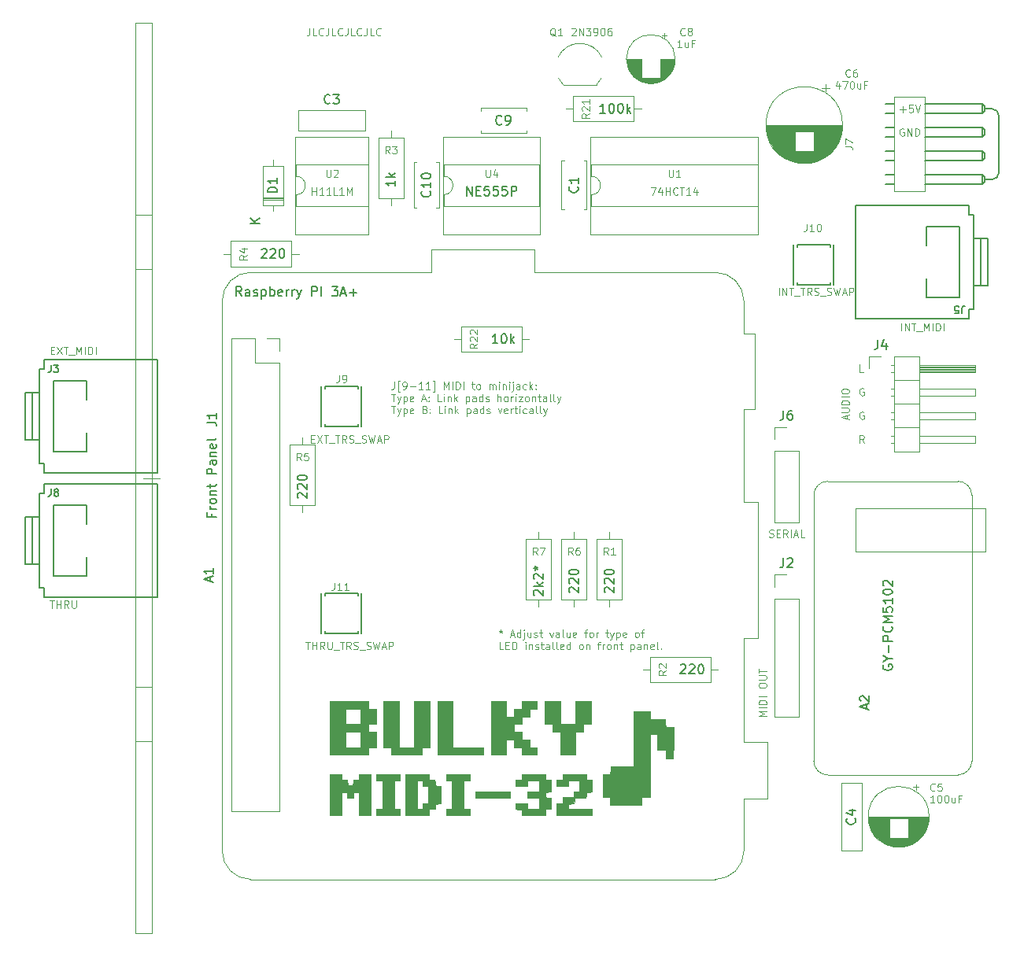
<source format=gto>
G04 #@! TF.GenerationSoftware,KiCad,Pcbnew,(5.1.8)-1*
G04 #@! TF.CreationDate,2023-02-02T03:17:37+01:00*
G04 #@! TF.ProjectId,BulkyMIDI-32 Internal,42756c6b-794d-4494-9449-2d333220496e,rev?*
G04 #@! TF.SameCoordinates,Original*
G04 #@! TF.FileFunction,Legend,Top*
G04 #@! TF.FilePolarity,Positive*
%FSLAX46Y46*%
G04 Gerber Fmt 4.6, Leading zero omitted, Abs format (unit mm)*
G04 Created by KiCad (PCBNEW (5.1.8)-1) date 2023-02-02 03:17:37*
%MOMM*%
%LPD*%
G01*
G04 APERTURE LIST*
%ADD10C,0.100000*%
%ADD11C,0.010000*%
%ADD12C,0.120000*%
%ADD13C,0.150000*%
%ADD14C,0.050000*%
G04 APERTURE END LIST*
D10*
X139542047Y-90630904D02*
X139542047Y-91202333D01*
X139503952Y-91316619D01*
X139427761Y-91392809D01*
X139313476Y-91430904D01*
X139237285Y-91430904D01*
X140151571Y-91697571D02*
X139961095Y-91697571D01*
X139961095Y-90554714D01*
X140151571Y-90554714D01*
X140494428Y-91430904D02*
X140646809Y-91430904D01*
X140723000Y-91392809D01*
X140761095Y-91354714D01*
X140837285Y-91240428D01*
X140875380Y-91088047D01*
X140875380Y-90783285D01*
X140837285Y-90707095D01*
X140799190Y-90669000D01*
X140723000Y-90630904D01*
X140570619Y-90630904D01*
X140494428Y-90669000D01*
X140456333Y-90707095D01*
X140418238Y-90783285D01*
X140418238Y-90973761D01*
X140456333Y-91049952D01*
X140494428Y-91088047D01*
X140570619Y-91126142D01*
X140723000Y-91126142D01*
X140799190Y-91088047D01*
X140837285Y-91049952D01*
X140875380Y-90973761D01*
X141218238Y-91126142D02*
X141827761Y-91126142D01*
X142627761Y-91430904D02*
X142170619Y-91430904D01*
X142399190Y-91430904D02*
X142399190Y-90630904D01*
X142323000Y-90745190D01*
X142246809Y-90821380D01*
X142170619Y-90859476D01*
X143389666Y-91430904D02*
X142932523Y-91430904D01*
X143161095Y-91430904D02*
X143161095Y-90630904D01*
X143084904Y-90745190D01*
X143008714Y-90821380D01*
X142932523Y-90859476D01*
X143656333Y-91697571D02*
X143846809Y-91697571D01*
X143846809Y-90554714D01*
X143656333Y-90554714D01*
X144875380Y-91430904D02*
X144875380Y-90630904D01*
X145142047Y-91202333D01*
X145408714Y-90630904D01*
X145408714Y-91430904D01*
X145789666Y-91430904D02*
X145789666Y-90630904D01*
X146170619Y-91430904D02*
X146170619Y-90630904D01*
X146361095Y-90630904D01*
X146475380Y-90669000D01*
X146551571Y-90745190D01*
X146589666Y-90821380D01*
X146627761Y-90973761D01*
X146627761Y-91088047D01*
X146589666Y-91240428D01*
X146551571Y-91316619D01*
X146475380Y-91392809D01*
X146361095Y-91430904D01*
X146170619Y-91430904D01*
X146970619Y-91430904D02*
X146970619Y-90630904D01*
X147846809Y-90897571D02*
X148151571Y-90897571D01*
X147961095Y-90630904D02*
X147961095Y-91316619D01*
X147999190Y-91392809D01*
X148075380Y-91430904D01*
X148151571Y-91430904D01*
X148532523Y-91430904D02*
X148456333Y-91392809D01*
X148418238Y-91354714D01*
X148380142Y-91278523D01*
X148380142Y-91049952D01*
X148418238Y-90973761D01*
X148456333Y-90935666D01*
X148532523Y-90897571D01*
X148646809Y-90897571D01*
X148723000Y-90935666D01*
X148761095Y-90973761D01*
X148799190Y-91049952D01*
X148799190Y-91278523D01*
X148761095Y-91354714D01*
X148723000Y-91392809D01*
X148646809Y-91430904D01*
X148532523Y-91430904D01*
X149751571Y-91430904D02*
X149751571Y-90897571D01*
X149751571Y-90973761D02*
X149789666Y-90935666D01*
X149865857Y-90897571D01*
X149980142Y-90897571D01*
X150056333Y-90935666D01*
X150094428Y-91011857D01*
X150094428Y-91430904D01*
X150094428Y-91011857D02*
X150132523Y-90935666D01*
X150208714Y-90897571D01*
X150323000Y-90897571D01*
X150399190Y-90935666D01*
X150437285Y-91011857D01*
X150437285Y-91430904D01*
X150818238Y-91430904D02*
X150818238Y-90897571D01*
X150818238Y-90630904D02*
X150780142Y-90669000D01*
X150818238Y-90707095D01*
X150856333Y-90669000D01*
X150818238Y-90630904D01*
X150818238Y-90707095D01*
X151199190Y-90897571D02*
X151199190Y-91430904D01*
X151199190Y-90973761D02*
X151237285Y-90935666D01*
X151313476Y-90897571D01*
X151427761Y-90897571D01*
X151503952Y-90935666D01*
X151542047Y-91011857D01*
X151542047Y-91430904D01*
X151923000Y-91430904D02*
X151923000Y-90897571D01*
X151923000Y-90630904D02*
X151884904Y-90669000D01*
X151923000Y-90707095D01*
X151961095Y-90669000D01*
X151923000Y-90630904D01*
X151923000Y-90707095D01*
X152303952Y-90897571D02*
X152303952Y-91583285D01*
X152265857Y-91659476D01*
X152189666Y-91697571D01*
X152151571Y-91697571D01*
X152303952Y-90630904D02*
X152265857Y-90669000D01*
X152303952Y-90707095D01*
X152342047Y-90669000D01*
X152303952Y-90630904D01*
X152303952Y-90707095D01*
X153027761Y-91430904D02*
X153027761Y-91011857D01*
X152989666Y-90935666D01*
X152913476Y-90897571D01*
X152761095Y-90897571D01*
X152684904Y-90935666D01*
X153027761Y-91392809D02*
X152951571Y-91430904D01*
X152761095Y-91430904D01*
X152684904Y-91392809D01*
X152646809Y-91316619D01*
X152646809Y-91240428D01*
X152684904Y-91164238D01*
X152761095Y-91126142D01*
X152951571Y-91126142D01*
X153027761Y-91088047D01*
X153751571Y-91392809D02*
X153675380Y-91430904D01*
X153523000Y-91430904D01*
X153446809Y-91392809D01*
X153408714Y-91354714D01*
X153370619Y-91278523D01*
X153370619Y-91049952D01*
X153408714Y-90973761D01*
X153446809Y-90935666D01*
X153523000Y-90897571D01*
X153675380Y-90897571D01*
X153751571Y-90935666D01*
X154094428Y-91430904D02*
X154094428Y-90630904D01*
X154170619Y-91126142D02*
X154399190Y-91430904D01*
X154399190Y-90897571D02*
X154094428Y-91202333D01*
X154742047Y-91354714D02*
X154780142Y-91392809D01*
X154742047Y-91430904D01*
X154703952Y-91392809D01*
X154742047Y-91354714D01*
X154742047Y-91430904D01*
X154742047Y-90935666D02*
X154780142Y-90973761D01*
X154742047Y-91011857D01*
X154703952Y-90973761D01*
X154742047Y-90935666D01*
X154742047Y-91011857D01*
X139199190Y-91930904D02*
X139656333Y-91930904D01*
X139427761Y-92730904D02*
X139427761Y-91930904D01*
X139846809Y-92197571D02*
X140037285Y-92730904D01*
X140227761Y-92197571D02*
X140037285Y-92730904D01*
X139961095Y-92921380D01*
X139923000Y-92959476D01*
X139846809Y-92997571D01*
X140532523Y-92197571D02*
X140532523Y-92997571D01*
X140532523Y-92235666D02*
X140608714Y-92197571D01*
X140761095Y-92197571D01*
X140837285Y-92235666D01*
X140875380Y-92273761D01*
X140913476Y-92349952D01*
X140913476Y-92578523D01*
X140875380Y-92654714D01*
X140837285Y-92692809D01*
X140761095Y-92730904D01*
X140608714Y-92730904D01*
X140532523Y-92692809D01*
X141561095Y-92692809D02*
X141484904Y-92730904D01*
X141332523Y-92730904D01*
X141256333Y-92692809D01*
X141218238Y-92616619D01*
X141218238Y-92311857D01*
X141256333Y-92235666D01*
X141332523Y-92197571D01*
X141484904Y-92197571D01*
X141561095Y-92235666D01*
X141599190Y-92311857D01*
X141599190Y-92388047D01*
X141218238Y-92464238D01*
X142513476Y-92502333D02*
X142894428Y-92502333D01*
X142437285Y-92730904D02*
X142703952Y-91930904D01*
X142970619Y-92730904D01*
X143237285Y-92654714D02*
X143275380Y-92692809D01*
X143237285Y-92730904D01*
X143199190Y-92692809D01*
X143237285Y-92654714D01*
X143237285Y-92730904D01*
X143237285Y-92235666D02*
X143275380Y-92273761D01*
X143237285Y-92311857D01*
X143199190Y-92273761D01*
X143237285Y-92235666D01*
X143237285Y-92311857D01*
X144608714Y-92730904D02*
X144227761Y-92730904D01*
X144227761Y-91930904D01*
X144875380Y-92730904D02*
X144875380Y-92197571D01*
X144875380Y-91930904D02*
X144837285Y-91969000D01*
X144875380Y-92007095D01*
X144913476Y-91969000D01*
X144875380Y-91930904D01*
X144875380Y-92007095D01*
X145256333Y-92197571D02*
X145256333Y-92730904D01*
X145256333Y-92273761D02*
X145294428Y-92235666D01*
X145370619Y-92197571D01*
X145484904Y-92197571D01*
X145561095Y-92235666D01*
X145599190Y-92311857D01*
X145599190Y-92730904D01*
X145980142Y-92730904D02*
X145980142Y-91930904D01*
X146056333Y-92426142D02*
X146284904Y-92730904D01*
X146284904Y-92197571D02*
X145980142Y-92502333D01*
X147237285Y-92197571D02*
X147237285Y-92997571D01*
X147237285Y-92235666D02*
X147313476Y-92197571D01*
X147465857Y-92197571D01*
X147542047Y-92235666D01*
X147580142Y-92273761D01*
X147618238Y-92349952D01*
X147618238Y-92578523D01*
X147580142Y-92654714D01*
X147542047Y-92692809D01*
X147465857Y-92730904D01*
X147313476Y-92730904D01*
X147237285Y-92692809D01*
X148303952Y-92730904D02*
X148303952Y-92311857D01*
X148265857Y-92235666D01*
X148189666Y-92197571D01*
X148037285Y-92197571D01*
X147961095Y-92235666D01*
X148303952Y-92692809D02*
X148227761Y-92730904D01*
X148037285Y-92730904D01*
X147961095Y-92692809D01*
X147923000Y-92616619D01*
X147923000Y-92540428D01*
X147961095Y-92464238D01*
X148037285Y-92426142D01*
X148227761Y-92426142D01*
X148303952Y-92388047D01*
X149027761Y-92730904D02*
X149027761Y-91930904D01*
X149027761Y-92692809D02*
X148951571Y-92730904D01*
X148799190Y-92730904D01*
X148723000Y-92692809D01*
X148684904Y-92654714D01*
X148646809Y-92578523D01*
X148646809Y-92349952D01*
X148684904Y-92273761D01*
X148723000Y-92235666D01*
X148799190Y-92197571D01*
X148951571Y-92197571D01*
X149027761Y-92235666D01*
X149370619Y-92692809D02*
X149446809Y-92730904D01*
X149599190Y-92730904D01*
X149675380Y-92692809D01*
X149713476Y-92616619D01*
X149713476Y-92578523D01*
X149675380Y-92502333D01*
X149599190Y-92464238D01*
X149484904Y-92464238D01*
X149408714Y-92426142D01*
X149370619Y-92349952D01*
X149370619Y-92311857D01*
X149408714Y-92235666D01*
X149484904Y-92197571D01*
X149599190Y-92197571D01*
X149675380Y-92235666D01*
X150665857Y-92730904D02*
X150665857Y-91930904D01*
X151008714Y-92730904D02*
X151008714Y-92311857D01*
X150970619Y-92235666D01*
X150894428Y-92197571D01*
X150780142Y-92197571D01*
X150703952Y-92235666D01*
X150665857Y-92273761D01*
X151503952Y-92730904D02*
X151427761Y-92692809D01*
X151389666Y-92654714D01*
X151351571Y-92578523D01*
X151351571Y-92349952D01*
X151389666Y-92273761D01*
X151427761Y-92235666D01*
X151503952Y-92197571D01*
X151618238Y-92197571D01*
X151694428Y-92235666D01*
X151732523Y-92273761D01*
X151770619Y-92349952D01*
X151770619Y-92578523D01*
X151732523Y-92654714D01*
X151694428Y-92692809D01*
X151618238Y-92730904D01*
X151503952Y-92730904D01*
X152113476Y-92730904D02*
X152113476Y-92197571D01*
X152113476Y-92349952D02*
X152151571Y-92273761D01*
X152189666Y-92235666D01*
X152265857Y-92197571D01*
X152342047Y-92197571D01*
X152608714Y-92730904D02*
X152608714Y-92197571D01*
X152608714Y-91930904D02*
X152570619Y-91969000D01*
X152608714Y-92007095D01*
X152646809Y-91969000D01*
X152608714Y-91930904D01*
X152608714Y-92007095D01*
X152913476Y-92197571D02*
X153332523Y-92197571D01*
X152913476Y-92730904D01*
X153332523Y-92730904D01*
X153751571Y-92730904D02*
X153675380Y-92692809D01*
X153637285Y-92654714D01*
X153599190Y-92578523D01*
X153599190Y-92349952D01*
X153637285Y-92273761D01*
X153675380Y-92235666D01*
X153751571Y-92197571D01*
X153865857Y-92197571D01*
X153942047Y-92235666D01*
X153980142Y-92273761D01*
X154018238Y-92349952D01*
X154018238Y-92578523D01*
X153980142Y-92654714D01*
X153942047Y-92692809D01*
X153865857Y-92730904D01*
X153751571Y-92730904D01*
X154361095Y-92197571D02*
X154361095Y-92730904D01*
X154361095Y-92273761D02*
X154399190Y-92235666D01*
X154475380Y-92197571D01*
X154589666Y-92197571D01*
X154665857Y-92235666D01*
X154703952Y-92311857D01*
X154703952Y-92730904D01*
X154970619Y-92197571D02*
X155275380Y-92197571D01*
X155084904Y-91930904D02*
X155084904Y-92616619D01*
X155123000Y-92692809D01*
X155199190Y-92730904D01*
X155275380Y-92730904D01*
X155884904Y-92730904D02*
X155884904Y-92311857D01*
X155846809Y-92235666D01*
X155770619Y-92197571D01*
X155618238Y-92197571D01*
X155542047Y-92235666D01*
X155884904Y-92692809D02*
X155808714Y-92730904D01*
X155618238Y-92730904D01*
X155542047Y-92692809D01*
X155503952Y-92616619D01*
X155503952Y-92540428D01*
X155542047Y-92464238D01*
X155618238Y-92426142D01*
X155808714Y-92426142D01*
X155884904Y-92388047D01*
X156380142Y-92730904D02*
X156303952Y-92692809D01*
X156265857Y-92616619D01*
X156265857Y-91930904D01*
X156799190Y-92730904D02*
X156723000Y-92692809D01*
X156684904Y-92616619D01*
X156684904Y-91930904D01*
X157027761Y-92197571D02*
X157218238Y-92730904D01*
X157408714Y-92197571D02*
X157218238Y-92730904D01*
X157142047Y-92921380D01*
X157103952Y-92959476D01*
X157027761Y-92997571D01*
X139199190Y-93230904D02*
X139656333Y-93230904D01*
X139427761Y-94030904D02*
X139427761Y-93230904D01*
X139846809Y-93497571D02*
X140037285Y-94030904D01*
X140227761Y-93497571D02*
X140037285Y-94030904D01*
X139961095Y-94221380D01*
X139923000Y-94259476D01*
X139846809Y-94297571D01*
X140532523Y-93497571D02*
X140532523Y-94297571D01*
X140532523Y-93535666D02*
X140608714Y-93497571D01*
X140761095Y-93497571D01*
X140837285Y-93535666D01*
X140875380Y-93573761D01*
X140913476Y-93649952D01*
X140913476Y-93878523D01*
X140875380Y-93954714D01*
X140837285Y-93992809D01*
X140761095Y-94030904D01*
X140608714Y-94030904D01*
X140532523Y-93992809D01*
X141561095Y-93992809D02*
X141484904Y-94030904D01*
X141332523Y-94030904D01*
X141256333Y-93992809D01*
X141218238Y-93916619D01*
X141218238Y-93611857D01*
X141256333Y-93535666D01*
X141332523Y-93497571D01*
X141484904Y-93497571D01*
X141561095Y-93535666D01*
X141599190Y-93611857D01*
X141599190Y-93688047D01*
X141218238Y-93764238D01*
X142818238Y-93611857D02*
X142932523Y-93649952D01*
X142970619Y-93688047D01*
X143008714Y-93764238D01*
X143008714Y-93878523D01*
X142970619Y-93954714D01*
X142932523Y-93992809D01*
X142856333Y-94030904D01*
X142551571Y-94030904D01*
X142551571Y-93230904D01*
X142818238Y-93230904D01*
X142894428Y-93269000D01*
X142932523Y-93307095D01*
X142970619Y-93383285D01*
X142970619Y-93459476D01*
X142932523Y-93535666D01*
X142894428Y-93573761D01*
X142818238Y-93611857D01*
X142551571Y-93611857D01*
X143351571Y-93954714D02*
X143389666Y-93992809D01*
X143351571Y-94030904D01*
X143313476Y-93992809D01*
X143351571Y-93954714D01*
X143351571Y-94030904D01*
X143351571Y-93535666D02*
X143389666Y-93573761D01*
X143351571Y-93611857D01*
X143313476Y-93573761D01*
X143351571Y-93535666D01*
X143351571Y-93611857D01*
X144723000Y-94030904D02*
X144342047Y-94030904D01*
X144342047Y-93230904D01*
X144989666Y-94030904D02*
X144989666Y-93497571D01*
X144989666Y-93230904D02*
X144951571Y-93269000D01*
X144989666Y-93307095D01*
X145027761Y-93269000D01*
X144989666Y-93230904D01*
X144989666Y-93307095D01*
X145370619Y-93497571D02*
X145370619Y-94030904D01*
X145370619Y-93573761D02*
X145408714Y-93535666D01*
X145484904Y-93497571D01*
X145599190Y-93497571D01*
X145675380Y-93535666D01*
X145713476Y-93611857D01*
X145713476Y-94030904D01*
X146094428Y-94030904D02*
X146094428Y-93230904D01*
X146170619Y-93726142D02*
X146399190Y-94030904D01*
X146399190Y-93497571D02*
X146094428Y-93802333D01*
X147351571Y-93497571D02*
X147351571Y-94297571D01*
X147351571Y-93535666D02*
X147427761Y-93497571D01*
X147580142Y-93497571D01*
X147656333Y-93535666D01*
X147694428Y-93573761D01*
X147732523Y-93649952D01*
X147732523Y-93878523D01*
X147694428Y-93954714D01*
X147656333Y-93992809D01*
X147580142Y-94030904D01*
X147427761Y-94030904D01*
X147351571Y-93992809D01*
X148418238Y-94030904D02*
X148418238Y-93611857D01*
X148380142Y-93535666D01*
X148303952Y-93497571D01*
X148151571Y-93497571D01*
X148075380Y-93535666D01*
X148418238Y-93992809D02*
X148342047Y-94030904D01*
X148151571Y-94030904D01*
X148075380Y-93992809D01*
X148037285Y-93916619D01*
X148037285Y-93840428D01*
X148075380Y-93764238D01*
X148151571Y-93726142D01*
X148342047Y-93726142D01*
X148418238Y-93688047D01*
X149142047Y-94030904D02*
X149142047Y-93230904D01*
X149142047Y-93992809D02*
X149065857Y-94030904D01*
X148913476Y-94030904D01*
X148837285Y-93992809D01*
X148799190Y-93954714D01*
X148761095Y-93878523D01*
X148761095Y-93649952D01*
X148799190Y-93573761D01*
X148837285Y-93535666D01*
X148913476Y-93497571D01*
X149065857Y-93497571D01*
X149142047Y-93535666D01*
X149484904Y-93992809D02*
X149561095Y-94030904D01*
X149713476Y-94030904D01*
X149789666Y-93992809D01*
X149827761Y-93916619D01*
X149827761Y-93878523D01*
X149789666Y-93802333D01*
X149713476Y-93764238D01*
X149599190Y-93764238D01*
X149523000Y-93726142D01*
X149484904Y-93649952D01*
X149484904Y-93611857D01*
X149523000Y-93535666D01*
X149599190Y-93497571D01*
X149713476Y-93497571D01*
X149789666Y-93535666D01*
X150703952Y-93497571D02*
X150894428Y-94030904D01*
X151084904Y-93497571D01*
X151694428Y-93992809D02*
X151618238Y-94030904D01*
X151465857Y-94030904D01*
X151389666Y-93992809D01*
X151351571Y-93916619D01*
X151351571Y-93611857D01*
X151389666Y-93535666D01*
X151465857Y-93497571D01*
X151618238Y-93497571D01*
X151694428Y-93535666D01*
X151732523Y-93611857D01*
X151732523Y-93688047D01*
X151351571Y-93764238D01*
X152075380Y-94030904D02*
X152075380Y-93497571D01*
X152075380Y-93649952D02*
X152113476Y-93573761D01*
X152151571Y-93535666D01*
X152227761Y-93497571D01*
X152303952Y-93497571D01*
X152456333Y-93497571D02*
X152761095Y-93497571D01*
X152570619Y-93230904D02*
X152570619Y-93916619D01*
X152608714Y-93992809D01*
X152684904Y-94030904D01*
X152761095Y-94030904D01*
X153027761Y-94030904D02*
X153027761Y-93497571D01*
X153027761Y-93230904D02*
X152989666Y-93269000D01*
X153027761Y-93307095D01*
X153065857Y-93269000D01*
X153027761Y-93230904D01*
X153027761Y-93307095D01*
X153751571Y-93992809D02*
X153675380Y-94030904D01*
X153523000Y-94030904D01*
X153446809Y-93992809D01*
X153408714Y-93954714D01*
X153370619Y-93878523D01*
X153370619Y-93649952D01*
X153408714Y-93573761D01*
X153446809Y-93535666D01*
X153523000Y-93497571D01*
X153675380Y-93497571D01*
X153751571Y-93535666D01*
X154437285Y-94030904D02*
X154437285Y-93611857D01*
X154399190Y-93535666D01*
X154323000Y-93497571D01*
X154170619Y-93497571D01*
X154094428Y-93535666D01*
X154437285Y-93992809D02*
X154361095Y-94030904D01*
X154170619Y-94030904D01*
X154094428Y-93992809D01*
X154056333Y-93916619D01*
X154056333Y-93840428D01*
X154094428Y-93764238D01*
X154170619Y-93726142D01*
X154361095Y-93726142D01*
X154437285Y-93688047D01*
X154932523Y-94030904D02*
X154856333Y-93992809D01*
X154818238Y-93916619D01*
X154818238Y-93230904D01*
X155351571Y-94030904D02*
X155275380Y-93992809D01*
X155237285Y-93916619D01*
X155237285Y-93230904D01*
X155580142Y-93497571D02*
X155770619Y-94030904D01*
X155961095Y-93497571D02*
X155770619Y-94030904D01*
X155694428Y-94221380D01*
X155656333Y-94259476D01*
X155580142Y-94297571D01*
X150984761Y-117315904D02*
X150984761Y-117506380D01*
X150794285Y-117430190D02*
X150984761Y-117506380D01*
X151175238Y-117430190D01*
X150870476Y-117658761D02*
X150984761Y-117506380D01*
X151099047Y-117658761D01*
X152051428Y-117887333D02*
X152432380Y-117887333D01*
X151975238Y-118115904D02*
X152241904Y-117315904D01*
X152508571Y-118115904D01*
X153118095Y-118115904D02*
X153118095Y-117315904D01*
X153118095Y-118077809D02*
X153041904Y-118115904D01*
X152889523Y-118115904D01*
X152813333Y-118077809D01*
X152775238Y-118039714D01*
X152737142Y-117963523D01*
X152737142Y-117734952D01*
X152775238Y-117658761D01*
X152813333Y-117620666D01*
X152889523Y-117582571D01*
X153041904Y-117582571D01*
X153118095Y-117620666D01*
X153499047Y-117582571D02*
X153499047Y-118268285D01*
X153460952Y-118344476D01*
X153384761Y-118382571D01*
X153346666Y-118382571D01*
X153499047Y-117315904D02*
X153460952Y-117354000D01*
X153499047Y-117392095D01*
X153537142Y-117354000D01*
X153499047Y-117315904D01*
X153499047Y-117392095D01*
X154222857Y-117582571D02*
X154222857Y-118115904D01*
X153880000Y-117582571D02*
X153880000Y-118001619D01*
X153918095Y-118077809D01*
X153994285Y-118115904D01*
X154108571Y-118115904D01*
X154184761Y-118077809D01*
X154222857Y-118039714D01*
X154565714Y-118077809D02*
X154641904Y-118115904D01*
X154794285Y-118115904D01*
X154870476Y-118077809D01*
X154908571Y-118001619D01*
X154908571Y-117963523D01*
X154870476Y-117887333D01*
X154794285Y-117849238D01*
X154680000Y-117849238D01*
X154603809Y-117811142D01*
X154565714Y-117734952D01*
X154565714Y-117696857D01*
X154603809Y-117620666D01*
X154680000Y-117582571D01*
X154794285Y-117582571D01*
X154870476Y-117620666D01*
X155137142Y-117582571D02*
X155441904Y-117582571D01*
X155251428Y-117315904D02*
X155251428Y-118001619D01*
X155289523Y-118077809D01*
X155365714Y-118115904D01*
X155441904Y-118115904D01*
X156241904Y-117582571D02*
X156432380Y-118115904D01*
X156622857Y-117582571D01*
X157270476Y-118115904D02*
X157270476Y-117696857D01*
X157232380Y-117620666D01*
X157156190Y-117582571D01*
X157003809Y-117582571D01*
X156927619Y-117620666D01*
X157270476Y-118077809D02*
X157194285Y-118115904D01*
X157003809Y-118115904D01*
X156927619Y-118077809D01*
X156889523Y-118001619D01*
X156889523Y-117925428D01*
X156927619Y-117849238D01*
X157003809Y-117811142D01*
X157194285Y-117811142D01*
X157270476Y-117773047D01*
X157765714Y-118115904D02*
X157689523Y-118077809D01*
X157651428Y-118001619D01*
X157651428Y-117315904D01*
X158413333Y-117582571D02*
X158413333Y-118115904D01*
X158070476Y-117582571D02*
X158070476Y-118001619D01*
X158108571Y-118077809D01*
X158184761Y-118115904D01*
X158299047Y-118115904D01*
X158375238Y-118077809D01*
X158413333Y-118039714D01*
X159099047Y-118077809D02*
X159022857Y-118115904D01*
X158870476Y-118115904D01*
X158794285Y-118077809D01*
X158756190Y-118001619D01*
X158756190Y-117696857D01*
X158794285Y-117620666D01*
X158870476Y-117582571D01*
X159022857Y-117582571D01*
X159099047Y-117620666D01*
X159137142Y-117696857D01*
X159137142Y-117773047D01*
X158756190Y-117849238D01*
X159975238Y-117582571D02*
X160280000Y-117582571D01*
X160089523Y-118115904D02*
X160089523Y-117430190D01*
X160127619Y-117354000D01*
X160203809Y-117315904D01*
X160280000Y-117315904D01*
X160660952Y-118115904D02*
X160584761Y-118077809D01*
X160546666Y-118039714D01*
X160508571Y-117963523D01*
X160508571Y-117734952D01*
X160546666Y-117658761D01*
X160584761Y-117620666D01*
X160660952Y-117582571D01*
X160775238Y-117582571D01*
X160851428Y-117620666D01*
X160889523Y-117658761D01*
X160927619Y-117734952D01*
X160927619Y-117963523D01*
X160889523Y-118039714D01*
X160851428Y-118077809D01*
X160775238Y-118115904D01*
X160660952Y-118115904D01*
X161270476Y-118115904D02*
X161270476Y-117582571D01*
X161270476Y-117734952D02*
X161308571Y-117658761D01*
X161346666Y-117620666D01*
X161422857Y-117582571D01*
X161499047Y-117582571D01*
X162260952Y-117582571D02*
X162565714Y-117582571D01*
X162375238Y-117315904D02*
X162375238Y-118001619D01*
X162413333Y-118077809D01*
X162489523Y-118115904D01*
X162565714Y-118115904D01*
X162756190Y-117582571D02*
X162946666Y-118115904D01*
X163137142Y-117582571D02*
X162946666Y-118115904D01*
X162870476Y-118306380D01*
X162832380Y-118344476D01*
X162756190Y-118382571D01*
X163441904Y-117582571D02*
X163441904Y-118382571D01*
X163441904Y-117620666D02*
X163518095Y-117582571D01*
X163670476Y-117582571D01*
X163746666Y-117620666D01*
X163784761Y-117658761D01*
X163822857Y-117734952D01*
X163822857Y-117963523D01*
X163784761Y-118039714D01*
X163746666Y-118077809D01*
X163670476Y-118115904D01*
X163518095Y-118115904D01*
X163441904Y-118077809D01*
X164470476Y-118077809D02*
X164394285Y-118115904D01*
X164241904Y-118115904D01*
X164165714Y-118077809D01*
X164127619Y-118001619D01*
X164127619Y-117696857D01*
X164165714Y-117620666D01*
X164241904Y-117582571D01*
X164394285Y-117582571D01*
X164470476Y-117620666D01*
X164508571Y-117696857D01*
X164508571Y-117773047D01*
X164127619Y-117849238D01*
X165575238Y-118115904D02*
X165499047Y-118077809D01*
X165460952Y-118039714D01*
X165422857Y-117963523D01*
X165422857Y-117734952D01*
X165460952Y-117658761D01*
X165499047Y-117620666D01*
X165575238Y-117582571D01*
X165689523Y-117582571D01*
X165765714Y-117620666D01*
X165803809Y-117658761D01*
X165841904Y-117734952D01*
X165841904Y-117963523D01*
X165803809Y-118039714D01*
X165765714Y-118077809D01*
X165689523Y-118115904D01*
X165575238Y-118115904D01*
X166070476Y-117582571D02*
X166375238Y-117582571D01*
X166184761Y-118115904D02*
X166184761Y-117430190D01*
X166222857Y-117354000D01*
X166299047Y-117315904D01*
X166375238Y-117315904D01*
X151251428Y-119415904D02*
X150870476Y-119415904D01*
X150870476Y-118615904D01*
X151518095Y-118996857D02*
X151784761Y-118996857D01*
X151899047Y-119415904D02*
X151518095Y-119415904D01*
X151518095Y-118615904D01*
X151899047Y-118615904D01*
X152241904Y-119415904D02*
X152241904Y-118615904D01*
X152432380Y-118615904D01*
X152546666Y-118654000D01*
X152622857Y-118730190D01*
X152660952Y-118806380D01*
X152699047Y-118958761D01*
X152699047Y-119073047D01*
X152660952Y-119225428D01*
X152622857Y-119301619D01*
X152546666Y-119377809D01*
X152432380Y-119415904D01*
X152241904Y-119415904D01*
X153651428Y-119415904D02*
X153651428Y-118882571D01*
X153651428Y-118615904D02*
X153613333Y-118654000D01*
X153651428Y-118692095D01*
X153689523Y-118654000D01*
X153651428Y-118615904D01*
X153651428Y-118692095D01*
X154032380Y-118882571D02*
X154032380Y-119415904D01*
X154032380Y-118958761D02*
X154070476Y-118920666D01*
X154146666Y-118882571D01*
X154260952Y-118882571D01*
X154337142Y-118920666D01*
X154375238Y-118996857D01*
X154375238Y-119415904D01*
X154718095Y-119377809D02*
X154794285Y-119415904D01*
X154946666Y-119415904D01*
X155022857Y-119377809D01*
X155060952Y-119301619D01*
X155060952Y-119263523D01*
X155022857Y-119187333D01*
X154946666Y-119149238D01*
X154832380Y-119149238D01*
X154756190Y-119111142D01*
X154718095Y-119034952D01*
X154718095Y-118996857D01*
X154756190Y-118920666D01*
X154832380Y-118882571D01*
X154946666Y-118882571D01*
X155022857Y-118920666D01*
X155289523Y-118882571D02*
X155594285Y-118882571D01*
X155403809Y-118615904D02*
X155403809Y-119301619D01*
X155441904Y-119377809D01*
X155518095Y-119415904D01*
X155594285Y-119415904D01*
X156203809Y-119415904D02*
X156203809Y-118996857D01*
X156165714Y-118920666D01*
X156089523Y-118882571D01*
X155937142Y-118882571D01*
X155860952Y-118920666D01*
X156203809Y-119377809D02*
X156127619Y-119415904D01*
X155937142Y-119415904D01*
X155860952Y-119377809D01*
X155822857Y-119301619D01*
X155822857Y-119225428D01*
X155860952Y-119149238D01*
X155937142Y-119111142D01*
X156127619Y-119111142D01*
X156203809Y-119073047D01*
X156699047Y-119415904D02*
X156622857Y-119377809D01*
X156584761Y-119301619D01*
X156584761Y-118615904D01*
X157118095Y-119415904D02*
X157041904Y-119377809D01*
X157003809Y-119301619D01*
X157003809Y-118615904D01*
X157727619Y-119377809D02*
X157651428Y-119415904D01*
X157499047Y-119415904D01*
X157422857Y-119377809D01*
X157384761Y-119301619D01*
X157384761Y-118996857D01*
X157422857Y-118920666D01*
X157499047Y-118882571D01*
X157651428Y-118882571D01*
X157727619Y-118920666D01*
X157765714Y-118996857D01*
X157765714Y-119073047D01*
X157384761Y-119149238D01*
X158451428Y-119415904D02*
X158451428Y-118615904D01*
X158451428Y-119377809D02*
X158375238Y-119415904D01*
X158222857Y-119415904D01*
X158146666Y-119377809D01*
X158108571Y-119339714D01*
X158070476Y-119263523D01*
X158070476Y-119034952D01*
X158108571Y-118958761D01*
X158146666Y-118920666D01*
X158222857Y-118882571D01*
X158375238Y-118882571D01*
X158451428Y-118920666D01*
X159556190Y-119415904D02*
X159480000Y-119377809D01*
X159441904Y-119339714D01*
X159403809Y-119263523D01*
X159403809Y-119034952D01*
X159441904Y-118958761D01*
X159480000Y-118920666D01*
X159556190Y-118882571D01*
X159670476Y-118882571D01*
X159746666Y-118920666D01*
X159784761Y-118958761D01*
X159822857Y-119034952D01*
X159822857Y-119263523D01*
X159784761Y-119339714D01*
X159746666Y-119377809D01*
X159670476Y-119415904D01*
X159556190Y-119415904D01*
X160165714Y-118882571D02*
X160165714Y-119415904D01*
X160165714Y-118958761D02*
X160203809Y-118920666D01*
X160280000Y-118882571D01*
X160394285Y-118882571D01*
X160470476Y-118920666D01*
X160508571Y-118996857D01*
X160508571Y-119415904D01*
X161384761Y-118882571D02*
X161689523Y-118882571D01*
X161499047Y-119415904D02*
X161499047Y-118730190D01*
X161537142Y-118654000D01*
X161613333Y-118615904D01*
X161689523Y-118615904D01*
X161956190Y-119415904D02*
X161956190Y-118882571D01*
X161956190Y-119034952D02*
X161994285Y-118958761D01*
X162032380Y-118920666D01*
X162108571Y-118882571D01*
X162184761Y-118882571D01*
X162565714Y-119415904D02*
X162489523Y-119377809D01*
X162451428Y-119339714D01*
X162413333Y-119263523D01*
X162413333Y-119034952D01*
X162451428Y-118958761D01*
X162489523Y-118920666D01*
X162565714Y-118882571D01*
X162680000Y-118882571D01*
X162756190Y-118920666D01*
X162794285Y-118958761D01*
X162832380Y-119034952D01*
X162832380Y-119263523D01*
X162794285Y-119339714D01*
X162756190Y-119377809D01*
X162680000Y-119415904D01*
X162565714Y-119415904D01*
X163175238Y-118882571D02*
X163175238Y-119415904D01*
X163175238Y-118958761D02*
X163213333Y-118920666D01*
X163289523Y-118882571D01*
X163403809Y-118882571D01*
X163480000Y-118920666D01*
X163518095Y-118996857D01*
X163518095Y-119415904D01*
X163784761Y-118882571D02*
X164089523Y-118882571D01*
X163899047Y-118615904D02*
X163899047Y-119301619D01*
X163937142Y-119377809D01*
X164013333Y-119415904D01*
X164089523Y-119415904D01*
X164965714Y-118882571D02*
X164965714Y-119682571D01*
X164965714Y-118920666D02*
X165041904Y-118882571D01*
X165194285Y-118882571D01*
X165270476Y-118920666D01*
X165308571Y-118958761D01*
X165346666Y-119034952D01*
X165346666Y-119263523D01*
X165308571Y-119339714D01*
X165270476Y-119377809D01*
X165194285Y-119415904D01*
X165041904Y-119415904D01*
X164965714Y-119377809D01*
X166032380Y-119415904D02*
X166032380Y-118996857D01*
X165994285Y-118920666D01*
X165918095Y-118882571D01*
X165765714Y-118882571D01*
X165689523Y-118920666D01*
X166032380Y-119377809D02*
X165956190Y-119415904D01*
X165765714Y-119415904D01*
X165689523Y-119377809D01*
X165651428Y-119301619D01*
X165651428Y-119225428D01*
X165689523Y-119149238D01*
X165765714Y-119111142D01*
X165956190Y-119111142D01*
X166032380Y-119073047D01*
X166413333Y-118882571D02*
X166413333Y-119415904D01*
X166413333Y-118958761D02*
X166451428Y-118920666D01*
X166527619Y-118882571D01*
X166641904Y-118882571D01*
X166718095Y-118920666D01*
X166756190Y-118996857D01*
X166756190Y-119415904D01*
X167441904Y-119377809D02*
X167365714Y-119415904D01*
X167213333Y-119415904D01*
X167137142Y-119377809D01*
X167099047Y-119301619D01*
X167099047Y-118996857D01*
X167137142Y-118920666D01*
X167213333Y-118882571D01*
X167365714Y-118882571D01*
X167441904Y-118920666D01*
X167480000Y-118996857D01*
X167480000Y-119073047D01*
X167099047Y-119149238D01*
X167937142Y-119415904D02*
X167860952Y-119377809D01*
X167822857Y-119301619D01*
X167822857Y-118615904D01*
X168241904Y-119339714D02*
X168280000Y-119377809D01*
X168241904Y-119415904D01*
X168203809Y-119377809D01*
X168241904Y-119339714D01*
X168241904Y-119415904D01*
X190024523Y-93874000D02*
X189948333Y-93835904D01*
X189834047Y-93835904D01*
X189719761Y-93874000D01*
X189643571Y-93950190D01*
X189605476Y-94026380D01*
X189567380Y-94178761D01*
X189567380Y-94293047D01*
X189605476Y-94445428D01*
X189643571Y-94521619D01*
X189719761Y-94597809D01*
X189834047Y-94635904D01*
X189910238Y-94635904D01*
X190024523Y-94597809D01*
X190062619Y-94559714D01*
X190062619Y-94293047D01*
X189910238Y-94293047D01*
X190024523Y-91334000D02*
X189948333Y-91295904D01*
X189834047Y-91295904D01*
X189719761Y-91334000D01*
X189643571Y-91410190D01*
X189605476Y-91486380D01*
X189567380Y-91638761D01*
X189567380Y-91753047D01*
X189605476Y-91905428D01*
X189643571Y-91981619D01*
X189719761Y-92057809D01*
X189834047Y-92095904D01*
X189910238Y-92095904D01*
X190024523Y-92057809D01*
X190062619Y-92019714D01*
X190062619Y-91753047D01*
X189910238Y-91753047D01*
X189986428Y-89555904D02*
X189605476Y-89555904D01*
X189605476Y-88755904D01*
X190062619Y-97175904D02*
X189795952Y-96794952D01*
X189605476Y-97175904D02*
X189605476Y-96375904D01*
X189910238Y-96375904D01*
X189986428Y-96414000D01*
X190024523Y-96452095D01*
X190062619Y-96528285D01*
X190062619Y-96642571D01*
X190024523Y-96718761D01*
X189986428Y-96756857D01*
X189910238Y-96794952D01*
X189605476Y-96794952D01*
X130409761Y-52560904D02*
X130409761Y-53132333D01*
X130371666Y-53246619D01*
X130295476Y-53322809D01*
X130181190Y-53360904D01*
X130105000Y-53360904D01*
X131171666Y-53360904D02*
X130790714Y-53360904D01*
X130790714Y-52560904D01*
X131895476Y-53284714D02*
X131857380Y-53322809D01*
X131743095Y-53360904D01*
X131666904Y-53360904D01*
X131552619Y-53322809D01*
X131476428Y-53246619D01*
X131438333Y-53170428D01*
X131400238Y-53018047D01*
X131400238Y-52903761D01*
X131438333Y-52751380D01*
X131476428Y-52675190D01*
X131552619Y-52599000D01*
X131666904Y-52560904D01*
X131743095Y-52560904D01*
X131857380Y-52599000D01*
X131895476Y-52637095D01*
X132466904Y-52560904D02*
X132466904Y-53132333D01*
X132428809Y-53246619D01*
X132352619Y-53322809D01*
X132238333Y-53360904D01*
X132162142Y-53360904D01*
X133228809Y-53360904D02*
X132847857Y-53360904D01*
X132847857Y-52560904D01*
X133952619Y-53284714D02*
X133914523Y-53322809D01*
X133800238Y-53360904D01*
X133724047Y-53360904D01*
X133609761Y-53322809D01*
X133533571Y-53246619D01*
X133495476Y-53170428D01*
X133457380Y-53018047D01*
X133457380Y-52903761D01*
X133495476Y-52751380D01*
X133533571Y-52675190D01*
X133609761Y-52599000D01*
X133724047Y-52560904D01*
X133800238Y-52560904D01*
X133914523Y-52599000D01*
X133952619Y-52637095D01*
X134524047Y-52560904D02*
X134524047Y-53132333D01*
X134485952Y-53246619D01*
X134409761Y-53322809D01*
X134295476Y-53360904D01*
X134219285Y-53360904D01*
X135285952Y-53360904D02*
X134905000Y-53360904D01*
X134905000Y-52560904D01*
X136009761Y-53284714D02*
X135971666Y-53322809D01*
X135857380Y-53360904D01*
X135781190Y-53360904D01*
X135666904Y-53322809D01*
X135590714Y-53246619D01*
X135552619Y-53170428D01*
X135514523Y-53018047D01*
X135514523Y-52903761D01*
X135552619Y-52751380D01*
X135590714Y-52675190D01*
X135666904Y-52599000D01*
X135781190Y-52560904D01*
X135857380Y-52560904D01*
X135971666Y-52599000D01*
X136009761Y-52637095D01*
X136581190Y-52560904D02*
X136581190Y-53132333D01*
X136543095Y-53246619D01*
X136466904Y-53322809D01*
X136352619Y-53360904D01*
X136276428Y-53360904D01*
X137343095Y-53360904D02*
X136962142Y-53360904D01*
X136962142Y-52560904D01*
X138066904Y-53284714D02*
X138028809Y-53322809D01*
X137914523Y-53360904D01*
X137838333Y-53360904D01*
X137724047Y-53322809D01*
X137647857Y-53246619D01*
X137609761Y-53170428D01*
X137571666Y-53018047D01*
X137571666Y-52903761D01*
X137609761Y-52751380D01*
X137647857Y-52675190D01*
X137724047Y-52599000D01*
X137838333Y-52560904D01*
X137914523Y-52560904D01*
X138028809Y-52599000D01*
X138066904Y-52637095D01*
X194342523Y-63394000D02*
X194266333Y-63355904D01*
X194152047Y-63355904D01*
X194037761Y-63394000D01*
X193961571Y-63470190D01*
X193923476Y-63546380D01*
X193885380Y-63698761D01*
X193885380Y-63813047D01*
X193923476Y-63965428D01*
X193961571Y-64041619D01*
X194037761Y-64117809D01*
X194152047Y-64155904D01*
X194228238Y-64155904D01*
X194342523Y-64117809D01*
X194380619Y-64079714D01*
X194380619Y-63813047D01*
X194228238Y-63813047D01*
X194723476Y-64155904D02*
X194723476Y-63355904D01*
X195180619Y-64155904D01*
X195180619Y-63355904D01*
X195561571Y-64155904D02*
X195561571Y-63355904D01*
X195752047Y-63355904D01*
X195866333Y-63394000D01*
X195942523Y-63470190D01*
X195980619Y-63546380D01*
X196018714Y-63698761D01*
X196018714Y-63813047D01*
X195980619Y-63965428D01*
X195942523Y-64041619D01*
X195866333Y-64117809D01*
X195752047Y-64155904D01*
X195561571Y-64155904D01*
X193923476Y-61311142D02*
X194533000Y-61311142D01*
X194228238Y-61615904D02*
X194228238Y-61006380D01*
X195294904Y-60815904D02*
X194913952Y-60815904D01*
X194875857Y-61196857D01*
X194913952Y-61158761D01*
X194990142Y-61120666D01*
X195180619Y-61120666D01*
X195256809Y-61158761D01*
X195294904Y-61196857D01*
X195333000Y-61273047D01*
X195333000Y-61463523D01*
X195294904Y-61539714D01*
X195256809Y-61577809D01*
X195180619Y-61615904D01*
X194990142Y-61615904D01*
X194913952Y-61577809D01*
X194875857Y-61539714D01*
X195561571Y-60815904D02*
X195828238Y-61615904D01*
X196094904Y-60815904D01*
D11*
G36*
X133883500Y-133164270D02*
G01*
X133883499Y-133446541D01*
X134185125Y-133465895D01*
X134486750Y-133485250D01*
X134525458Y-134088500D01*
X135083041Y-134088500D01*
X135102395Y-133786875D01*
X135121750Y-133485250D01*
X135423375Y-133465895D01*
X135724999Y-133446541D01*
X135725000Y-133164270D01*
X135725000Y-132882000D01*
X136995000Y-132882000D01*
X136995000Y-137263500D01*
X135725000Y-137263500D01*
X135725000Y-134787000D01*
X135153500Y-134787000D01*
X135153500Y-135428636D01*
X134486750Y-135390250D01*
X134467395Y-135088625D01*
X134448041Y-134787000D01*
X133883500Y-134787000D01*
X133883500Y-137263500D01*
X132613500Y-137263500D01*
X132613500Y-132882000D01*
X133883500Y-132882000D01*
X133883500Y-133164270D01*
G37*
X133883500Y-133164270D02*
X133883499Y-133446541D01*
X134185125Y-133465895D01*
X134486750Y-133485250D01*
X134525458Y-134088500D01*
X135083041Y-134088500D01*
X135102395Y-133786875D01*
X135121750Y-133485250D01*
X135423375Y-133465895D01*
X135724999Y-133446541D01*
X135725000Y-133164270D01*
X135725000Y-132882000D01*
X136995000Y-132882000D01*
X136995000Y-137263500D01*
X135725000Y-137263500D01*
X135725000Y-134787000D01*
X135153500Y-134787000D01*
X135153500Y-135428636D01*
X134486750Y-135390250D01*
X134467395Y-135088625D01*
X134448041Y-134787000D01*
X133883500Y-134787000D01*
X133883500Y-137263500D01*
X132613500Y-137263500D01*
X132613500Y-132882000D01*
X133883500Y-132882000D01*
X133883500Y-133164270D01*
G36*
X140170000Y-133517000D02*
G01*
X139535000Y-133517000D01*
X139535000Y-136628500D01*
X140170000Y-136628500D01*
X140170000Y-137263500D01*
X137630000Y-137263500D01*
X137630000Y-136628500D01*
X138265000Y-136628500D01*
X138265000Y-133517000D01*
X137630000Y-133517000D01*
X137630000Y-132882000D01*
X140170000Y-132882000D01*
X140170000Y-133517000D01*
G37*
X140170000Y-133517000D02*
X139535000Y-133517000D01*
X139535000Y-136628500D01*
X140170000Y-136628500D01*
X140170000Y-137263500D01*
X137630000Y-137263500D01*
X137630000Y-136628500D01*
X138265000Y-136628500D01*
X138265000Y-133517000D01*
X137630000Y-133517000D01*
X137630000Y-132882000D01*
X140170000Y-132882000D01*
X140170000Y-133517000D01*
G36*
X143281500Y-133446541D02*
G01*
X143583125Y-133465895D01*
X143884750Y-133485250D01*
X143903967Y-133783532D01*
X143923185Y-134081814D01*
X144221467Y-134101032D01*
X144519750Y-134120250D01*
X144519750Y-136025250D01*
X143916500Y-136063958D01*
X143916500Y-136628500D01*
X143281500Y-136628500D01*
X143281500Y-137263500D01*
X140741500Y-137263500D01*
X140741500Y-133517000D01*
X142011500Y-133517000D01*
X142011500Y-136628500D01*
X142583000Y-136628500D01*
X142583000Y-135993500D01*
X143218000Y-135993500D01*
X143218000Y-134152000D01*
X142583000Y-134152000D01*
X142583000Y-133517000D01*
X142011500Y-133517000D01*
X140741500Y-133517000D01*
X140741500Y-132882000D01*
X143281500Y-132882000D01*
X143281500Y-133446541D01*
G37*
X143281500Y-133446541D02*
X143583125Y-133465895D01*
X143884750Y-133485250D01*
X143903967Y-133783532D01*
X143923185Y-134081814D01*
X144221467Y-134101032D01*
X144519750Y-134120250D01*
X144519750Y-136025250D01*
X143916500Y-136063958D01*
X143916500Y-136628500D01*
X143281500Y-136628500D01*
X143281500Y-137263500D01*
X140741500Y-137263500D01*
X140741500Y-133517000D01*
X142011500Y-133517000D01*
X142011500Y-136628500D01*
X142583000Y-136628500D01*
X142583000Y-135993500D01*
X143218000Y-135993500D01*
X143218000Y-134152000D01*
X142583000Y-134152000D01*
X142583000Y-133517000D01*
X142011500Y-133517000D01*
X140741500Y-133517000D01*
X140741500Y-132882000D01*
X143281500Y-132882000D01*
X143281500Y-133446541D01*
G36*
X147663000Y-133517000D02*
G01*
X147028000Y-133517000D01*
X147028000Y-136628500D01*
X147663000Y-136628500D01*
X147663000Y-137263500D01*
X145123000Y-137263500D01*
X145123000Y-136628500D01*
X145758000Y-136628500D01*
X145758000Y-133517000D01*
X145123000Y-133517000D01*
X145123000Y-132882000D01*
X147663000Y-132882000D01*
X147663000Y-133517000D01*
G37*
X147663000Y-133517000D02*
X147028000Y-133517000D01*
X147028000Y-136628500D01*
X147663000Y-136628500D01*
X147663000Y-137263500D01*
X145123000Y-137263500D01*
X145123000Y-136628500D01*
X145758000Y-136628500D01*
X145758000Y-133517000D01*
X145123000Y-133517000D01*
X145123000Y-132882000D01*
X147663000Y-132882000D01*
X147663000Y-133517000D01*
G36*
X155791000Y-133446541D02*
G01*
X156092625Y-133465895D01*
X156394250Y-133485250D01*
X156394250Y-134755250D01*
X155791000Y-134793958D01*
X155791000Y-135351541D01*
X156092625Y-135370895D01*
X156394250Y-135390250D01*
X156430598Y-136628500D01*
X155791000Y-136628500D01*
X155791000Y-137263500D01*
X153257958Y-137263500D01*
X153219250Y-136660250D01*
X152917625Y-136640895D01*
X152616000Y-136621541D01*
X152616000Y-135993500D01*
X153886000Y-135993500D01*
X153886000Y-136628500D01*
X155092500Y-136628500D01*
X155092500Y-135426598D01*
X153854250Y-135390250D01*
X153854250Y-134755250D01*
X154473375Y-134737075D01*
X155092500Y-134718901D01*
X155092500Y-133517000D01*
X153886000Y-133517000D01*
X153886000Y-134152000D01*
X152616000Y-134152000D01*
X152616000Y-133453500D01*
X153251000Y-133453500D01*
X153251000Y-132882000D01*
X155791000Y-132882000D01*
X155791000Y-133446541D01*
G37*
X155791000Y-133446541D02*
X156092625Y-133465895D01*
X156394250Y-133485250D01*
X156394250Y-134755250D01*
X155791000Y-134793958D01*
X155791000Y-135351541D01*
X156092625Y-135370895D01*
X156394250Y-135390250D01*
X156430598Y-136628500D01*
X155791000Y-136628500D01*
X155791000Y-137263500D01*
X153257958Y-137263500D01*
X153219250Y-136660250D01*
X152917625Y-136640895D01*
X152616000Y-136621541D01*
X152616000Y-135993500D01*
X153886000Y-135993500D01*
X153886000Y-136628500D01*
X155092500Y-136628500D01*
X155092500Y-135426598D01*
X153854250Y-135390250D01*
X153854250Y-134755250D01*
X154473375Y-134737075D01*
X155092500Y-134718901D01*
X155092500Y-133517000D01*
X153886000Y-133517000D01*
X153886000Y-134152000D01*
X152616000Y-134152000D01*
X152616000Y-133453500D01*
X153251000Y-133453500D01*
X153251000Y-132882000D01*
X155791000Y-132882000D01*
X155791000Y-133446541D01*
G36*
X160172500Y-133446541D02*
G01*
X160474125Y-133465895D01*
X160775750Y-133485250D01*
X160775750Y-134755250D01*
X160477467Y-134774467D01*
X160179185Y-134793685D01*
X160159967Y-135091967D01*
X160140750Y-135390250D01*
X159525011Y-135408383D01*
X158909273Y-135426517D01*
X158890011Y-135725883D01*
X158870750Y-136025250D01*
X158267500Y-136063958D01*
X158267500Y-136628500D01*
X160807500Y-136628500D01*
X160807500Y-137263500D01*
X156997500Y-137263500D01*
X156997500Y-135993500D01*
X157632500Y-135993500D01*
X157632500Y-135358500D01*
X158839000Y-135358500D01*
X158839000Y-134723500D01*
X159474000Y-134723500D01*
X159474000Y-133517000D01*
X158267500Y-133517000D01*
X158267500Y-134152000D01*
X156997500Y-134152000D01*
X156997500Y-133453500D01*
X157632500Y-133453500D01*
X157632500Y-132882000D01*
X160172500Y-132882000D01*
X160172500Y-133446541D01*
G37*
X160172500Y-133446541D02*
X160474125Y-133465895D01*
X160775750Y-133485250D01*
X160775750Y-134755250D01*
X160477467Y-134774467D01*
X160179185Y-134793685D01*
X160159967Y-135091967D01*
X160140750Y-135390250D01*
X159525011Y-135408383D01*
X158909273Y-135426517D01*
X158890011Y-135725883D01*
X158870750Y-136025250D01*
X158267500Y-136063958D01*
X158267500Y-136628500D01*
X160807500Y-136628500D01*
X160807500Y-137263500D01*
X156997500Y-137263500D01*
X156997500Y-135993500D01*
X157632500Y-135993500D01*
X157632500Y-135358500D01*
X158839000Y-135358500D01*
X158839000Y-134723500D01*
X159474000Y-134723500D01*
X159474000Y-133517000D01*
X158267500Y-133517000D01*
X158267500Y-134152000D01*
X156997500Y-134152000D01*
X156997500Y-133453500D01*
X157632500Y-133453500D01*
X157632500Y-132882000D01*
X160172500Y-132882000D01*
X160172500Y-133446541D01*
G36*
X167030500Y-126913000D02*
G01*
X168675697Y-126913000D01*
X168694473Y-127341625D01*
X168713250Y-127770250D01*
X169142923Y-127789050D01*
X169572597Y-127807850D01*
X169555673Y-129471800D01*
X169538750Y-131135750D01*
X168745000Y-131173560D01*
X168745000Y-130278500D01*
X167856000Y-130278500D01*
X167856000Y-128564000D01*
X167030500Y-128564000D01*
X167030500Y-135358500D01*
X166141500Y-135358500D01*
X166141500Y-136184000D01*
X162776000Y-136184000D01*
X162776000Y-135358500D01*
X161950500Y-135358500D01*
X161950500Y-132882000D01*
X162770197Y-132882000D01*
X162788973Y-132453375D01*
X162807750Y-132024750D01*
X164061875Y-132007532D01*
X165316000Y-131990315D01*
X165316000Y-126087500D01*
X167030500Y-126087500D01*
X167030500Y-126913000D01*
G37*
X167030500Y-126913000D02*
X168675697Y-126913000D01*
X168694473Y-127341625D01*
X168713250Y-127770250D01*
X169142923Y-127789050D01*
X169572597Y-127807850D01*
X169555673Y-129471800D01*
X169538750Y-131135750D01*
X168745000Y-131173560D01*
X168745000Y-130278500D01*
X167856000Y-130278500D01*
X167856000Y-128564000D01*
X167030500Y-128564000D01*
X167030500Y-135358500D01*
X166141500Y-135358500D01*
X166141500Y-136184000D01*
X162776000Y-136184000D01*
X162776000Y-135358500D01*
X161950500Y-135358500D01*
X161950500Y-132882000D01*
X162770197Y-132882000D01*
X162788973Y-132453375D01*
X162807750Y-132024750D01*
X164061875Y-132007532D01*
X165316000Y-131990315D01*
X165316000Y-126087500D01*
X167030500Y-126087500D01*
X167030500Y-126913000D01*
G36*
X152012750Y-134755250D02*
G01*
X152012750Y-135390250D01*
X150123625Y-135407069D01*
X148234500Y-135423889D01*
X148234500Y-134721610D01*
X152012750Y-134755250D01*
G37*
X152012750Y-134755250D02*
X152012750Y-135390250D01*
X150123625Y-135407069D01*
X148234500Y-135423889D01*
X148234500Y-134721610D01*
X152012750Y-134755250D01*
G36*
X136741000Y-125833500D02*
G01*
X137566500Y-125833500D01*
X137566500Y-127484500D01*
X136741000Y-127484500D01*
X136741000Y-128310000D01*
X137566500Y-128310000D01*
X137566500Y-129961000D01*
X136741000Y-129961000D01*
X136741000Y-130786500D01*
X132613500Y-130786500D01*
X132613500Y-128310000D01*
X134264500Y-128310000D01*
X134264500Y-129961000D01*
X135915500Y-129961000D01*
X135915500Y-128310000D01*
X134264500Y-128310000D01*
X132613500Y-128310000D01*
X132613500Y-125833500D01*
X134264500Y-125833500D01*
X134264500Y-127484500D01*
X135915500Y-127484500D01*
X135915500Y-125833500D01*
X134264500Y-125833500D01*
X132613500Y-125833500D01*
X132613500Y-125008000D01*
X136741000Y-125008000D01*
X136741000Y-125833500D01*
G37*
X136741000Y-125833500D02*
X137566500Y-125833500D01*
X137566500Y-127484500D01*
X136741000Y-127484500D01*
X136741000Y-128310000D01*
X137566500Y-128310000D01*
X137566500Y-129961000D01*
X136741000Y-129961000D01*
X136741000Y-130786500D01*
X132613500Y-130786500D01*
X132613500Y-128310000D01*
X134264500Y-128310000D01*
X134264500Y-129961000D01*
X135915500Y-129961000D01*
X135915500Y-128310000D01*
X134264500Y-128310000D01*
X132613500Y-128310000D01*
X132613500Y-125833500D01*
X134264500Y-125833500D01*
X134264500Y-127484500D01*
X135915500Y-127484500D01*
X135915500Y-125833500D01*
X134264500Y-125833500D01*
X132613500Y-125833500D01*
X132613500Y-125008000D01*
X136741000Y-125008000D01*
X136741000Y-125833500D01*
G36*
X140043000Y-129961000D02*
G01*
X141694000Y-129961000D01*
X141694000Y-125008000D01*
X143345000Y-125008000D01*
X143345000Y-129961000D01*
X142519500Y-129961000D01*
X142519500Y-130786500D01*
X139217500Y-130786500D01*
X139217500Y-129961000D01*
X138392000Y-129961000D01*
X138392000Y-125008000D01*
X140043000Y-125008000D01*
X140043000Y-129961000D01*
G37*
X140043000Y-129961000D02*
X141694000Y-129961000D01*
X141694000Y-125008000D01*
X143345000Y-125008000D01*
X143345000Y-129961000D01*
X142519500Y-129961000D01*
X142519500Y-130786500D01*
X139217500Y-130786500D01*
X139217500Y-129961000D01*
X138392000Y-129961000D01*
X138392000Y-125008000D01*
X140043000Y-125008000D01*
X140043000Y-129961000D01*
G36*
X145821500Y-129961000D02*
G01*
X149123500Y-129961000D01*
X149123500Y-130786500D01*
X144170500Y-130786500D01*
X144170500Y-125008000D01*
X145821500Y-125008000D01*
X145821500Y-129961000D01*
G37*
X145821500Y-129961000D02*
X149123500Y-129961000D01*
X149123500Y-130786500D01*
X144170500Y-130786500D01*
X144170500Y-125008000D01*
X145821500Y-125008000D01*
X145821500Y-129961000D01*
G36*
X151600000Y-126659000D02*
G01*
X152425500Y-126659000D01*
X152425500Y-125833500D01*
X153251000Y-125833500D01*
X153251000Y-125008000D01*
X154902000Y-125008000D01*
X154902000Y-125833500D01*
X154076500Y-125833500D01*
X154076500Y-126659000D01*
X153251000Y-126659000D01*
X153251000Y-127484500D01*
X152425500Y-127484500D01*
X152425500Y-128310000D01*
X153251000Y-128310000D01*
X153251000Y-129135500D01*
X154076500Y-129135500D01*
X154076500Y-129961000D01*
X154902000Y-129961000D01*
X154902000Y-130786500D01*
X153251000Y-130786500D01*
X153251000Y-129961000D01*
X152425500Y-129961000D01*
X152425500Y-129135500D01*
X151600000Y-129135500D01*
X151600000Y-130786500D01*
X149949000Y-130786500D01*
X149949000Y-125008000D01*
X151600000Y-125008000D01*
X151600000Y-126659000D01*
G37*
X151600000Y-126659000D02*
X152425500Y-126659000D01*
X152425500Y-125833500D01*
X153251000Y-125833500D01*
X153251000Y-125008000D01*
X154902000Y-125008000D01*
X154902000Y-125833500D01*
X154076500Y-125833500D01*
X154076500Y-126659000D01*
X153251000Y-126659000D01*
X153251000Y-127484500D01*
X152425500Y-127484500D01*
X152425500Y-128310000D01*
X153251000Y-128310000D01*
X153251000Y-129135500D01*
X154076500Y-129135500D01*
X154076500Y-129961000D01*
X154902000Y-129961000D01*
X154902000Y-130786500D01*
X153251000Y-130786500D01*
X153251000Y-129961000D01*
X152425500Y-129961000D01*
X152425500Y-129135500D01*
X151600000Y-129135500D01*
X151600000Y-130786500D01*
X149949000Y-130786500D01*
X149949000Y-125008000D01*
X151600000Y-125008000D01*
X151600000Y-126659000D01*
G36*
X157378500Y-127484500D02*
G01*
X159029500Y-127484500D01*
X159029500Y-125008000D01*
X160680500Y-125008000D01*
X160680500Y-127484500D01*
X159855000Y-127484500D01*
X159855000Y-128310000D01*
X159029500Y-128310000D01*
X159029500Y-130786500D01*
X157378500Y-130786500D01*
X157378500Y-128310000D01*
X156553000Y-128310000D01*
X156553000Y-127484500D01*
X155727500Y-127484500D01*
X155727500Y-125008000D01*
X157378500Y-125008000D01*
X157378500Y-127484500D01*
G37*
X157378500Y-127484500D02*
X159029500Y-127484500D01*
X159029500Y-125008000D01*
X160680500Y-125008000D01*
X160680500Y-127484500D01*
X159855000Y-127484500D01*
X159855000Y-128310000D01*
X159029500Y-128310000D01*
X159029500Y-130786500D01*
X157378500Y-130786500D01*
X157378500Y-128310000D01*
X156553000Y-128310000D01*
X156553000Y-127484500D01*
X155727500Y-127484500D01*
X155727500Y-125008000D01*
X157378500Y-125008000D01*
X157378500Y-127484500D01*
D12*
X146710000Y-84649000D02*
X146710000Y-87389000D01*
X146710000Y-87389000D02*
X153250000Y-87389000D01*
X153250000Y-87389000D02*
X153250000Y-84649000D01*
X153250000Y-84649000D02*
X146710000Y-84649000D01*
X145940000Y-86019000D02*
X146710000Y-86019000D01*
X154020000Y-86019000D02*
X153250000Y-86019000D01*
X158775000Y-59884000D02*
X158775000Y-62624000D01*
X158775000Y-62624000D02*
X165315000Y-62624000D01*
X165315000Y-62624000D02*
X165315000Y-59884000D01*
X165315000Y-59884000D02*
X158775000Y-59884000D01*
X158005000Y-61254000D02*
X158775000Y-61254000D01*
X166085000Y-61254000D02*
X165315000Y-61254000D01*
X160240000Y-107514000D02*
X157500000Y-107514000D01*
X157500000Y-107514000D02*
X157500000Y-114054000D01*
X157500000Y-114054000D02*
X160240000Y-114054000D01*
X160240000Y-114054000D02*
X160240000Y-107514000D01*
X158870000Y-106744000D02*
X158870000Y-107514000D01*
X158870000Y-114824000D02*
X158870000Y-114054000D01*
D13*
X132073000Y-91416500D02*
X132073000Y-91162500D01*
X136010000Y-95480500D02*
X136010000Y-91162500D01*
X135629000Y-91416500D02*
X135629000Y-91162500D01*
X135629000Y-91162500D02*
X132073000Y-91162500D01*
X131692000Y-91162500D02*
X131692000Y-95480500D01*
X132073000Y-95226500D02*
X132073000Y-95480500D01*
X132073000Y-95480500D02*
X135629000Y-95480500D01*
X135629000Y-95226500D02*
X135629000Y-95480500D01*
X182873000Y-76176500D02*
X182873000Y-75922500D01*
X186810000Y-80240500D02*
X186810000Y-75922500D01*
X186429000Y-76176500D02*
X186429000Y-75922500D01*
X186429000Y-75922500D02*
X182873000Y-75922500D01*
X182492000Y-75922500D02*
X182492000Y-80240500D01*
X182873000Y-79986500D02*
X182873000Y-80240500D01*
X182873000Y-80240500D02*
X186429000Y-80240500D01*
X186429000Y-79986500D02*
X186429000Y-80240500D01*
X132073000Y-113641500D02*
X132073000Y-113387500D01*
X136010000Y-117705500D02*
X136010000Y-113387500D01*
X135629000Y-113641500D02*
X135629000Y-113387500D01*
X135629000Y-113387500D02*
X132073000Y-113387500D01*
X131692000Y-113387500D02*
X131692000Y-117705500D01*
X132073000Y-117451500D02*
X132073000Y-117705500D01*
X132073000Y-117705500D02*
X135629000Y-117705500D01*
X135629000Y-117451500D02*
X135629000Y-117705500D01*
D12*
X174080000Y-144167000D02*
G75*
G03*
X177140000Y-141107000I0J3060000D01*
G01*
X121020000Y-141107000D02*
G75*
G03*
X124080000Y-144167000I3060000J0D01*
G01*
X177140000Y-81919000D02*
G75*
G03*
X174080000Y-78859000I-3060000J0D01*
G01*
X124080000Y-78859000D02*
G75*
G03*
X121020000Y-81919000I0J-3060000D01*
G01*
X174080000Y-144167000D02*
X124080000Y-144167000D01*
X140670000Y-144167000D02*
X137490000Y-144167000D01*
X159020000Y-144167000D02*
X155490000Y-144167000D01*
X177140000Y-135479000D02*
X177140000Y-141107000D01*
X179640000Y-135479000D02*
X177140000Y-135479000D01*
X179640000Y-129359000D02*
X179640000Y-135479000D01*
X177140000Y-129359000D02*
X179640000Y-129359000D01*
X177140000Y-118229000D02*
X177140000Y-129359000D01*
X178640000Y-118229000D02*
X177140000Y-118229000D01*
X178640000Y-103609000D02*
X178640000Y-118229000D01*
X177140000Y-103609000D02*
X178640000Y-103609000D01*
X177140000Y-93579000D02*
X177140000Y-103609000D01*
X178340000Y-93579000D02*
X177140000Y-93579000D01*
X178340000Y-85459000D02*
X178340000Y-93579000D01*
X177140000Y-85459000D02*
X178340000Y-85459000D01*
X177140000Y-81919000D02*
X177140000Y-85459000D01*
X154640000Y-76359000D02*
X143520000Y-76359000D01*
X143520000Y-76359000D02*
X143520000Y-78859000D01*
X154640000Y-78859000D02*
X154640000Y-76359000D01*
X174080000Y-78859000D02*
X154640000Y-78859000D01*
X121020000Y-141107000D02*
X121020000Y-81919000D01*
X124080000Y-78859000D02*
X143520000Y-78859000D01*
X121980000Y-136879000D02*
X127180000Y-136879000D01*
X127180000Y-88559000D02*
X127180000Y-136879000D01*
X127180000Y-85959000D02*
X127180000Y-87289000D01*
X125850000Y-85959000D02*
X127180000Y-85959000D01*
X124580000Y-88559000D02*
X127180000Y-88559000D01*
X124580000Y-85959000D02*
X124580000Y-88559000D01*
X121980000Y-85959000D02*
X124580000Y-85959000D01*
X121980000Y-85959000D02*
X121980000Y-136879000D01*
X161310000Y-114054000D02*
X164050000Y-114054000D01*
X164050000Y-114054000D02*
X164050000Y-107514000D01*
X164050000Y-107514000D02*
X161310000Y-107514000D01*
X161310000Y-107514000D02*
X161310000Y-114054000D01*
X162680000Y-114824000D02*
X162680000Y-114054000D01*
X162680000Y-106744000D02*
X162680000Y-107514000D01*
X167030000Y-120209000D02*
X167030000Y-122949000D01*
X167030000Y-122949000D02*
X173570000Y-122949000D01*
X173570000Y-122949000D02*
X173570000Y-120209000D01*
X173570000Y-120209000D02*
X167030000Y-120209000D01*
X166260000Y-121579000D02*
X167030000Y-121579000D01*
X174340000Y-121579000D02*
X173570000Y-121579000D01*
X140555000Y-64334000D02*
X137815000Y-64334000D01*
X137815000Y-64334000D02*
X137815000Y-70874000D01*
X137815000Y-70874000D02*
X140555000Y-70874000D01*
X140555000Y-70874000D02*
X140555000Y-64334000D01*
X139185000Y-63564000D02*
X139185000Y-64334000D01*
X139185000Y-71644000D02*
X139185000Y-70874000D01*
X121945000Y-75495000D02*
X121945000Y-78235000D01*
X121945000Y-78235000D02*
X128485000Y-78235000D01*
X128485000Y-78235000D02*
X128485000Y-75495000D01*
X128485000Y-75495000D02*
X121945000Y-75495000D01*
X121175000Y-76865000D02*
X121945000Y-76865000D01*
X129255000Y-76865000D02*
X128485000Y-76865000D01*
X131030000Y-97354000D02*
X128290000Y-97354000D01*
X128290000Y-97354000D02*
X128290000Y-103894000D01*
X128290000Y-103894000D02*
X131030000Y-103894000D01*
X131030000Y-103894000D02*
X131030000Y-97354000D01*
X129660000Y-96584000D02*
X129660000Y-97354000D01*
X129660000Y-104664000D02*
X129660000Y-103894000D01*
X156430000Y-107514000D02*
X153690000Y-107514000D01*
X153690000Y-107514000D02*
X153690000Y-114054000D01*
X153690000Y-114054000D02*
X156430000Y-114054000D01*
X156430000Y-114054000D02*
X156430000Y-107514000D01*
X155060000Y-106744000D02*
X155060000Y-107514000D01*
X155060000Y-114824000D02*
X155060000Y-114054000D01*
X184660000Y-102834000D02*
X184660000Y-131434000D01*
X186160000Y-132934000D02*
X200160000Y-132934000D01*
X201660000Y-131434000D02*
X201660000Y-102834000D01*
X200160000Y-101334000D02*
X186160000Y-101334000D01*
X203160000Y-104234000D02*
X203160000Y-108934000D01*
X203160000Y-108934000D02*
X189160000Y-108934000D01*
X189160000Y-108934000D02*
X189160000Y-104234000D01*
X189160000Y-104234000D02*
X203160000Y-104234000D01*
X186160000Y-132934000D02*
G75*
G02*
X184660000Y-131434000I0J1500000D01*
G01*
X201660000Y-131434000D02*
G75*
G02*
X200160000Y-132934000I-1500000J0D01*
G01*
X200160000Y-101334000D02*
G75*
G02*
X201660000Y-102834000I0J-1500000D01*
G01*
X184660000Y-102834000D02*
G75*
G02*
X186160000Y-101334000I1500000J0D01*
G01*
D14*
X111676800Y-129295000D02*
X113454800Y-129295000D01*
X111676800Y-123495000D02*
X113454800Y-123495000D01*
X113454800Y-78495000D02*
X111676800Y-78495000D01*
X113454800Y-72695000D02*
X111676800Y-72695000D01*
X113454800Y-52045000D02*
X111676800Y-52045000D01*
X113454800Y-149945000D02*
X111676800Y-149945000D01*
X111676800Y-52045000D02*
X111676800Y-149945000D01*
X113454800Y-52045000D02*
X113454800Y-149945000D01*
X114343800Y-100995000D02*
X112565800Y-100995000D01*
D13*
X202803000Y-60746000D02*
X202803000Y-61762000D01*
X196583000Y-61762000D02*
X202803000Y-61762000D01*
X193281000Y-61762000D02*
X192389000Y-61762000D01*
X193281000Y-60746000D02*
X192389000Y-60746000D01*
X203057000Y-61000000D02*
X202803000Y-60746000D01*
X202803000Y-60746000D02*
X196583000Y-60746000D01*
X202803000Y-61762000D02*
X203057000Y-61508000D01*
X203057000Y-61508000D02*
X203057000Y-61000000D01*
X193281000Y-64302000D02*
X192389000Y-64302000D01*
X193281000Y-63286000D02*
X192389000Y-63286000D01*
X202803000Y-63286000D02*
X202803000Y-64302000D01*
X203057000Y-63540000D02*
X202803000Y-63286000D01*
X202803000Y-64302000D02*
X203057000Y-64048000D01*
X203057000Y-64048000D02*
X203057000Y-63540000D01*
X202803000Y-63286000D02*
X196583000Y-63286000D01*
X196583000Y-64302000D02*
X202803000Y-64302000D01*
X193281000Y-68366000D02*
X192389000Y-68366000D01*
X193281000Y-65826000D02*
X192389000Y-65826000D01*
X196583000Y-66842000D02*
X202803000Y-66842000D01*
X193281000Y-66842000D02*
X192389000Y-66842000D01*
X202803000Y-65826000D02*
X196583000Y-65826000D01*
X202803000Y-69382000D02*
X202803000Y-68366000D01*
X202803000Y-66842000D02*
X203057000Y-66588000D01*
X202803000Y-65826000D02*
X202803000Y-66842000D01*
X203057000Y-66080000D02*
X202803000Y-65826000D01*
X203057000Y-66588000D02*
X203057000Y-66080000D01*
X202803000Y-69382000D02*
X196583000Y-69382000D01*
X203057000Y-69128000D02*
X202803000Y-69382000D01*
X203057000Y-68874000D02*
X203057000Y-69128000D01*
X203057000Y-68620000D02*
X203057000Y-68874000D01*
X202803000Y-68366000D02*
X203057000Y-68620000D01*
X196583000Y-68366000D02*
X202803000Y-68366000D01*
X192389000Y-69382000D02*
X193281000Y-69382000D01*
X204581000Y-68112000D02*
X204581000Y-62016000D01*
X203057000Y-61254000D02*
X203819000Y-61254000D01*
X203057000Y-68874000D02*
X203819000Y-68874000D01*
D12*
X196581000Y-59984000D02*
X196581000Y-70144000D01*
X193281000Y-59984000D02*
X196581000Y-59984000D01*
X193281000Y-70144000D02*
X193281000Y-59984000D01*
X193281000Y-70144000D02*
X196581000Y-70144000D01*
D13*
X204581000Y-68112000D02*
G75*
G02*
X203819000Y-68874000I-762000J0D01*
G01*
X203819000Y-61254000D02*
G75*
G02*
X204581000Y-62016000I0J-762000D01*
G01*
D12*
X129175000Y-61404000D02*
X136415000Y-61404000D01*
X129175000Y-63644000D02*
X136415000Y-63644000D01*
X129175000Y-61404000D02*
X129175000Y-63644000D01*
X136415000Y-61404000D02*
X136415000Y-63644000D01*
X189835000Y-133794000D02*
X189835000Y-141034000D01*
X187595000Y-133794000D02*
X187595000Y-141034000D01*
X189835000Y-133794000D02*
X187595000Y-133794000D01*
X189835000Y-141034000D02*
X187595000Y-141034000D01*
X197065000Y-137434000D02*
G75*
G03*
X197065000Y-137434000I-3270000J0D01*
G01*
X197025000Y-137434000D02*
X190565000Y-137434000D01*
X197025000Y-137474000D02*
X190565000Y-137474000D01*
X197025000Y-137514000D02*
X190565000Y-137514000D01*
X197023000Y-137554000D02*
X190567000Y-137554000D01*
X197022000Y-137594000D02*
X190568000Y-137594000D01*
X197019000Y-137634000D02*
X190571000Y-137634000D01*
X197017000Y-137674000D02*
X194835000Y-137674000D01*
X192755000Y-137674000D02*
X190573000Y-137674000D01*
X197013000Y-137714000D02*
X194835000Y-137714000D01*
X192755000Y-137714000D02*
X190577000Y-137714000D01*
X197010000Y-137754000D02*
X194835000Y-137754000D01*
X192755000Y-137754000D02*
X190580000Y-137754000D01*
X197006000Y-137794000D02*
X194835000Y-137794000D01*
X192755000Y-137794000D02*
X190584000Y-137794000D01*
X197001000Y-137834000D02*
X194835000Y-137834000D01*
X192755000Y-137834000D02*
X190589000Y-137834000D01*
X196996000Y-137874000D02*
X194835000Y-137874000D01*
X192755000Y-137874000D02*
X190594000Y-137874000D01*
X196990000Y-137914000D02*
X194835000Y-137914000D01*
X192755000Y-137914000D02*
X190600000Y-137914000D01*
X196984000Y-137954000D02*
X194835000Y-137954000D01*
X192755000Y-137954000D02*
X190606000Y-137954000D01*
X196977000Y-137994000D02*
X194835000Y-137994000D01*
X192755000Y-137994000D02*
X190613000Y-137994000D01*
X196970000Y-138034000D02*
X194835000Y-138034000D01*
X192755000Y-138034000D02*
X190620000Y-138034000D01*
X196962000Y-138074000D02*
X194835000Y-138074000D01*
X192755000Y-138074000D02*
X190628000Y-138074000D01*
X196954000Y-138114000D02*
X194835000Y-138114000D01*
X192755000Y-138114000D02*
X190636000Y-138114000D01*
X196945000Y-138155000D02*
X194835000Y-138155000D01*
X192755000Y-138155000D02*
X190645000Y-138155000D01*
X196936000Y-138195000D02*
X194835000Y-138195000D01*
X192755000Y-138195000D02*
X190654000Y-138195000D01*
X196926000Y-138235000D02*
X194835000Y-138235000D01*
X192755000Y-138235000D02*
X190664000Y-138235000D01*
X196916000Y-138275000D02*
X194835000Y-138275000D01*
X192755000Y-138275000D02*
X190674000Y-138275000D01*
X196905000Y-138315000D02*
X194835000Y-138315000D01*
X192755000Y-138315000D02*
X190685000Y-138315000D01*
X196893000Y-138355000D02*
X194835000Y-138355000D01*
X192755000Y-138355000D02*
X190697000Y-138355000D01*
X196881000Y-138395000D02*
X194835000Y-138395000D01*
X192755000Y-138395000D02*
X190709000Y-138395000D01*
X196869000Y-138435000D02*
X194835000Y-138435000D01*
X192755000Y-138435000D02*
X190721000Y-138435000D01*
X196856000Y-138475000D02*
X194835000Y-138475000D01*
X192755000Y-138475000D02*
X190734000Y-138475000D01*
X196842000Y-138515000D02*
X194835000Y-138515000D01*
X192755000Y-138515000D02*
X190748000Y-138515000D01*
X196828000Y-138555000D02*
X194835000Y-138555000D01*
X192755000Y-138555000D02*
X190762000Y-138555000D01*
X196813000Y-138595000D02*
X194835000Y-138595000D01*
X192755000Y-138595000D02*
X190777000Y-138595000D01*
X196797000Y-138635000D02*
X194835000Y-138635000D01*
X192755000Y-138635000D02*
X190793000Y-138635000D01*
X196781000Y-138675000D02*
X194835000Y-138675000D01*
X192755000Y-138675000D02*
X190809000Y-138675000D01*
X196765000Y-138715000D02*
X194835000Y-138715000D01*
X192755000Y-138715000D02*
X190825000Y-138715000D01*
X196747000Y-138755000D02*
X194835000Y-138755000D01*
X192755000Y-138755000D02*
X190843000Y-138755000D01*
X196729000Y-138795000D02*
X194835000Y-138795000D01*
X192755000Y-138795000D02*
X190861000Y-138795000D01*
X196711000Y-138835000D02*
X194835000Y-138835000D01*
X192755000Y-138835000D02*
X190879000Y-138835000D01*
X196691000Y-138875000D02*
X194835000Y-138875000D01*
X192755000Y-138875000D02*
X190899000Y-138875000D01*
X196671000Y-138915000D02*
X194835000Y-138915000D01*
X192755000Y-138915000D02*
X190919000Y-138915000D01*
X196651000Y-138955000D02*
X194835000Y-138955000D01*
X192755000Y-138955000D02*
X190939000Y-138955000D01*
X196629000Y-138995000D02*
X194835000Y-138995000D01*
X192755000Y-138995000D02*
X190961000Y-138995000D01*
X196607000Y-139035000D02*
X194835000Y-139035000D01*
X192755000Y-139035000D02*
X190983000Y-139035000D01*
X196585000Y-139075000D02*
X194835000Y-139075000D01*
X192755000Y-139075000D02*
X191005000Y-139075000D01*
X196561000Y-139115000D02*
X194835000Y-139115000D01*
X192755000Y-139115000D02*
X191029000Y-139115000D01*
X196537000Y-139155000D02*
X194835000Y-139155000D01*
X192755000Y-139155000D02*
X191053000Y-139155000D01*
X196511000Y-139195000D02*
X194835000Y-139195000D01*
X192755000Y-139195000D02*
X191079000Y-139195000D01*
X196485000Y-139235000D02*
X194835000Y-139235000D01*
X192755000Y-139235000D02*
X191105000Y-139235000D01*
X196459000Y-139275000D02*
X194835000Y-139275000D01*
X192755000Y-139275000D02*
X191131000Y-139275000D01*
X196431000Y-139315000D02*
X194835000Y-139315000D01*
X192755000Y-139315000D02*
X191159000Y-139315000D01*
X196402000Y-139355000D02*
X194835000Y-139355000D01*
X192755000Y-139355000D02*
X191188000Y-139355000D01*
X196373000Y-139395000D02*
X194835000Y-139395000D01*
X192755000Y-139395000D02*
X191217000Y-139395000D01*
X196343000Y-139435000D02*
X194835000Y-139435000D01*
X192755000Y-139435000D02*
X191247000Y-139435000D01*
X196311000Y-139475000D02*
X194835000Y-139475000D01*
X192755000Y-139475000D02*
X191279000Y-139475000D01*
X196279000Y-139515000D02*
X194835000Y-139515000D01*
X192755000Y-139515000D02*
X191311000Y-139515000D01*
X196245000Y-139555000D02*
X194835000Y-139555000D01*
X192755000Y-139555000D02*
X191345000Y-139555000D01*
X196211000Y-139595000D02*
X194835000Y-139595000D01*
X192755000Y-139595000D02*
X191379000Y-139595000D01*
X196175000Y-139635000D02*
X194835000Y-139635000D01*
X192755000Y-139635000D02*
X191415000Y-139635000D01*
X196138000Y-139675000D02*
X194835000Y-139675000D01*
X192755000Y-139675000D02*
X191452000Y-139675000D01*
X196100000Y-139715000D02*
X194835000Y-139715000D01*
X192755000Y-139715000D02*
X191490000Y-139715000D01*
X196060000Y-139755000D02*
X191530000Y-139755000D01*
X196019000Y-139795000D02*
X191571000Y-139795000D01*
X195977000Y-139835000D02*
X191613000Y-139835000D01*
X195932000Y-139875000D02*
X191658000Y-139875000D01*
X195887000Y-139915000D02*
X191703000Y-139915000D01*
X195839000Y-139955000D02*
X191751000Y-139955000D01*
X195790000Y-139995000D02*
X191800000Y-139995000D01*
X195739000Y-140035000D02*
X191851000Y-140035000D01*
X195685000Y-140075000D02*
X191905000Y-140075000D01*
X195629000Y-140115000D02*
X191961000Y-140115000D01*
X195571000Y-140155000D02*
X192019000Y-140155000D01*
X195509000Y-140195000D02*
X192081000Y-140195000D01*
X195445000Y-140235000D02*
X192145000Y-140235000D01*
X195376000Y-140275000D02*
X192214000Y-140275000D01*
X195304000Y-140315000D02*
X192286000Y-140315000D01*
X195227000Y-140355000D02*
X192363000Y-140355000D01*
X195145000Y-140395000D02*
X192445000Y-140395000D01*
X195057000Y-140435000D02*
X192533000Y-140435000D01*
X194960000Y-140475000D02*
X192630000Y-140475000D01*
X194854000Y-140515000D02*
X192736000Y-140515000D01*
X194735000Y-140555000D02*
X192855000Y-140555000D01*
X194597000Y-140595000D02*
X192993000Y-140595000D01*
X194428000Y-140635000D02*
X193162000Y-140635000D01*
X194197000Y-140675000D02*
X193393000Y-140675000D01*
X195634000Y-133933759D02*
X195634000Y-134563759D01*
X195949000Y-134248759D02*
X195319000Y-134248759D01*
X187755000Y-63004000D02*
G75*
G03*
X187755000Y-63004000I-4120000J0D01*
G01*
X187715000Y-63004000D02*
X179555000Y-63004000D01*
X187715000Y-63044000D02*
X179555000Y-63044000D01*
X187715000Y-63084000D02*
X179555000Y-63084000D01*
X187714000Y-63124000D02*
X179556000Y-63124000D01*
X187712000Y-63164000D02*
X179558000Y-63164000D01*
X187711000Y-63204000D02*
X179559000Y-63204000D01*
X187709000Y-63244000D02*
X179561000Y-63244000D01*
X187706000Y-63284000D02*
X179564000Y-63284000D01*
X187703000Y-63324000D02*
X179567000Y-63324000D01*
X187700000Y-63364000D02*
X179570000Y-63364000D01*
X187696000Y-63404000D02*
X179574000Y-63404000D01*
X187692000Y-63444000D02*
X179578000Y-63444000D01*
X187687000Y-63484000D02*
X179583000Y-63484000D01*
X187683000Y-63524000D02*
X179587000Y-63524000D01*
X187677000Y-63564000D02*
X179593000Y-63564000D01*
X187672000Y-63604000D02*
X179598000Y-63604000D01*
X187665000Y-63644000D02*
X179605000Y-63644000D01*
X187659000Y-63684000D02*
X179611000Y-63684000D01*
X187652000Y-63725000D02*
X184675000Y-63725000D01*
X182595000Y-63725000D02*
X179618000Y-63725000D01*
X187645000Y-63765000D02*
X184675000Y-63765000D01*
X182595000Y-63765000D02*
X179625000Y-63765000D01*
X187637000Y-63805000D02*
X184675000Y-63805000D01*
X182595000Y-63805000D02*
X179633000Y-63805000D01*
X187629000Y-63845000D02*
X184675000Y-63845000D01*
X182595000Y-63845000D02*
X179641000Y-63845000D01*
X187620000Y-63885000D02*
X184675000Y-63885000D01*
X182595000Y-63885000D02*
X179650000Y-63885000D01*
X187611000Y-63925000D02*
X184675000Y-63925000D01*
X182595000Y-63925000D02*
X179659000Y-63925000D01*
X187602000Y-63965000D02*
X184675000Y-63965000D01*
X182595000Y-63965000D02*
X179668000Y-63965000D01*
X187592000Y-64005000D02*
X184675000Y-64005000D01*
X182595000Y-64005000D02*
X179678000Y-64005000D01*
X187582000Y-64045000D02*
X184675000Y-64045000D01*
X182595000Y-64045000D02*
X179688000Y-64045000D01*
X187571000Y-64085000D02*
X184675000Y-64085000D01*
X182595000Y-64085000D02*
X179699000Y-64085000D01*
X187560000Y-64125000D02*
X184675000Y-64125000D01*
X182595000Y-64125000D02*
X179710000Y-64125000D01*
X187549000Y-64165000D02*
X184675000Y-64165000D01*
X182595000Y-64165000D02*
X179721000Y-64165000D01*
X187537000Y-64205000D02*
X184675000Y-64205000D01*
X182595000Y-64205000D02*
X179733000Y-64205000D01*
X187524000Y-64245000D02*
X184675000Y-64245000D01*
X182595000Y-64245000D02*
X179746000Y-64245000D01*
X187512000Y-64285000D02*
X184675000Y-64285000D01*
X182595000Y-64285000D02*
X179758000Y-64285000D01*
X187498000Y-64325000D02*
X184675000Y-64325000D01*
X182595000Y-64325000D02*
X179772000Y-64325000D01*
X187485000Y-64365000D02*
X184675000Y-64365000D01*
X182595000Y-64365000D02*
X179785000Y-64365000D01*
X187470000Y-64405000D02*
X184675000Y-64405000D01*
X182595000Y-64405000D02*
X179800000Y-64405000D01*
X187456000Y-64445000D02*
X184675000Y-64445000D01*
X182595000Y-64445000D02*
X179814000Y-64445000D01*
X187440000Y-64485000D02*
X184675000Y-64485000D01*
X182595000Y-64485000D02*
X179830000Y-64485000D01*
X187425000Y-64525000D02*
X184675000Y-64525000D01*
X182595000Y-64525000D02*
X179845000Y-64525000D01*
X187409000Y-64565000D02*
X184675000Y-64565000D01*
X182595000Y-64565000D02*
X179861000Y-64565000D01*
X187392000Y-64605000D02*
X184675000Y-64605000D01*
X182595000Y-64605000D02*
X179878000Y-64605000D01*
X187375000Y-64645000D02*
X184675000Y-64645000D01*
X182595000Y-64645000D02*
X179895000Y-64645000D01*
X187357000Y-64685000D02*
X184675000Y-64685000D01*
X182595000Y-64685000D02*
X179913000Y-64685000D01*
X187339000Y-64725000D02*
X184675000Y-64725000D01*
X182595000Y-64725000D02*
X179931000Y-64725000D01*
X187321000Y-64765000D02*
X184675000Y-64765000D01*
X182595000Y-64765000D02*
X179949000Y-64765000D01*
X187301000Y-64805000D02*
X184675000Y-64805000D01*
X182595000Y-64805000D02*
X179969000Y-64805000D01*
X187282000Y-64845000D02*
X184675000Y-64845000D01*
X182595000Y-64845000D02*
X179988000Y-64845000D01*
X187262000Y-64885000D02*
X184675000Y-64885000D01*
X182595000Y-64885000D02*
X180008000Y-64885000D01*
X187241000Y-64925000D02*
X184675000Y-64925000D01*
X182595000Y-64925000D02*
X180029000Y-64925000D01*
X187219000Y-64965000D02*
X184675000Y-64965000D01*
X182595000Y-64965000D02*
X180051000Y-64965000D01*
X187197000Y-65005000D02*
X184675000Y-65005000D01*
X182595000Y-65005000D02*
X180073000Y-65005000D01*
X187175000Y-65045000D02*
X184675000Y-65045000D01*
X182595000Y-65045000D02*
X180095000Y-65045000D01*
X187152000Y-65085000D02*
X184675000Y-65085000D01*
X182595000Y-65085000D02*
X180118000Y-65085000D01*
X187128000Y-65125000D02*
X184675000Y-65125000D01*
X182595000Y-65125000D02*
X180142000Y-65125000D01*
X187104000Y-65165000D02*
X184675000Y-65165000D01*
X182595000Y-65165000D02*
X180166000Y-65165000D01*
X187079000Y-65205000D02*
X184675000Y-65205000D01*
X182595000Y-65205000D02*
X180191000Y-65205000D01*
X187053000Y-65245000D02*
X184675000Y-65245000D01*
X182595000Y-65245000D02*
X180217000Y-65245000D01*
X187027000Y-65285000D02*
X184675000Y-65285000D01*
X182595000Y-65285000D02*
X180243000Y-65285000D01*
X187000000Y-65325000D02*
X184675000Y-65325000D01*
X182595000Y-65325000D02*
X180270000Y-65325000D01*
X186973000Y-65365000D02*
X184675000Y-65365000D01*
X182595000Y-65365000D02*
X180297000Y-65365000D01*
X186944000Y-65405000D02*
X184675000Y-65405000D01*
X182595000Y-65405000D02*
X180326000Y-65405000D01*
X186915000Y-65445000D02*
X184675000Y-65445000D01*
X182595000Y-65445000D02*
X180355000Y-65445000D01*
X186885000Y-65485000D02*
X184675000Y-65485000D01*
X182595000Y-65485000D02*
X180385000Y-65485000D01*
X186855000Y-65525000D02*
X184675000Y-65525000D01*
X182595000Y-65525000D02*
X180415000Y-65525000D01*
X186824000Y-65565000D02*
X184675000Y-65565000D01*
X182595000Y-65565000D02*
X180446000Y-65565000D01*
X186791000Y-65605000D02*
X184675000Y-65605000D01*
X182595000Y-65605000D02*
X180479000Y-65605000D01*
X186759000Y-65645000D02*
X184675000Y-65645000D01*
X182595000Y-65645000D02*
X180511000Y-65645000D01*
X186725000Y-65685000D02*
X184675000Y-65685000D01*
X182595000Y-65685000D02*
X180545000Y-65685000D01*
X186690000Y-65725000D02*
X184675000Y-65725000D01*
X182595000Y-65725000D02*
X180580000Y-65725000D01*
X186654000Y-65765000D02*
X184675000Y-65765000D01*
X182595000Y-65765000D02*
X180616000Y-65765000D01*
X186618000Y-65805000D02*
X180652000Y-65805000D01*
X186580000Y-65845000D02*
X180690000Y-65845000D01*
X186542000Y-65885000D02*
X180728000Y-65885000D01*
X186502000Y-65925000D02*
X180768000Y-65925000D01*
X186461000Y-65965000D02*
X180809000Y-65965000D01*
X186419000Y-66005000D02*
X180851000Y-66005000D01*
X186376000Y-66045000D02*
X180894000Y-66045000D01*
X186332000Y-66085000D02*
X180938000Y-66085000D01*
X186286000Y-66125000D02*
X180984000Y-66125000D01*
X186239000Y-66165000D02*
X181031000Y-66165000D01*
X186191000Y-66205000D02*
X181079000Y-66205000D01*
X186140000Y-66245000D02*
X181130000Y-66245000D01*
X186089000Y-66285000D02*
X181181000Y-66285000D01*
X186035000Y-66325000D02*
X181235000Y-66325000D01*
X185980000Y-66365000D02*
X181290000Y-66365000D01*
X185922000Y-66405000D02*
X181348000Y-66405000D01*
X185863000Y-66445000D02*
X181407000Y-66445000D01*
X185801000Y-66485000D02*
X181469000Y-66485000D01*
X185737000Y-66525000D02*
X181533000Y-66525000D01*
X185669000Y-66565000D02*
X181601000Y-66565000D01*
X185599000Y-66605000D02*
X181671000Y-66605000D01*
X185525000Y-66645000D02*
X181745000Y-66645000D01*
X185448000Y-66685000D02*
X181822000Y-66685000D01*
X185366000Y-66725000D02*
X181904000Y-66725000D01*
X185280000Y-66765000D02*
X181990000Y-66765000D01*
X185187000Y-66805000D02*
X182083000Y-66805000D01*
X185088000Y-66845000D02*
X182182000Y-66845000D01*
X184981000Y-66885000D02*
X182289000Y-66885000D01*
X184864000Y-66925000D02*
X182406000Y-66925000D01*
X184733000Y-66965000D02*
X182537000Y-66965000D01*
X184583000Y-67005000D02*
X182687000Y-67005000D01*
X184403000Y-67045000D02*
X182867000Y-67045000D01*
X184168000Y-67085000D02*
X183102000Y-67085000D01*
X185950000Y-58594302D02*
X185950000Y-59394302D01*
X186350000Y-58994302D02*
X185550000Y-58994302D01*
X125365000Y-71629000D02*
X127605000Y-71629000D01*
X127605000Y-71629000D02*
X127605000Y-67389000D01*
X127605000Y-67389000D02*
X125365000Y-67389000D01*
X125365000Y-67389000D02*
X125365000Y-71629000D01*
X126485000Y-72279000D02*
X126485000Y-71629000D01*
X126485000Y-66739000D02*
X126485000Y-67389000D01*
X125365000Y-70909000D02*
X127605000Y-70909000D01*
X125365000Y-70789000D02*
X127605000Y-70789000D01*
X125365000Y-71029000D02*
X127605000Y-71029000D01*
X190620000Y-87924000D02*
X191890000Y-87924000D01*
X190620000Y-89194000D02*
X190620000Y-87924000D01*
X192932929Y-97194000D02*
X193330000Y-97194000D01*
X192932929Y-96434000D02*
X193330000Y-96434000D01*
X201990000Y-97194000D02*
X195990000Y-97194000D01*
X201990000Y-96434000D02*
X201990000Y-97194000D01*
X195990000Y-96434000D02*
X201990000Y-96434000D01*
X193330000Y-95544000D02*
X195990000Y-95544000D01*
X192932929Y-94654000D02*
X193330000Y-94654000D01*
X192932929Y-93894000D02*
X193330000Y-93894000D01*
X201990000Y-94654000D02*
X195990000Y-94654000D01*
X201990000Y-93894000D02*
X201990000Y-94654000D01*
X195990000Y-93894000D02*
X201990000Y-93894000D01*
X193330000Y-93004000D02*
X195990000Y-93004000D01*
X192932929Y-92114000D02*
X193330000Y-92114000D01*
X192932929Y-91354000D02*
X193330000Y-91354000D01*
X201990000Y-92114000D02*
X195990000Y-92114000D01*
X201990000Y-91354000D02*
X201990000Y-92114000D01*
X195990000Y-91354000D02*
X201990000Y-91354000D01*
X193330000Y-90464000D02*
X195990000Y-90464000D01*
X193000000Y-89574000D02*
X193330000Y-89574000D01*
X193000000Y-88814000D02*
X193330000Y-88814000D01*
X195990000Y-89474000D02*
X201990000Y-89474000D01*
X195990000Y-89354000D02*
X201990000Y-89354000D01*
X195990000Y-89234000D02*
X201990000Y-89234000D01*
X195990000Y-89114000D02*
X201990000Y-89114000D01*
X195990000Y-88994000D02*
X201990000Y-88994000D01*
X195990000Y-88874000D02*
X201990000Y-88874000D01*
X201990000Y-89574000D02*
X195990000Y-89574000D01*
X201990000Y-88814000D02*
X201990000Y-89574000D01*
X195990000Y-88814000D02*
X201990000Y-88814000D01*
X195990000Y-87864000D02*
X193330000Y-87864000D01*
X195990000Y-98144000D02*
X195990000Y-87864000D01*
X193330000Y-98144000D02*
X195990000Y-98144000D01*
X193330000Y-87864000D02*
X193330000Y-98144000D01*
X180400000Y-111359000D02*
X181730000Y-111359000D01*
X180400000Y-112689000D02*
X180400000Y-111359000D01*
X180400000Y-113959000D02*
X183060000Y-113959000D01*
X183060000Y-113959000D02*
X183060000Y-126719000D01*
X180400000Y-113959000D02*
X180400000Y-126719000D01*
X180400000Y-126719000D02*
X183060000Y-126719000D01*
D13*
X114045001Y-88239000D02*
X114045001Y-100431000D01*
X101853001Y-88239000D02*
X114045001Y-88239000D01*
X114045001Y-100431000D02*
X101853001Y-100431000D01*
X99821001Y-96875000D02*
X99821001Y-91795000D01*
X101345001Y-89255000D02*
X101853001Y-89255000D01*
X101345001Y-99415000D02*
X101345001Y-89255000D01*
X101599001Y-99415000D02*
X101345001Y-99415000D01*
X101853001Y-99415000D02*
X101599001Y-99415000D01*
X100583001Y-96875000D02*
X100583001Y-91795000D01*
X101345001Y-91795000D02*
X99821001Y-91795000D01*
X99821001Y-96875000D02*
X101345001Y-96875000D01*
X101853001Y-88239000D02*
X101853001Y-89255000D01*
X101853001Y-99415000D02*
X101853001Y-100431000D01*
X106425001Y-90525000D02*
X106425001Y-92557000D01*
X102869001Y-90525000D02*
X106425001Y-90525000D01*
X102869001Y-98145000D02*
X102869001Y-90525000D01*
X106425001Y-98145000D02*
X102869001Y-98145000D01*
X106425001Y-96113000D02*
X106425001Y-98145000D01*
X196774999Y-75986000D02*
X196774999Y-73954000D01*
X196774999Y-73954000D02*
X200330999Y-73954000D01*
X200330999Y-73954000D02*
X200330999Y-81574000D01*
X200330999Y-81574000D02*
X196774999Y-81574000D01*
X196774999Y-81574000D02*
X196774999Y-79542000D01*
X201346999Y-72684000D02*
X201346999Y-71668000D01*
X201346999Y-83860000D02*
X201346999Y-82844000D01*
X203378999Y-75224000D02*
X201854999Y-75224000D01*
X201854999Y-80304000D02*
X203378999Y-80304000D01*
X202616999Y-75224000D02*
X202616999Y-80304000D01*
X201346999Y-72684000D02*
X201600999Y-72684000D01*
X201600999Y-72684000D02*
X201854999Y-72684000D01*
X201854999Y-72684000D02*
X201854999Y-82844000D01*
X201854999Y-82844000D02*
X201346999Y-82844000D01*
X203378999Y-75224000D02*
X203378999Y-80304000D01*
X189154999Y-71668000D02*
X201346999Y-71668000D01*
X201346999Y-83860000D02*
X189154999Y-83860000D01*
X189154999Y-83860000D02*
X189154999Y-71668000D01*
X114045001Y-101579000D02*
X114045001Y-113771000D01*
X101853001Y-101579000D02*
X114045001Y-101579000D01*
X114045001Y-113771000D02*
X101853001Y-113771000D01*
X99821001Y-110215000D02*
X99821001Y-105135000D01*
X101345001Y-102595000D02*
X101853001Y-102595000D01*
X101345001Y-112755000D02*
X101345001Y-102595000D01*
X101599001Y-112755000D02*
X101345001Y-112755000D01*
X101853001Y-112755000D02*
X101599001Y-112755000D01*
X100583001Y-110215000D02*
X100583001Y-105135000D01*
X101345001Y-105135000D02*
X99821001Y-105135000D01*
X99821001Y-110215000D02*
X101345001Y-110215000D01*
X101853001Y-101579000D02*
X101853001Y-102595000D01*
X101853001Y-112755000D02*
X101853001Y-113771000D01*
X106425001Y-103865000D02*
X106425001Y-105897000D01*
X102869001Y-103865000D02*
X106425001Y-103865000D01*
X102869001Y-111485000D02*
X102869001Y-103865000D01*
X106425001Y-111485000D02*
X102869001Y-111485000D01*
X106425001Y-109453000D02*
X106425001Y-111485000D01*
D12*
X157815000Y-72089000D02*
X157500000Y-72089000D01*
X160240000Y-72089000D02*
X159925000Y-72089000D01*
X157815000Y-66849000D02*
X157500000Y-66849000D01*
X160240000Y-66849000D02*
X159925000Y-66849000D01*
X157500000Y-66849000D02*
X157500000Y-72089000D01*
X160240000Y-66849000D02*
X160240000Y-72089000D01*
X180400000Y-95484000D02*
X181730000Y-95484000D01*
X180400000Y-96814000D02*
X180400000Y-95484000D01*
X180400000Y-98084000D02*
X183060000Y-98084000D01*
X183060000Y-98084000D02*
X183060000Y-105764000D01*
X180400000Y-98084000D02*
X180400000Y-105764000D01*
X180400000Y-105764000D02*
X183060000Y-105764000D01*
X168850000Y-53349225D02*
X168350000Y-53349225D01*
X168600000Y-53099225D02*
X168600000Y-53599225D01*
X167409000Y-58505000D02*
X166841000Y-58505000D01*
X167643000Y-58465000D02*
X166607000Y-58465000D01*
X167802000Y-58425000D02*
X166448000Y-58425000D01*
X167930000Y-58385000D02*
X166320000Y-58385000D01*
X168040000Y-58345000D02*
X166210000Y-58345000D01*
X168136000Y-58305000D02*
X166114000Y-58305000D01*
X168223000Y-58265000D02*
X166027000Y-58265000D01*
X168303000Y-58225000D02*
X165947000Y-58225000D01*
X168376000Y-58185000D02*
X165874000Y-58185000D01*
X168444000Y-58145000D02*
X165806000Y-58145000D01*
X168508000Y-58105000D02*
X165742000Y-58105000D01*
X168568000Y-58065000D02*
X165682000Y-58065000D01*
X168625000Y-58025000D02*
X165625000Y-58025000D01*
X168679000Y-57985000D02*
X165571000Y-57985000D01*
X168730000Y-57945000D02*
X165520000Y-57945000D01*
X166085000Y-57905000D02*
X165472000Y-57905000D01*
X168778000Y-57905000D02*
X168165000Y-57905000D01*
X166085000Y-57865000D02*
X165426000Y-57865000D01*
X168824000Y-57865000D02*
X168165000Y-57865000D01*
X166085000Y-57825000D02*
X165382000Y-57825000D01*
X168868000Y-57825000D02*
X168165000Y-57825000D01*
X166085000Y-57785000D02*
X165340000Y-57785000D01*
X168910000Y-57785000D02*
X168165000Y-57785000D01*
X166085000Y-57745000D02*
X165299000Y-57745000D01*
X168951000Y-57745000D02*
X168165000Y-57745000D01*
X166085000Y-57705000D02*
X165261000Y-57705000D01*
X168989000Y-57705000D02*
X168165000Y-57705000D01*
X166085000Y-57665000D02*
X165224000Y-57665000D01*
X169026000Y-57665000D02*
X168165000Y-57665000D01*
X166085000Y-57625000D02*
X165188000Y-57625000D01*
X169062000Y-57625000D02*
X168165000Y-57625000D01*
X166085000Y-57585000D02*
X165154000Y-57585000D01*
X169096000Y-57585000D02*
X168165000Y-57585000D01*
X166085000Y-57545000D02*
X165121000Y-57545000D01*
X169129000Y-57545000D02*
X168165000Y-57545000D01*
X166085000Y-57505000D02*
X165090000Y-57505000D01*
X169160000Y-57505000D02*
X168165000Y-57505000D01*
X166085000Y-57465000D02*
X165060000Y-57465000D01*
X169190000Y-57465000D02*
X168165000Y-57465000D01*
X166085000Y-57425000D02*
X165030000Y-57425000D01*
X169220000Y-57425000D02*
X168165000Y-57425000D01*
X166085000Y-57385000D02*
X165003000Y-57385000D01*
X169247000Y-57385000D02*
X168165000Y-57385000D01*
X166085000Y-57345000D02*
X164976000Y-57345000D01*
X169274000Y-57345000D02*
X168165000Y-57345000D01*
X166085000Y-57305000D02*
X164950000Y-57305000D01*
X169300000Y-57305000D02*
X168165000Y-57305000D01*
X166085000Y-57265000D02*
X164925000Y-57265000D01*
X169325000Y-57265000D02*
X168165000Y-57265000D01*
X166085000Y-57225000D02*
X164901000Y-57225000D01*
X169349000Y-57225000D02*
X168165000Y-57225000D01*
X166085000Y-57185000D02*
X164878000Y-57185000D01*
X169372000Y-57185000D02*
X168165000Y-57185000D01*
X166085000Y-57145000D02*
X164857000Y-57145000D01*
X169393000Y-57145000D02*
X168165000Y-57145000D01*
X166085000Y-57105000D02*
X164835000Y-57105000D01*
X169415000Y-57105000D02*
X168165000Y-57105000D01*
X166085000Y-57065000D02*
X164815000Y-57065000D01*
X169435000Y-57065000D02*
X168165000Y-57065000D01*
X166085000Y-57025000D02*
X164796000Y-57025000D01*
X169454000Y-57025000D02*
X168165000Y-57025000D01*
X166085000Y-56985000D02*
X164777000Y-56985000D01*
X169473000Y-56985000D02*
X168165000Y-56985000D01*
X166085000Y-56945000D02*
X164760000Y-56945000D01*
X169490000Y-56945000D02*
X168165000Y-56945000D01*
X166085000Y-56905000D02*
X164743000Y-56905000D01*
X169507000Y-56905000D02*
X168165000Y-56905000D01*
X166085000Y-56865000D02*
X164727000Y-56865000D01*
X169523000Y-56865000D02*
X168165000Y-56865000D01*
X166085000Y-56825000D02*
X164711000Y-56825000D01*
X169539000Y-56825000D02*
X168165000Y-56825000D01*
X166085000Y-56785000D02*
X164697000Y-56785000D01*
X169553000Y-56785000D02*
X168165000Y-56785000D01*
X166085000Y-56745000D02*
X164683000Y-56745000D01*
X169567000Y-56745000D02*
X168165000Y-56745000D01*
X166085000Y-56705000D02*
X164670000Y-56705000D01*
X169580000Y-56705000D02*
X168165000Y-56705000D01*
X166085000Y-56665000D02*
X164657000Y-56665000D01*
X169593000Y-56665000D02*
X168165000Y-56665000D01*
X166085000Y-56625000D02*
X164645000Y-56625000D01*
X169605000Y-56625000D02*
X168165000Y-56625000D01*
X166085000Y-56584000D02*
X164634000Y-56584000D01*
X169616000Y-56584000D02*
X168165000Y-56584000D01*
X166085000Y-56544000D02*
X164624000Y-56544000D01*
X169626000Y-56544000D02*
X168165000Y-56544000D01*
X166085000Y-56504000D02*
X164614000Y-56504000D01*
X169636000Y-56504000D02*
X168165000Y-56504000D01*
X166085000Y-56464000D02*
X164605000Y-56464000D01*
X169645000Y-56464000D02*
X168165000Y-56464000D01*
X166085000Y-56424000D02*
X164597000Y-56424000D01*
X169653000Y-56424000D02*
X168165000Y-56424000D01*
X166085000Y-56384000D02*
X164589000Y-56384000D01*
X169661000Y-56384000D02*
X168165000Y-56384000D01*
X166085000Y-56344000D02*
X164582000Y-56344000D01*
X169668000Y-56344000D02*
X168165000Y-56344000D01*
X166085000Y-56304000D02*
X164575000Y-56304000D01*
X169675000Y-56304000D02*
X168165000Y-56304000D01*
X166085000Y-56264000D02*
X164569000Y-56264000D01*
X169681000Y-56264000D02*
X168165000Y-56264000D01*
X166085000Y-56224000D02*
X164564000Y-56224000D01*
X169686000Y-56224000D02*
X168165000Y-56224000D01*
X166085000Y-56184000D02*
X164560000Y-56184000D01*
X169690000Y-56184000D02*
X168165000Y-56184000D01*
X166085000Y-56144000D02*
X164556000Y-56144000D01*
X169694000Y-56144000D02*
X168165000Y-56144000D01*
X166085000Y-56104000D02*
X164552000Y-56104000D01*
X169698000Y-56104000D02*
X168165000Y-56104000D01*
X166085000Y-56064000D02*
X164549000Y-56064000D01*
X169701000Y-56064000D02*
X168165000Y-56064000D01*
X166085000Y-56024000D02*
X164547000Y-56024000D01*
X169703000Y-56024000D02*
X168165000Y-56024000D01*
X166085000Y-55984000D02*
X164546000Y-55984000D01*
X169704000Y-55984000D02*
X168165000Y-55984000D01*
X169705000Y-55944000D02*
X168165000Y-55944000D01*
X166085000Y-55944000D02*
X164545000Y-55944000D01*
X169705000Y-55904000D02*
X168165000Y-55904000D01*
X166085000Y-55904000D02*
X164545000Y-55904000D01*
X169745000Y-55904000D02*
G75*
G03*
X169745000Y-55904000I-2620000J0D01*
G01*
X153760000Y-63579000D02*
X153760000Y-63894000D01*
X153760000Y-61154000D02*
X153760000Y-61469000D01*
X148820000Y-63579000D02*
X148820000Y-63894000D01*
X148820000Y-61154000D02*
X148820000Y-61469000D01*
X148820000Y-63894000D02*
X153760000Y-63894000D01*
X148820000Y-61154000D02*
X153760000Y-61154000D01*
X144365000Y-66999000D02*
X144365000Y-71939000D01*
X141625000Y-66999000D02*
X141625000Y-71939000D01*
X144365000Y-66999000D02*
X144050000Y-66999000D01*
X141940000Y-66999000D02*
X141625000Y-66999000D01*
X144365000Y-71939000D02*
X144050000Y-71939000D01*
X141940000Y-71939000D02*
X141625000Y-71939000D01*
X157705000Y-58659000D02*
X161305000Y-58659000D01*
X157180816Y-57931795D02*
G75*
G03*
X157705000Y-58659000I2324184J1122795D01*
G01*
X157148600Y-55710193D02*
G75*
G02*
X159505000Y-54209000I2356400J-1098807D01*
G01*
X161861400Y-55710193D02*
G75*
G03*
X159505000Y-54209000I-2356400J-1098807D01*
G01*
X161829184Y-57931795D02*
G75*
G02*
X161305000Y-58659000I-2324184J1122795D01*
G01*
X144780000Y-64259000D02*
X144780000Y-74759000D01*
X155180000Y-64259000D02*
X144780000Y-64259000D01*
X155180000Y-74759000D02*
X155180000Y-64259000D01*
X144780000Y-74759000D02*
X155180000Y-74759000D01*
X144840000Y-67259000D02*
X144840000Y-68509000D01*
X155120000Y-67259000D02*
X144840000Y-67259000D01*
X155120000Y-71759000D02*
X155120000Y-67259000D01*
X144840000Y-71759000D02*
X155120000Y-71759000D01*
X144840000Y-70509000D02*
X144840000Y-71759000D01*
X144840000Y-68509000D02*
G75*
G02*
X144840000Y-70509000I0J-1000000D01*
G01*
X128905000Y-64259000D02*
X128905000Y-74759000D01*
X136765000Y-64259000D02*
X128905000Y-64259000D01*
X136765000Y-74759000D02*
X136765000Y-64259000D01*
X128905000Y-74759000D02*
X136765000Y-74759000D01*
X128965000Y-67259000D02*
X128965000Y-68509000D01*
X136705000Y-67259000D02*
X128965000Y-67259000D01*
X136705000Y-71759000D02*
X136705000Y-67259000D01*
X128965000Y-71759000D02*
X136705000Y-71759000D01*
X128965000Y-70509000D02*
X128965000Y-71759000D01*
X128965000Y-68509000D02*
G75*
G02*
X128965000Y-70509000I0J-1000000D01*
G01*
X160655000Y-64259000D02*
X160655000Y-74759000D01*
X178675000Y-64259000D02*
X160655000Y-64259000D01*
X178675000Y-74759000D02*
X178675000Y-64259000D01*
X160655000Y-74759000D02*
X178675000Y-74759000D01*
X160715000Y-67259000D02*
X160715000Y-68509000D01*
X178615000Y-67259000D02*
X160715000Y-67259000D01*
X178615000Y-71759000D02*
X178615000Y-67259000D01*
X160715000Y-71759000D02*
X178615000Y-71759000D01*
X160715000Y-70509000D02*
X160715000Y-71759000D01*
X160715000Y-68509000D02*
G75*
G02*
X160715000Y-70509000I0J-1000000D01*
G01*
D10*
X148436904Y-86533285D02*
X148055952Y-86799952D01*
X148436904Y-86990428D02*
X147636904Y-86990428D01*
X147636904Y-86685666D01*
X147675000Y-86609476D01*
X147713095Y-86571380D01*
X147789285Y-86533285D01*
X147903571Y-86533285D01*
X147979761Y-86571380D01*
X148017857Y-86609476D01*
X148055952Y-86685666D01*
X148055952Y-86990428D01*
X147713095Y-86228523D02*
X147675000Y-86190428D01*
X147636904Y-86114238D01*
X147636904Y-85923761D01*
X147675000Y-85847571D01*
X147713095Y-85809476D01*
X147789285Y-85771380D01*
X147865476Y-85771380D01*
X147979761Y-85809476D01*
X148436904Y-86266619D01*
X148436904Y-85771380D01*
X147713095Y-85466619D02*
X147675000Y-85428523D01*
X147636904Y-85352333D01*
X147636904Y-85161857D01*
X147675000Y-85085666D01*
X147713095Y-85047571D01*
X147789285Y-85009476D01*
X147865476Y-85009476D01*
X147979761Y-85047571D01*
X148436904Y-85504714D01*
X148436904Y-85009476D01*
D13*
X150654761Y-86471380D02*
X150083333Y-86471380D01*
X150369047Y-86471380D02*
X150369047Y-85471380D01*
X150273809Y-85614238D01*
X150178571Y-85709476D01*
X150083333Y-85757095D01*
X151273809Y-85471380D02*
X151369047Y-85471380D01*
X151464285Y-85519000D01*
X151511904Y-85566619D01*
X151559523Y-85661857D01*
X151607142Y-85852333D01*
X151607142Y-86090428D01*
X151559523Y-86280904D01*
X151511904Y-86376142D01*
X151464285Y-86423761D01*
X151369047Y-86471380D01*
X151273809Y-86471380D01*
X151178571Y-86423761D01*
X151130952Y-86376142D01*
X151083333Y-86280904D01*
X151035714Y-86090428D01*
X151035714Y-85852333D01*
X151083333Y-85661857D01*
X151130952Y-85566619D01*
X151178571Y-85519000D01*
X151273809Y-85471380D01*
X152035714Y-86471380D02*
X152035714Y-85471380D01*
X152130952Y-86090428D02*
X152416666Y-86471380D01*
X152416666Y-85804714D02*
X152035714Y-86185666D01*
D10*
X160501904Y-61768285D02*
X160120952Y-62034952D01*
X160501904Y-62225428D02*
X159701904Y-62225428D01*
X159701904Y-61920666D01*
X159740000Y-61844476D01*
X159778095Y-61806380D01*
X159854285Y-61768285D01*
X159968571Y-61768285D01*
X160044761Y-61806380D01*
X160082857Y-61844476D01*
X160120952Y-61920666D01*
X160120952Y-62225428D01*
X159778095Y-61463523D02*
X159740000Y-61425428D01*
X159701904Y-61349238D01*
X159701904Y-61158761D01*
X159740000Y-61082571D01*
X159778095Y-61044476D01*
X159854285Y-61006380D01*
X159930476Y-61006380D01*
X160044761Y-61044476D01*
X160501904Y-61501619D01*
X160501904Y-61006380D01*
X160501904Y-60244476D02*
X160501904Y-60701619D01*
X160501904Y-60473047D02*
X159701904Y-60473047D01*
X159816190Y-60549238D01*
X159892380Y-60625428D01*
X159930476Y-60701619D01*
D13*
X162243571Y-61706380D02*
X161672142Y-61706380D01*
X161957857Y-61706380D02*
X161957857Y-60706380D01*
X161862619Y-60849238D01*
X161767380Y-60944476D01*
X161672142Y-60992095D01*
X162862619Y-60706380D02*
X162957857Y-60706380D01*
X163053095Y-60754000D01*
X163100714Y-60801619D01*
X163148333Y-60896857D01*
X163195952Y-61087333D01*
X163195952Y-61325428D01*
X163148333Y-61515904D01*
X163100714Y-61611142D01*
X163053095Y-61658761D01*
X162957857Y-61706380D01*
X162862619Y-61706380D01*
X162767380Y-61658761D01*
X162719761Y-61611142D01*
X162672142Y-61515904D01*
X162624523Y-61325428D01*
X162624523Y-61087333D01*
X162672142Y-60896857D01*
X162719761Y-60801619D01*
X162767380Y-60754000D01*
X162862619Y-60706380D01*
X163815000Y-60706380D02*
X163910238Y-60706380D01*
X164005476Y-60754000D01*
X164053095Y-60801619D01*
X164100714Y-60896857D01*
X164148333Y-61087333D01*
X164148333Y-61325428D01*
X164100714Y-61515904D01*
X164053095Y-61611142D01*
X164005476Y-61658761D01*
X163910238Y-61706380D01*
X163815000Y-61706380D01*
X163719761Y-61658761D01*
X163672142Y-61611142D01*
X163624523Y-61515904D01*
X163576904Y-61325428D01*
X163576904Y-61087333D01*
X163624523Y-60896857D01*
X163672142Y-60801619D01*
X163719761Y-60754000D01*
X163815000Y-60706380D01*
X164576904Y-61706380D02*
X164576904Y-60706380D01*
X164672142Y-61325428D02*
X164957857Y-61706380D01*
X164957857Y-61039714D02*
X164576904Y-61420666D01*
D10*
X158736666Y-109240904D02*
X158470000Y-108859952D01*
X158279523Y-109240904D02*
X158279523Y-108440904D01*
X158584285Y-108440904D01*
X158660476Y-108479000D01*
X158698571Y-108517095D01*
X158736666Y-108593285D01*
X158736666Y-108707571D01*
X158698571Y-108783761D01*
X158660476Y-108821857D01*
X158584285Y-108859952D01*
X158279523Y-108859952D01*
X159422380Y-108440904D02*
X159270000Y-108440904D01*
X159193809Y-108479000D01*
X159155714Y-108517095D01*
X159079523Y-108631380D01*
X159041428Y-108783761D01*
X159041428Y-109088523D01*
X159079523Y-109164714D01*
X159117619Y-109202809D01*
X159193809Y-109240904D01*
X159346190Y-109240904D01*
X159422380Y-109202809D01*
X159460476Y-109164714D01*
X159498571Y-109088523D01*
X159498571Y-108898047D01*
X159460476Y-108821857D01*
X159422380Y-108783761D01*
X159346190Y-108745666D01*
X159193809Y-108745666D01*
X159117619Y-108783761D01*
X159079523Y-108821857D01*
X159041428Y-108898047D01*
D13*
X158417619Y-113292095D02*
X158370000Y-113244476D01*
X158322380Y-113149238D01*
X158322380Y-112911142D01*
X158370000Y-112815904D01*
X158417619Y-112768285D01*
X158512857Y-112720666D01*
X158608095Y-112720666D01*
X158750952Y-112768285D01*
X159322380Y-113339714D01*
X159322380Y-112720666D01*
X158417619Y-112339714D02*
X158370000Y-112292095D01*
X158322380Y-112196857D01*
X158322380Y-111958761D01*
X158370000Y-111863523D01*
X158417619Y-111815904D01*
X158512857Y-111768285D01*
X158608095Y-111768285D01*
X158750952Y-111815904D01*
X159322380Y-112387333D01*
X159322380Y-111768285D01*
X158322380Y-111149238D02*
X158322380Y-111054000D01*
X158370000Y-110958761D01*
X158417619Y-110911142D01*
X158512857Y-110863523D01*
X158703333Y-110815904D01*
X158941428Y-110815904D01*
X159131904Y-110863523D01*
X159227142Y-110911142D01*
X159274761Y-110958761D01*
X159322380Y-111054000D01*
X159322380Y-111149238D01*
X159274761Y-111244476D01*
X159227142Y-111292095D01*
X159131904Y-111339714D01*
X158941428Y-111387333D01*
X158703333Y-111387333D01*
X158512857Y-111339714D01*
X158417619Y-111292095D01*
X158370000Y-111244476D01*
X158322380Y-111149238D01*
D10*
X130606666Y-96756857D02*
X130873333Y-96756857D01*
X130987619Y-97175904D02*
X130606666Y-97175904D01*
X130606666Y-96375904D01*
X130987619Y-96375904D01*
X131254285Y-96375904D02*
X131787619Y-97175904D01*
X131787619Y-96375904D02*
X131254285Y-97175904D01*
X131978095Y-96375904D02*
X132435238Y-96375904D01*
X132206666Y-97175904D02*
X132206666Y-96375904D01*
X132511428Y-97252095D02*
X133120952Y-97252095D01*
X133197142Y-96375904D02*
X133654285Y-96375904D01*
X133425714Y-97175904D02*
X133425714Y-96375904D01*
X134378095Y-97175904D02*
X134111428Y-96794952D01*
X133920952Y-97175904D02*
X133920952Y-96375904D01*
X134225714Y-96375904D01*
X134301904Y-96414000D01*
X134340000Y-96452095D01*
X134378095Y-96528285D01*
X134378095Y-96642571D01*
X134340000Y-96718761D01*
X134301904Y-96756857D01*
X134225714Y-96794952D01*
X133920952Y-96794952D01*
X134682857Y-97137809D02*
X134797142Y-97175904D01*
X134987619Y-97175904D01*
X135063809Y-97137809D01*
X135101904Y-97099714D01*
X135140000Y-97023523D01*
X135140000Y-96947333D01*
X135101904Y-96871142D01*
X135063809Y-96833047D01*
X134987619Y-96794952D01*
X134835238Y-96756857D01*
X134759047Y-96718761D01*
X134720952Y-96680666D01*
X134682857Y-96604476D01*
X134682857Y-96528285D01*
X134720952Y-96452095D01*
X134759047Y-96414000D01*
X134835238Y-96375904D01*
X135025714Y-96375904D01*
X135140000Y-96414000D01*
X135292380Y-97252095D02*
X135901904Y-97252095D01*
X136054285Y-97137809D02*
X136168571Y-97175904D01*
X136359047Y-97175904D01*
X136435238Y-97137809D01*
X136473333Y-97099714D01*
X136511428Y-97023523D01*
X136511428Y-96947333D01*
X136473333Y-96871142D01*
X136435238Y-96833047D01*
X136359047Y-96794952D01*
X136206666Y-96756857D01*
X136130476Y-96718761D01*
X136092380Y-96680666D01*
X136054285Y-96604476D01*
X136054285Y-96528285D01*
X136092380Y-96452095D01*
X136130476Y-96414000D01*
X136206666Y-96375904D01*
X136397142Y-96375904D01*
X136511428Y-96414000D01*
X136778095Y-96375904D02*
X136968571Y-97175904D01*
X137120952Y-96604476D01*
X137273333Y-97175904D01*
X137463809Y-96375904D01*
X137730476Y-96947333D02*
X138111428Y-96947333D01*
X137654285Y-97175904D02*
X137920952Y-96375904D01*
X138187619Y-97175904D01*
X138454285Y-97175904D02*
X138454285Y-96375904D01*
X138759047Y-96375904D01*
X138835238Y-96414000D01*
X138873333Y-96452095D01*
X138911428Y-96528285D01*
X138911428Y-96642571D01*
X138873333Y-96718761D01*
X138835238Y-96756857D01*
X138759047Y-96794952D01*
X138454285Y-96794952D01*
X133584333Y-89898904D02*
X133584333Y-90470333D01*
X133546238Y-90584619D01*
X133470047Y-90660809D01*
X133355761Y-90698904D01*
X133279571Y-90698904D01*
X134003380Y-90698904D02*
X134155761Y-90698904D01*
X134231952Y-90660809D01*
X134270047Y-90622714D01*
X134346238Y-90508428D01*
X134384333Y-90356047D01*
X134384333Y-90051285D01*
X134346238Y-89975095D01*
X134308142Y-89937000D01*
X134231952Y-89898904D01*
X134079571Y-89898904D01*
X134003380Y-89937000D01*
X133965285Y-89975095D01*
X133927190Y-90051285D01*
X133927190Y-90241761D01*
X133965285Y-90317952D01*
X134003380Y-90356047D01*
X134079571Y-90394142D01*
X134231952Y-90394142D01*
X134308142Y-90356047D01*
X134346238Y-90317952D01*
X134384333Y-90241761D01*
X180905000Y-81300904D02*
X180905000Y-80500904D01*
X181285952Y-81300904D02*
X181285952Y-80500904D01*
X181743095Y-81300904D01*
X181743095Y-80500904D01*
X182009761Y-80500904D02*
X182466904Y-80500904D01*
X182238333Y-81300904D02*
X182238333Y-80500904D01*
X182543095Y-81377095D02*
X183152619Y-81377095D01*
X183228809Y-80500904D02*
X183685952Y-80500904D01*
X183457380Y-81300904D02*
X183457380Y-80500904D01*
X184409761Y-81300904D02*
X184143095Y-80919952D01*
X183952619Y-81300904D02*
X183952619Y-80500904D01*
X184257380Y-80500904D01*
X184333571Y-80539000D01*
X184371666Y-80577095D01*
X184409761Y-80653285D01*
X184409761Y-80767571D01*
X184371666Y-80843761D01*
X184333571Y-80881857D01*
X184257380Y-80919952D01*
X183952619Y-80919952D01*
X184714523Y-81262809D02*
X184828809Y-81300904D01*
X185019285Y-81300904D01*
X185095476Y-81262809D01*
X185133571Y-81224714D01*
X185171666Y-81148523D01*
X185171666Y-81072333D01*
X185133571Y-80996142D01*
X185095476Y-80958047D01*
X185019285Y-80919952D01*
X184866904Y-80881857D01*
X184790714Y-80843761D01*
X184752619Y-80805666D01*
X184714523Y-80729476D01*
X184714523Y-80653285D01*
X184752619Y-80577095D01*
X184790714Y-80539000D01*
X184866904Y-80500904D01*
X185057380Y-80500904D01*
X185171666Y-80539000D01*
X185324047Y-81377095D02*
X185933571Y-81377095D01*
X186085952Y-81262809D02*
X186200238Y-81300904D01*
X186390714Y-81300904D01*
X186466904Y-81262809D01*
X186505000Y-81224714D01*
X186543095Y-81148523D01*
X186543095Y-81072333D01*
X186505000Y-80996142D01*
X186466904Y-80958047D01*
X186390714Y-80919952D01*
X186238333Y-80881857D01*
X186162142Y-80843761D01*
X186124047Y-80805666D01*
X186085952Y-80729476D01*
X186085952Y-80653285D01*
X186124047Y-80577095D01*
X186162142Y-80539000D01*
X186238333Y-80500904D01*
X186428809Y-80500904D01*
X186543095Y-80539000D01*
X186809761Y-80500904D02*
X187000238Y-81300904D01*
X187152619Y-80729476D01*
X187305000Y-81300904D01*
X187495476Y-80500904D01*
X187762142Y-81072333D02*
X188143095Y-81072333D01*
X187685952Y-81300904D02*
X187952619Y-80500904D01*
X188219285Y-81300904D01*
X188485952Y-81300904D02*
X188485952Y-80500904D01*
X188790714Y-80500904D01*
X188866904Y-80539000D01*
X188905000Y-80577095D01*
X188943095Y-80653285D01*
X188943095Y-80767571D01*
X188905000Y-80843761D01*
X188866904Y-80881857D01*
X188790714Y-80919952D01*
X188485952Y-80919952D01*
X183876380Y-73642904D02*
X183876380Y-74214333D01*
X183838285Y-74328619D01*
X183762095Y-74404809D01*
X183647809Y-74442904D01*
X183571619Y-74442904D01*
X184676380Y-74442904D02*
X184219238Y-74442904D01*
X184447809Y-74442904D02*
X184447809Y-73642904D01*
X184371619Y-73757190D01*
X184295428Y-73833380D01*
X184219238Y-73871476D01*
X185171619Y-73642904D02*
X185247809Y-73642904D01*
X185324000Y-73681000D01*
X185362095Y-73719095D01*
X185400190Y-73795285D01*
X185438285Y-73947666D01*
X185438285Y-74138142D01*
X185400190Y-74290523D01*
X185362095Y-74366714D01*
X185324000Y-74404809D01*
X185247809Y-74442904D01*
X185171619Y-74442904D01*
X185095428Y-74404809D01*
X185057333Y-74366714D01*
X185019238Y-74290523D01*
X184981142Y-74138142D01*
X184981142Y-73947666D01*
X185019238Y-73795285D01*
X185057333Y-73719095D01*
X185095428Y-73681000D01*
X185171619Y-73642904D01*
X129997142Y-118600904D02*
X130454285Y-118600904D01*
X130225714Y-119400904D02*
X130225714Y-118600904D01*
X130720952Y-119400904D02*
X130720952Y-118600904D01*
X130720952Y-118981857D02*
X131178095Y-118981857D01*
X131178095Y-119400904D02*
X131178095Y-118600904D01*
X132016190Y-119400904D02*
X131749523Y-119019952D01*
X131559047Y-119400904D02*
X131559047Y-118600904D01*
X131863809Y-118600904D01*
X131940000Y-118639000D01*
X131978095Y-118677095D01*
X132016190Y-118753285D01*
X132016190Y-118867571D01*
X131978095Y-118943761D01*
X131940000Y-118981857D01*
X131863809Y-119019952D01*
X131559047Y-119019952D01*
X132359047Y-118600904D02*
X132359047Y-119248523D01*
X132397142Y-119324714D01*
X132435238Y-119362809D01*
X132511428Y-119400904D01*
X132663809Y-119400904D01*
X132740000Y-119362809D01*
X132778095Y-119324714D01*
X132816190Y-119248523D01*
X132816190Y-118600904D01*
X133006666Y-119477095D02*
X133616190Y-119477095D01*
X133692380Y-118600904D02*
X134149523Y-118600904D01*
X133920952Y-119400904D02*
X133920952Y-118600904D01*
X134873333Y-119400904D02*
X134606666Y-119019952D01*
X134416190Y-119400904D02*
X134416190Y-118600904D01*
X134720952Y-118600904D01*
X134797142Y-118639000D01*
X134835238Y-118677095D01*
X134873333Y-118753285D01*
X134873333Y-118867571D01*
X134835238Y-118943761D01*
X134797142Y-118981857D01*
X134720952Y-119019952D01*
X134416190Y-119019952D01*
X135178095Y-119362809D02*
X135292380Y-119400904D01*
X135482857Y-119400904D01*
X135559047Y-119362809D01*
X135597142Y-119324714D01*
X135635238Y-119248523D01*
X135635238Y-119172333D01*
X135597142Y-119096142D01*
X135559047Y-119058047D01*
X135482857Y-119019952D01*
X135330476Y-118981857D01*
X135254285Y-118943761D01*
X135216190Y-118905666D01*
X135178095Y-118829476D01*
X135178095Y-118753285D01*
X135216190Y-118677095D01*
X135254285Y-118639000D01*
X135330476Y-118600904D01*
X135520952Y-118600904D01*
X135635238Y-118639000D01*
X135787619Y-119477095D02*
X136397142Y-119477095D01*
X136549523Y-119362809D02*
X136663809Y-119400904D01*
X136854285Y-119400904D01*
X136930476Y-119362809D01*
X136968571Y-119324714D01*
X137006666Y-119248523D01*
X137006666Y-119172333D01*
X136968571Y-119096142D01*
X136930476Y-119058047D01*
X136854285Y-119019952D01*
X136701904Y-118981857D01*
X136625714Y-118943761D01*
X136587619Y-118905666D01*
X136549523Y-118829476D01*
X136549523Y-118753285D01*
X136587619Y-118677095D01*
X136625714Y-118639000D01*
X136701904Y-118600904D01*
X136892380Y-118600904D01*
X137006666Y-118639000D01*
X137273333Y-118600904D02*
X137463809Y-119400904D01*
X137616190Y-118829476D01*
X137768571Y-119400904D01*
X137959047Y-118600904D01*
X138225714Y-119172333D02*
X138606666Y-119172333D01*
X138149523Y-119400904D02*
X138416190Y-118600904D01*
X138682857Y-119400904D01*
X138949523Y-119400904D02*
X138949523Y-118600904D01*
X139254285Y-118600904D01*
X139330476Y-118639000D01*
X139368571Y-118677095D01*
X139406666Y-118753285D01*
X139406666Y-118867571D01*
X139368571Y-118943761D01*
X139330476Y-118981857D01*
X139254285Y-119019952D01*
X138949523Y-119019952D01*
X133076380Y-112250904D02*
X133076380Y-112822333D01*
X133038285Y-112936619D01*
X132962095Y-113012809D01*
X132847809Y-113050904D01*
X132771619Y-113050904D01*
X133876380Y-113050904D02*
X133419238Y-113050904D01*
X133647809Y-113050904D02*
X133647809Y-112250904D01*
X133571619Y-112365190D01*
X133495428Y-112441380D01*
X133419238Y-112479476D01*
X134638285Y-113050904D02*
X134181142Y-113050904D01*
X134409714Y-113050904D02*
X134409714Y-112250904D01*
X134333523Y-112365190D01*
X134257333Y-112441380D01*
X134181142Y-112479476D01*
D13*
X119746666Y-112133285D02*
X119746666Y-111657095D01*
X120032380Y-112228523D02*
X119032380Y-111895190D01*
X120032380Y-111561857D01*
X120032380Y-110704714D02*
X120032380Y-111276142D01*
X120032380Y-110990428D02*
X119032380Y-110990428D01*
X119175238Y-111085666D01*
X119270476Y-111180904D01*
X119318095Y-111276142D01*
X123120238Y-81391380D02*
X122786904Y-80915190D01*
X122548809Y-81391380D02*
X122548809Y-80391380D01*
X122929761Y-80391380D01*
X123025000Y-80439000D01*
X123072619Y-80486619D01*
X123120238Y-80581857D01*
X123120238Y-80724714D01*
X123072619Y-80819952D01*
X123025000Y-80867571D01*
X122929761Y-80915190D01*
X122548809Y-80915190D01*
X123977380Y-81391380D02*
X123977380Y-80867571D01*
X123929761Y-80772333D01*
X123834523Y-80724714D01*
X123644047Y-80724714D01*
X123548809Y-80772333D01*
X123977380Y-81343761D02*
X123882142Y-81391380D01*
X123644047Y-81391380D01*
X123548809Y-81343761D01*
X123501190Y-81248523D01*
X123501190Y-81153285D01*
X123548809Y-81058047D01*
X123644047Y-81010428D01*
X123882142Y-81010428D01*
X123977380Y-80962809D01*
X124405952Y-81343761D02*
X124501190Y-81391380D01*
X124691666Y-81391380D01*
X124786904Y-81343761D01*
X124834523Y-81248523D01*
X124834523Y-81200904D01*
X124786904Y-81105666D01*
X124691666Y-81058047D01*
X124548809Y-81058047D01*
X124453571Y-81010428D01*
X124405952Y-80915190D01*
X124405952Y-80867571D01*
X124453571Y-80772333D01*
X124548809Y-80724714D01*
X124691666Y-80724714D01*
X124786904Y-80772333D01*
X125263095Y-80724714D02*
X125263095Y-81724714D01*
X125263095Y-80772333D02*
X125358333Y-80724714D01*
X125548809Y-80724714D01*
X125644047Y-80772333D01*
X125691666Y-80819952D01*
X125739285Y-80915190D01*
X125739285Y-81200904D01*
X125691666Y-81296142D01*
X125644047Y-81343761D01*
X125548809Y-81391380D01*
X125358333Y-81391380D01*
X125263095Y-81343761D01*
X126167857Y-81391380D02*
X126167857Y-80391380D01*
X126167857Y-80772333D02*
X126263095Y-80724714D01*
X126453571Y-80724714D01*
X126548809Y-80772333D01*
X126596428Y-80819952D01*
X126644047Y-80915190D01*
X126644047Y-81200904D01*
X126596428Y-81296142D01*
X126548809Y-81343761D01*
X126453571Y-81391380D01*
X126263095Y-81391380D01*
X126167857Y-81343761D01*
X127453571Y-81343761D02*
X127358333Y-81391380D01*
X127167857Y-81391380D01*
X127072619Y-81343761D01*
X127025000Y-81248523D01*
X127025000Y-80867571D01*
X127072619Y-80772333D01*
X127167857Y-80724714D01*
X127358333Y-80724714D01*
X127453571Y-80772333D01*
X127501190Y-80867571D01*
X127501190Y-80962809D01*
X127025000Y-81058047D01*
X127929761Y-81391380D02*
X127929761Y-80724714D01*
X127929761Y-80915190D02*
X127977380Y-80819952D01*
X128025000Y-80772333D01*
X128120238Y-80724714D01*
X128215476Y-80724714D01*
X128548809Y-81391380D02*
X128548809Y-80724714D01*
X128548809Y-80915190D02*
X128596428Y-80819952D01*
X128644047Y-80772333D01*
X128739285Y-80724714D01*
X128834523Y-80724714D01*
X129072619Y-80724714D02*
X129310714Y-81391380D01*
X129548809Y-80724714D02*
X129310714Y-81391380D01*
X129215476Y-81629476D01*
X129167857Y-81677095D01*
X129072619Y-81724714D01*
X130691666Y-81391380D02*
X130691666Y-80391380D01*
X131072619Y-80391380D01*
X131167857Y-80439000D01*
X131215476Y-80486619D01*
X131263095Y-80581857D01*
X131263095Y-80724714D01*
X131215476Y-80819952D01*
X131167857Y-80867571D01*
X131072619Y-80915190D01*
X130691666Y-80915190D01*
X131691666Y-81391380D02*
X131691666Y-80391380D01*
X132834523Y-80391380D02*
X133453571Y-80391380D01*
X133120238Y-80772333D01*
X133263095Y-80772333D01*
X133358333Y-80819952D01*
X133405952Y-80867571D01*
X133453571Y-80962809D01*
X133453571Y-81200904D01*
X133405952Y-81296142D01*
X133358333Y-81343761D01*
X133263095Y-81391380D01*
X132977380Y-81391380D01*
X132882142Y-81343761D01*
X132834523Y-81296142D01*
X133834523Y-81105666D02*
X134310714Y-81105666D01*
X133739285Y-81391380D02*
X134072619Y-80391380D01*
X134405952Y-81391380D01*
X134739285Y-81010428D02*
X135501190Y-81010428D01*
X135120238Y-81391380D02*
X135120238Y-80629476D01*
D10*
X162546666Y-109240904D02*
X162280000Y-108859952D01*
X162089523Y-109240904D02*
X162089523Y-108440904D01*
X162394285Y-108440904D01*
X162470476Y-108479000D01*
X162508571Y-108517095D01*
X162546666Y-108593285D01*
X162546666Y-108707571D01*
X162508571Y-108783761D01*
X162470476Y-108821857D01*
X162394285Y-108859952D01*
X162089523Y-108859952D01*
X163308571Y-109240904D02*
X162851428Y-109240904D01*
X163080000Y-109240904D02*
X163080000Y-108440904D01*
X163003809Y-108555190D01*
X162927619Y-108631380D01*
X162851428Y-108669476D01*
D13*
X162227619Y-113292095D02*
X162180000Y-113244476D01*
X162132380Y-113149238D01*
X162132380Y-112911142D01*
X162180000Y-112815904D01*
X162227619Y-112768285D01*
X162322857Y-112720666D01*
X162418095Y-112720666D01*
X162560952Y-112768285D01*
X163132380Y-113339714D01*
X163132380Y-112720666D01*
X162227619Y-112339714D02*
X162180000Y-112292095D01*
X162132380Y-112196857D01*
X162132380Y-111958761D01*
X162180000Y-111863523D01*
X162227619Y-111815904D01*
X162322857Y-111768285D01*
X162418095Y-111768285D01*
X162560952Y-111815904D01*
X163132380Y-112387333D01*
X163132380Y-111768285D01*
X162132380Y-111149238D02*
X162132380Y-111054000D01*
X162180000Y-110958761D01*
X162227619Y-110911142D01*
X162322857Y-110863523D01*
X162513333Y-110815904D01*
X162751428Y-110815904D01*
X162941904Y-110863523D01*
X163037142Y-110911142D01*
X163084761Y-110958761D01*
X163132380Y-111054000D01*
X163132380Y-111149238D01*
X163084761Y-111244476D01*
X163037142Y-111292095D01*
X162941904Y-111339714D01*
X162751428Y-111387333D01*
X162513333Y-111387333D01*
X162322857Y-111339714D01*
X162227619Y-111292095D01*
X162180000Y-111244476D01*
X162132380Y-111149238D01*
D10*
X168756904Y-121712333D02*
X168375952Y-121979000D01*
X168756904Y-122169476D02*
X167956904Y-122169476D01*
X167956904Y-121864714D01*
X167995000Y-121788523D01*
X168033095Y-121750428D01*
X168109285Y-121712333D01*
X168223571Y-121712333D01*
X168299761Y-121750428D01*
X168337857Y-121788523D01*
X168375952Y-121864714D01*
X168375952Y-122169476D01*
X168033095Y-121407571D02*
X167995000Y-121369476D01*
X167956904Y-121293285D01*
X167956904Y-121102809D01*
X167995000Y-121026619D01*
X168033095Y-120988523D01*
X168109285Y-120950428D01*
X168185476Y-120950428D01*
X168299761Y-120988523D01*
X168756904Y-121445666D01*
X168756904Y-120950428D01*
D13*
X170331904Y-121126619D02*
X170379523Y-121079000D01*
X170474761Y-121031380D01*
X170712857Y-121031380D01*
X170808095Y-121079000D01*
X170855714Y-121126619D01*
X170903333Y-121221857D01*
X170903333Y-121317095D01*
X170855714Y-121459952D01*
X170284285Y-122031380D01*
X170903333Y-122031380D01*
X171284285Y-121126619D02*
X171331904Y-121079000D01*
X171427142Y-121031380D01*
X171665238Y-121031380D01*
X171760476Y-121079000D01*
X171808095Y-121126619D01*
X171855714Y-121221857D01*
X171855714Y-121317095D01*
X171808095Y-121459952D01*
X171236666Y-122031380D01*
X171855714Y-122031380D01*
X172474761Y-121031380D02*
X172570000Y-121031380D01*
X172665238Y-121079000D01*
X172712857Y-121126619D01*
X172760476Y-121221857D01*
X172808095Y-121412333D01*
X172808095Y-121650428D01*
X172760476Y-121840904D01*
X172712857Y-121936142D01*
X172665238Y-121983761D01*
X172570000Y-122031380D01*
X172474761Y-122031380D01*
X172379523Y-121983761D01*
X172331904Y-121936142D01*
X172284285Y-121840904D01*
X172236666Y-121650428D01*
X172236666Y-121412333D01*
X172284285Y-121221857D01*
X172331904Y-121126619D01*
X172379523Y-121079000D01*
X172474761Y-121031380D01*
D10*
X139051666Y-66060904D02*
X138785000Y-65679952D01*
X138594523Y-66060904D02*
X138594523Y-65260904D01*
X138899285Y-65260904D01*
X138975476Y-65299000D01*
X139013571Y-65337095D01*
X139051666Y-65413285D01*
X139051666Y-65527571D01*
X139013571Y-65603761D01*
X138975476Y-65641857D01*
X138899285Y-65679952D01*
X138594523Y-65679952D01*
X139318333Y-65260904D02*
X139813571Y-65260904D01*
X139546904Y-65565666D01*
X139661190Y-65565666D01*
X139737380Y-65603761D01*
X139775476Y-65641857D01*
X139813571Y-65718047D01*
X139813571Y-65908523D01*
X139775476Y-65984714D01*
X139737380Y-66022809D01*
X139661190Y-66060904D01*
X139432619Y-66060904D01*
X139356428Y-66022809D01*
X139318333Y-65984714D01*
D13*
X139637380Y-68993047D02*
X139637380Y-69564476D01*
X139637380Y-69278761D02*
X138637380Y-69278761D01*
X138780238Y-69374000D01*
X138875476Y-69469238D01*
X138923095Y-69564476D01*
X139637380Y-68564476D02*
X138637380Y-68564476D01*
X139256428Y-68469238D02*
X139637380Y-68183523D01*
X138970714Y-68183523D02*
X139351666Y-68564476D01*
D10*
X123671904Y-76998333D02*
X123290952Y-77265000D01*
X123671904Y-77455476D02*
X122871904Y-77455476D01*
X122871904Y-77150714D01*
X122910000Y-77074523D01*
X122948095Y-77036428D01*
X123024285Y-76998333D01*
X123138571Y-76998333D01*
X123214761Y-77036428D01*
X123252857Y-77074523D01*
X123290952Y-77150714D01*
X123290952Y-77455476D01*
X123138571Y-76312619D02*
X123671904Y-76312619D01*
X122833809Y-76503095D02*
X123405238Y-76693571D01*
X123405238Y-76198333D01*
D13*
X125246904Y-76412619D02*
X125294523Y-76365000D01*
X125389761Y-76317380D01*
X125627857Y-76317380D01*
X125723095Y-76365000D01*
X125770714Y-76412619D01*
X125818333Y-76507857D01*
X125818333Y-76603095D01*
X125770714Y-76745952D01*
X125199285Y-77317380D01*
X125818333Y-77317380D01*
X126199285Y-76412619D02*
X126246904Y-76365000D01*
X126342142Y-76317380D01*
X126580238Y-76317380D01*
X126675476Y-76365000D01*
X126723095Y-76412619D01*
X126770714Y-76507857D01*
X126770714Y-76603095D01*
X126723095Y-76745952D01*
X126151666Y-77317380D01*
X126770714Y-77317380D01*
X127389761Y-76317380D02*
X127485000Y-76317380D01*
X127580238Y-76365000D01*
X127627857Y-76412619D01*
X127675476Y-76507857D01*
X127723095Y-76698333D01*
X127723095Y-76936428D01*
X127675476Y-77126904D01*
X127627857Y-77222142D01*
X127580238Y-77269761D01*
X127485000Y-77317380D01*
X127389761Y-77317380D01*
X127294523Y-77269761D01*
X127246904Y-77222142D01*
X127199285Y-77126904D01*
X127151666Y-76936428D01*
X127151666Y-76698333D01*
X127199285Y-76507857D01*
X127246904Y-76412619D01*
X127294523Y-76365000D01*
X127389761Y-76317380D01*
D10*
X129526666Y-99080904D02*
X129260000Y-98699952D01*
X129069523Y-99080904D02*
X129069523Y-98280904D01*
X129374285Y-98280904D01*
X129450476Y-98319000D01*
X129488571Y-98357095D01*
X129526666Y-98433285D01*
X129526666Y-98547571D01*
X129488571Y-98623761D01*
X129450476Y-98661857D01*
X129374285Y-98699952D01*
X129069523Y-98699952D01*
X130250476Y-98280904D02*
X129869523Y-98280904D01*
X129831428Y-98661857D01*
X129869523Y-98623761D01*
X129945714Y-98585666D01*
X130136190Y-98585666D01*
X130212380Y-98623761D01*
X130250476Y-98661857D01*
X130288571Y-98738047D01*
X130288571Y-98928523D01*
X130250476Y-99004714D01*
X130212380Y-99042809D01*
X130136190Y-99080904D01*
X129945714Y-99080904D01*
X129869523Y-99042809D01*
X129831428Y-99004714D01*
D13*
X129207619Y-103132095D02*
X129160000Y-103084476D01*
X129112380Y-102989238D01*
X129112380Y-102751142D01*
X129160000Y-102655904D01*
X129207619Y-102608285D01*
X129302857Y-102560666D01*
X129398095Y-102560666D01*
X129540952Y-102608285D01*
X130112380Y-103179714D01*
X130112380Y-102560666D01*
X129207619Y-102179714D02*
X129160000Y-102132095D01*
X129112380Y-102036857D01*
X129112380Y-101798761D01*
X129160000Y-101703523D01*
X129207619Y-101655904D01*
X129302857Y-101608285D01*
X129398095Y-101608285D01*
X129540952Y-101655904D01*
X130112380Y-102227333D01*
X130112380Y-101608285D01*
X129112380Y-100989238D02*
X129112380Y-100894000D01*
X129160000Y-100798761D01*
X129207619Y-100751142D01*
X129302857Y-100703523D01*
X129493333Y-100655904D01*
X129731428Y-100655904D01*
X129921904Y-100703523D01*
X130017142Y-100751142D01*
X130064761Y-100798761D01*
X130112380Y-100894000D01*
X130112380Y-100989238D01*
X130064761Y-101084476D01*
X130017142Y-101132095D01*
X129921904Y-101179714D01*
X129731428Y-101227333D01*
X129493333Y-101227333D01*
X129302857Y-101179714D01*
X129207619Y-101132095D01*
X129160000Y-101084476D01*
X129112380Y-100989238D01*
D10*
X154926666Y-109240904D02*
X154660000Y-108859952D01*
X154469523Y-109240904D02*
X154469523Y-108440904D01*
X154774285Y-108440904D01*
X154850476Y-108479000D01*
X154888571Y-108517095D01*
X154926666Y-108593285D01*
X154926666Y-108707571D01*
X154888571Y-108783761D01*
X154850476Y-108821857D01*
X154774285Y-108859952D01*
X154469523Y-108859952D01*
X155193333Y-108440904D02*
X155726666Y-108440904D01*
X155383809Y-109240904D01*
D13*
X154607619Y-113601619D02*
X154560000Y-113554000D01*
X154512380Y-113458761D01*
X154512380Y-113220666D01*
X154560000Y-113125428D01*
X154607619Y-113077809D01*
X154702857Y-113030190D01*
X154798095Y-113030190D01*
X154940952Y-113077809D01*
X155512380Y-113649238D01*
X155512380Y-113030190D01*
X155512380Y-112601619D02*
X154512380Y-112601619D01*
X155131428Y-112506380D02*
X155512380Y-112220666D01*
X154845714Y-112220666D02*
X155226666Y-112601619D01*
X154607619Y-111839714D02*
X154560000Y-111792095D01*
X154512380Y-111696857D01*
X154512380Y-111458761D01*
X154560000Y-111363523D01*
X154607619Y-111315904D01*
X154702857Y-111268285D01*
X154798095Y-111268285D01*
X154940952Y-111315904D01*
X155512380Y-111887333D01*
X155512380Y-111268285D01*
X154512380Y-110696857D02*
X154750476Y-110696857D01*
X154655238Y-110934952D02*
X154750476Y-110696857D01*
X154655238Y-110458761D01*
X154940952Y-110839714D02*
X154750476Y-110696857D01*
X154940952Y-110554000D01*
X190326666Y-125848285D02*
X190326666Y-125372095D01*
X190612380Y-125943523D02*
X189612380Y-125610190D01*
X190612380Y-125276857D01*
X189707619Y-124991142D02*
X189660000Y-124943523D01*
X189612380Y-124848285D01*
X189612380Y-124610190D01*
X189660000Y-124514952D01*
X189707619Y-124467333D01*
X189802857Y-124419714D01*
X189898095Y-124419714D01*
X190040952Y-124467333D01*
X190612380Y-125038761D01*
X190612380Y-124419714D01*
X192160000Y-121095904D02*
X192112380Y-121191142D01*
X192112380Y-121334000D01*
X192160000Y-121476857D01*
X192255238Y-121572095D01*
X192350476Y-121619714D01*
X192540952Y-121667333D01*
X192683809Y-121667333D01*
X192874285Y-121619714D01*
X192969523Y-121572095D01*
X193064761Y-121476857D01*
X193112380Y-121334000D01*
X193112380Y-121238761D01*
X193064761Y-121095904D01*
X193017142Y-121048285D01*
X192683809Y-121048285D01*
X192683809Y-121238761D01*
X192636190Y-120429238D02*
X193112380Y-120429238D01*
X192112380Y-120762571D02*
X192636190Y-120429238D01*
X192112380Y-120095904D01*
X192731428Y-119762571D02*
X192731428Y-119000666D01*
X193112380Y-118524476D02*
X192112380Y-118524476D01*
X192112380Y-118143523D01*
X192160000Y-118048285D01*
X192207619Y-118000666D01*
X192302857Y-117953047D01*
X192445714Y-117953047D01*
X192540952Y-118000666D01*
X192588571Y-118048285D01*
X192636190Y-118143523D01*
X192636190Y-118524476D01*
X193017142Y-116953047D02*
X193064761Y-117000666D01*
X193112380Y-117143523D01*
X193112380Y-117238761D01*
X193064761Y-117381619D01*
X192969523Y-117476857D01*
X192874285Y-117524476D01*
X192683809Y-117572095D01*
X192540952Y-117572095D01*
X192350476Y-117524476D01*
X192255238Y-117476857D01*
X192160000Y-117381619D01*
X192112380Y-117238761D01*
X192112380Y-117143523D01*
X192160000Y-117000666D01*
X192207619Y-116953047D01*
X193112380Y-116524476D02*
X192112380Y-116524476D01*
X192826666Y-116191142D01*
X192112380Y-115857809D01*
X193112380Y-115857809D01*
X192112380Y-114905428D02*
X192112380Y-115381619D01*
X192588571Y-115429238D01*
X192540952Y-115381619D01*
X192493333Y-115286380D01*
X192493333Y-115048285D01*
X192540952Y-114953047D01*
X192588571Y-114905428D01*
X192683809Y-114857809D01*
X192921904Y-114857809D01*
X193017142Y-114905428D01*
X193064761Y-114953047D01*
X193112380Y-115048285D01*
X193112380Y-115286380D01*
X193064761Y-115381619D01*
X193017142Y-115429238D01*
X193112380Y-113905428D02*
X193112380Y-114476857D01*
X193112380Y-114191142D02*
X192112380Y-114191142D01*
X192255238Y-114286380D01*
X192350476Y-114381619D01*
X192398095Y-114476857D01*
X192112380Y-113286380D02*
X192112380Y-113191142D01*
X192160000Y-113095904D01*
X192207619Y-113048285D01*
X192302857Y-113000666D01*
X192493333Y-112953047D01*
X192731428Y-112953047D01*
X192921904Y-113000666D01*
X193017142Y-113048285D01*
X193064761Y-113095904D01*
X193112380Y-113191142D01*
X193112380Y-113286380D01*
X193064761Y-113381619D01*
X193017142Y-113429238D01*
X192921904Y-113476857D01*
X192731428Y-113524476D01*
X192493333Y-113524476D01*
X192302857Y-113476857D01*
X192207619Y-113429238D01*
X192160000Y-113381619D01*
X192112380Y-113286380D01*
X192207619Y-112572095D02*
X192160000Y-112524476D01*
X192112380Y-112429238D01*
X192112380Y-112191142D01*
X192160000Y-112095904D01*
X192207619Y-112048285D01*
X192302857Y-112000666D01*
X192398095Y-112000666D01*
X192540952Y-112048285D01*
X193112380Y-112619714D01*
X193112380Y-112000666D01*
X119384180Y-94978333D02*
X120098466Y-94978333D01*
X120241323Y-95025952D01*
X120336561Y-95121190D01*
X120384180Y-95264047D01*
X120384180Y-95359285D01*
X120384180Y-93978333D02*
X120384180Y-94549761D01*
X120384180Y-94264047D02*
X119384180Y-94264047D01*
X119527038Y-94359285D01*
X119622276Y-94454523D01*
X119669895Y-94549761D01*
X119860371Y-104828333D02*
X119860371Y-105161666D01*
X120384180Y-105161666D02*
X119384180Y-105161666D01*
X119384180Y-104685476D01*
X120384180Y-104304523D02*
X119717514Y-104304523D01*
X119907990Y-104304523D02*
X119812752Y-104256904D01*
X119765133Y-104209285D01*
X119717514Y-104114047D01*
X119717514Y-104018809D01*
X120384180Y-103542619D02*
X120336561Y-103637857D01*
X120288942Y-103685476D01*
X120193704Y-103733095D01*
X119907990Y-103733095D01*
X119812752Y-103685476D01*
X119765133Y-103637857D01*
X119717514Y-103542619D01*
X119717514Y-103399761D01*
X119765133Y-103304523D01*
X119812752Y-103256904D01*
X119907990Y-103209285D01*
X120193704Y-103209285D01*
X120288942Y-103256904D01*
X120336561Y-103304523D01*
X120384180Y-103399761D01*
X120384180Y-103542619D01*
X119717514Y-102780714D02*
X120384180Y-102780714D01*
X119812752Y-102780714D02*
X119765133Y-102733095D01*
X119717514Y-102637857D01*
X119717514Y-102495000D01*
X119765133Y-102399761D01*
X119860371Y-102352142D01*
X120384180Y-102352142D01*
X119717514Y-102018809D02*
X119717514Y-101637857D01*
X119384180Y-101875952D02*
X120241323Y-101875952D01*
X120336561Y-101828333D01*
X120384180Y-101733095D01*
X120384180Y-101637857D01*
X120384180Y-100542619D02*
X119384180Y-100542619D01*
X119384180Y-100161666D01*
X119431800Y-100066428D01*
X119479419Y-100018809D01*
X119574657Y-99971190D01*
X119717514Y-99971190D01*
X119812752Y-100018809D01*
X119860371Y-100066428D01*
X119907990Y-100161666D01*
X119907990Y-100542619D01*
X120384180Y-99114047D02*
X119860371Y-99114047D01*
X119765133Y-99161666D01*
X119717514Y-99256904D01*
X119717514Y-99447380D01*
X119765133Y-99542619D01*
X120336561Y-99114047D02*
X120384180Y-99209285D01*
X120384180Y-99447380D01*
X120336561Y-99542619D01*
X120241323Y-99590238D01*
X120146085Y-99590238D01*
X120050847Y-99542619D01*
X120003228Y-99447380D01*
X120003228Y-99209285D01*
X119955609Y-99114047D01*
X119717514Y-98637857D02*
X120384180Y-98637857D01*
X119812752Y-98637857D02*
X119765133Y-98590238D01*
X119717514Y-98495000D01*
X119717514Y-98352142D01*
X119765133Y-98256904D01*
X119860371Y-98209285D01*
X120384180Y-98209285D01*
X120336561Y-97352142D02*
X120384180Y-97447380D01*
X120384180Y-97637857D01*
X120336561Y-97733095D01*
X120241323Y-97780714D01*
X119860371Y-97780714D01*
X119765133Y-97733095D01*
X119717514Y-97637857D01*
X119717514Y-97447380D01*
X119765133Y-97352142D01*
X119860371Y-97304523D01*
X119955609Y-97304523D01*
X120050847Y-97780714D01*
X120384180Y-96733095D02*
X120336561Y-96828333D01*
X120241323Y-96875952D01*
X119384180Y-96875952D01*
D10*
X188022904Y-65330666D02*
X188594333Y-65330666D01*
X188708619Y-65368761D01*
X188784809Y-65444952D01*
X188822904Y-65559238D01*
X188822904Y-65635428D01*
X188022904Y-65025904D02*
X188022904Y-64492571D01*
X188822904Y-64835428D01*
D13*
X132628333Y-60631142D02*
X132580714Y-60678761D01*
X132437857Y-60726380D01*
X132342619Y-60726380D01*
X132199761Y-60678761D01*
X132104523Y-60583523D01*
X132056904Y-60488285D01*
X132009285Y-60297809D01*
X132009285Y-60154952D01*
X132056904Y-59964476D01*
X132104523Y-59869238D01*
X132199761Y-59774000D01*
X132342619Y-59726380D01*
X132437857Y-59726380D01*
X132580714Y-59774000D01*
X132628333Y-59821619D01*
X132961666Y-59726380D02*
X133580714Y-59726380D01*
X133247380Y-60107333D01*
X133390238Y-60107333D01*
X133485476Y-60154952D01*
X133533095Y-60202571D01*
X133580714Y-60297809D01*
X133580714Y-60535904D01*
X133533095Y-60631142D01*
X133485476Y-60678761D01*
X133390238Y-60726380D01*
X133104523Y-60726380D01*
X133009285Y-60678761D01*
X132961666Y-60631142D01*
X189072142Y-137620666D02*
X189119761Y-137668285D01*
X189167380Y-137811142D01*
X189167380Y-137906380D01*
X189119761Y-138049238D01*
X189024523Y-138144476D01*
X188929285Y-138192095D01*
X188738809Y-138239714D01*
X188595952Y-138239714D01*
X188405476Y-138192095D01*
X188310238Y-138144476D01*
X188215000Y-138049238D01*
X188167380Y-137906380D01*
X188167380Y-137811142D01*
X188215000Y-137668285D01*
X188262619Y-137620666D01*
X188500714Y-136763523D02*
X189167380Y-136763523D01*
X188119761Y-137001619D02*
X188834047Y-137239714D01*
X188834047Y-136620666D01*
D10*
X197682619Y-134564714D02*
X197644523Y-134602809D01*
X197530238Y-134640904D01*
X197454047Y-134640904D01*
X197339761Y-134602809D01*
X197263571Y-134526619D01*
X197225476Y-134450428D01*
X197187380Y-134298047D01*
X197187380Y-134183761D01*
X197225476Y-134031380D01*
X197263571Y-133955190D01*
X197339761Y-133879000D01*
X197454047Y-133840904D01*
X197530238Y-133840904D01*
X197644523Y-133879000D01*
X197682619Y-133917095D01*
X198406428Y-133840904D02*
X198025476Y-133840904D01*
X197987380Y-134221857D01*
X198025476Y-134183761D01*
X198101666Y-134145666D01*
X198292142Y-134145666D01*
X198368333Y-134183761D01*
X198406428Y-134221857D01*
X198444523Y-134298047D01*
X198444523Y-134488523D01*
X198406428Y-134564714D01*
X198368333Y-134602809D01*
X198292142Y-134640904D01*
X198101666Y-134640904D01*
X198025476Y-134602809D01*
X197987380Y-134564714D01*
X197644523Y-135910904D02*
X197187380Y-135910904D01*
X197415952Y-135910904D02*
X197415952Y-135110904D01*
X197339761Y-135225190D01*
X197263571Y-135301380D01*
X197187380Y-135339476D01*
X198139761Y-135110904D02*
X198215952Y-135110904D01*
X198292142Y-135149000D01*
X198330238Y-135187095D01*
X198368333Y-135263285D01*
X198406428Y-135415666D01*
X198406428Y-135606142D01*
X198368333Y-135758523D01*
X198330238Y-135834714D01*
X198292142Y-135872809D01*
X198215952Y-135910904D01*
X198139761Y-135910904D01*
X198063571Y-135872809D01*
X198025476Y-135834714D01*
X197987380Y-135758523D01*
X197949285Y-135606142D01*
X197949285Y-135415666D01*
X197987380Y-135263285D01*
X198025476Y-135187095D01*
X198063571Y-135149000D01*
X198139761Y-135110904D01*
X198901666Y-135110904D02*
X198977857Y-135110904D01*
X199054047Y-135149000D01*
X199092142Y-135187095D01*
X199130238Y-135263285D01*
X199168333Y-135415666D01*
X199168333Y-135606142D01*
X199130238Y-135758523D01*
X199092142Y-135834714D01*
X199054047Y-135872809D01*
X198977857Y-135910904D01*
X198901666Y-135910904D01*
X198825476Y-135872809D01*
X198787380Y-135834714D01*
X198749285Y-135758523D01*
X198711190Y-135606142D01*
X198711190Y-135415666D01*
X198749285Y-135263285D01*
X198787380Y-135187095D01*
X198825476Y-135149000D01*
X198901666Y-135110904D01*
X199854047Y-135377571D02*
X199854047Y-135910904D01*
X199511190Y-135377571D02*
X199511190Y-135796619D01*
X199549285Y-135872809D01*
X199625476Y-135910904D01*
X199739761Y-135910904D01*
X199815952Y-135872809D01*
X199854047Y-135834714D01*
X200501666Y-135491857D02*
X200235000Y-135491857D01*
X200235000Y-135910904D02*
X200235000Y-135110904D01*
X200615952Y-135110904D01*
X188581666Y-57729714D02*
X188543571Y-57767809D01*
X188429285Y-57805904D01*
X188353095Y-57805904D01*
X188238809Y-57767809D01*
X188162619Y-57691619D01*
X188124523Y-57615428D01*
X188086428Y-57463047D01*
X188086428Y-57348761D01*
X188124523Y-57196380D01*
X188162619Y-57120190D01*
X188238809Y-57044000D01*
X188353095Y-57005904D01*
X188429285Y-57005904D01*
X188543571Y-57044000D01*
X188581666Y-57082095D01*
X189267380Y-57005904D02*
X189115000Y-57005904D01*
X189038809Y-57044000D01*
X189000714Y-57082095D01*
X188924523Y-57196380D01*
X188886428Y-57348761D01*
X188886428Y-57653523D01*
X188924523Y-57729714D01*
X188962619Y-57767809D01*
X189038809Y-57805904D01*
X189191190Y-57805904D01*
X189267380Y-57767809D01*
X189305476Y-57729714D01*
X189343571Y-57653523D01*
X189343571Y-57463047D01*
X189305476Y-57386857D01*
X189267380Y-57348761D01*
X189191190Y-57310666D01*
X189038809Y-57310666D01*
X188962619Y-57348761D01*
X188924523Y-57386857D01*
X188886428Y-57463047D01*
X187400714Y-58542571D02*
X187400714Y-59075904D01*
X187210238Y-58237809D02*
X187019761Y-58809238D01*
X187515000Y-58809238D01*
X187743571Y-58275904D02*
X188276904Y-58275904D01*
X187934047Y-59075904D01*
X188734047Y-58275904D02*
X188810238Y-58275904D01*
X188886428Y-58314000D01*
X188924523Y-58352095D01*
X188962619Y-58428285D01*
X189000714Y-58580666D01*
X189000714Y-58771142D01*
X188962619Y-58923523D01*
X188924523Y-58999714D01*
X188886428Y-59037809D01*
X188810238Y-59075904D01*
X188734047Y-59075904D01*
X188657857Y-59037809D01*
X188619761Y-58999714D01*
X188581666Y-58923523D01*
X188543571Y-58771142D01*
X188543571Y-58580666D01*
X188581666Y-58428285D01*
X188619761Y-58352095D01*
X188657857Y-58314000D01*
X188734047Y-58275904D01*
X189686428Y-58542571D02*
X189686428Y-59075904D01*
X189343571Y-58542571D02*
X189343571Y-58961619D01*
X189381666Y-59037809D01*
X189457857Y-59075904D01*
X189572142Y-59075904D01*
X189648333Y-59037809D01*
X189686428Y-58999714D01*
X190334047Y-58656857D02*
X190067380Y-58656857D01*
X190067380Y-59075904D02*
X190067380Y-58275904D01*
X190448333Y-58275904D01*
D13*
X126937380Y-70247095D02*
X125937380Y-70247095D01*
X125937380Y-70009000D01*
X125985000Y-69866142D01*
X126080238Y-69770904D01*
X126175476Y-69723285D01*
X126365952Y-69675666D01*
X126508809Y-69675666D01*
X126699285Y-69723285D01*
X126794523Y-69770904D01*
X126889761Y-69866142D01*
X126937380Y-70009000D01*
X126937380Y-70247095D01*
X126937380Y-68723285D02*
X126937380Y-69294714D01*
X126937380Y-69009000D02*
X125937380Y-69009000D01*
X126080238Y-69104238D01*
X126175476Y-69199476D01*
X126223095Y-69294714D01*
X125032380Y-73580904D02*
X124032380Y-73580904D01*
X125032380Y-73009476D02*
X124460952Y-73438047D01*
X124032380Y-73009476D02*
X124603809Y-73580904D01*
X191556666Y-86106380D02*
X191556666Y-86820666D01*
X191509047Y-86963523D01*
X191413809Y-87058761D01*
X191270952Y-87106380D01*
X191175714Y-87106380D01*
X192461428Y-86439714D02*
X192461428Y-87106380D01*
X192223333Y-86058761D02*
X191985238Y-86773047D01*
X192604285Y-86773047D01*
D10*
X188213333Y-94623047D02*
X188213333Y-94242095D01*
X188441904Y-94699238D02*
X187641904Y-94432571D01*
X188441904Y-94165904D01*
X187641904Y-93899238D02*
X188289523Y-93899238D01*
X188365714Y-93861142D01*
X188403809Y-93823047D01*
X188441904Y-93746857D01*
X188441904Y-93594476D01*
X188403809Y-93518285D01*
X188365714Y-93480190D01*
X188289523Y-93442095D01*
X187641904Y-93442095D01*
X188441904Y-93061142D02*
X187641904Y-93061142D01*
X187641904Y-92870666D01*
X187680000Y-92756380D01*
X187756190Y-92680190D01*
X187832380Y-92642095D01*
X187984761Y-92604000D01*
X188099047Y-92604000D01*
X188251428Y-92642095D01*
X188327619Y-92680190D01*
X188403809Y-92756380D01*
X188441904Y-92870666D01*
X188441904Y-93061142D01*
X188441904Y-92261142D02*
X187641904Y-92261142D01*
X187641904Y-91727809D02*
X187641904Y-91575428D01*
X187680000Y-91499238D01*
X187756190Y-91423047D01*
X187908571Y-91384952D01*
X188175238Y-91384952D01*
X188327619Y-91423047D01*
X188403809Y-91499238D01*
X188441904Y-91575428D01*
X188441904Y-91727809D01*
X188403809Y-91804000D01*
X188327619Y-91880190D01*
X188175238Y-91918285D01*
X187908571Y-91918285D01*
X187756190Y-91880190D01*
X187680000Y-91804000D01*
X187641904Y-91727809D01*
D13*
X181396666Y-109601380D02*
X181396666Y-110315666D01*
X181349047Y-110458523D01*
X181253809Y-110553761D01*
X181110952Y-110601380D01*
X181015714Y-110601380D01*
X181825238Y-109696619D02*
X181872857Y-109649000D01*
X181968095Y-109601380D01*
X182206190Y-109601380D01*
X182301428Y-109649000D01*
X182349047Y-109696619D01*
X182396666Y-109791857D01*
X182396666Y-109887095D01*
X182349047Y-110029952D01*
X181777619Y-110601380D01*
X182396666Y-110601380D01*
D10*
X179551904Y-126614238D02*
X178751904Y-126614238D01*
X179323333Y-126347571D01*
X178751904Y-126080904D01*
X179551904Y-126080904D01*
X179551904Y-125699952D02*
X178751904Y-125699952D01*
X179551904Y-125319000D02*
X178751904Y-125319000D01*
X178751904Y-125128523D01*
X178790000Y-125014238D01*
X178866190Y-124938047D01*
X178942380Y-124899952D01*
X179094761Y-124861857D01*
X179209047Y-124861857D01*
X179361428Y-124899952D01*
X179437619Y-124938047D01*
X179513809Y-125014238D01*
X179551904Y-125128523D01*
X179551904Y-125319000D01*
X179551904Y-124519000D02*
X178751904Y-124519000D01*
X178751904Y-123376142D02*
X178751904Y-123223761D01*
X178790000Y-123147571D01*
X178866190Y-123071380D01*
X179018571Y-123033285D01*
X179285238Y-123033285D01*
X179437619Y-123071380D01*
X179513809Y-123147571D01*
X179551904Y-123223761D01*
X179551904Y-123376142D01*
X179513809Y-123452333D01*
X179437619Y-123528523D01*
X179285238Y-123566619D01*
X179018571Y-123566619D01*
X178866190Y-123528523D01*
X178790000Y-123452333D01*
X178751904Y-123376142D01*
X178751904Y-122690428D02*
X179399523Y-122690428D01*
X179475714Y-122652333D01*
X179513809Y-122614238D01*
X179551904Y-122538047D01*
X179551904Y-122385666D01*
X179513809Y-122309476D01*
X179475714Y-122271380D01*
X179399523Y-122233285D01*
X178751904Y-122233285D01*
X178751904Y-121966619D02*
X178751904Y-121509476D01*
X179551904Y-121738047D02*
X178751904Y-121738047D01*
D13*
X102602334Y-88816904D02*
X102602334Y-89388333D01*
X102564239Y-89502619D01*
X102488048Y-89578809D01*
X102373762Y-89616904D01*
X102297572Y-89616904D01*
X102907096Y-88816904D02*
X103402334Y-88816904D01*
X103135667Y-89121666D01*
X103249953Y-89121666D01*
X103326143Y-89159761D01*
X103364239Y-89197857D01*
X103402334Y-89274047D01*
X103402334Y-89464523D01*
X103364239Y-89540714D01*
X103326143Y-89578809D01*
X103249953Y-89616904D01*
X103021381Y-89616904D01*
X102945191Y-89578809D01*
X102907096Y-89540714D01*
D10*
X102610476Y-87231857D02*
X102877142Y-87231857D01*
X102991428Y-87650904D02*
X102610476Y-87650904D01*
X102610476Y-86850904D01*
X102991428Y-86850904D01*
X103258095Y-86850904D02*
X103791428Y-87650904D01*
X103791428Y-86850904D02*
X103258095Y-87650904D01*
X103981904Y-86850904D02*
X104439047Y-86850904D01*
X104210476Y-87650904D02*
X104210476Y-86850904D01*
X104515238Y-87727095D02*
X105124761Y-87727095D01*
X105315238Y-87650904D02*
X105315238Y-86850904D01*
X105581904Y-87422333D01*
X105848571Y-86850904D01*
X105848571Y-87650904D01*
X106229523Y-87650904D02*
X106229523Y-86850904D01*
X106610476Y-87650904D02*
X106610476Y-86850904D01*
X106800952Y-86850904D01*
X106915238Y-86889000D01*
X106991428Y-86965190D01*
X107029523Y-87041380D01*
X107067619Y-87193761D01*
X107067619Y-87308047D01*
X107029523Y-87460428D01*
X106991428Y-87536619D01*
X106915238Y-87612809D01*
X106800952Y-87650904D01*
X106610476Y-87650904D01*
X107410476Y-87650904D02*
X107410476Y-86850904D01*
D13*
X200597665Y-83282095D02*
X200597665Y-82710666D01*
X200635760Y-82596380D01*
X200711951Y-82520190D01*
X200826237Y-82482095D01*
X200902427Y-82482095D01*
X199835760Y-83282095D02*
X200216713Y-83282095D01*
X200254808Y-82901142D01*
X200216713Y-82939238D01*
X200140522Y-82977333D01*
X199950046Y-82977333D01*
X199873856Y-82939238D01*
X199835760Y-82901142D01*
X199797665Y-82824952D01*
X199797665Y-82634476D01*
X199835760Y-82558285D01*
X199873856Y-82520190D01*
X199950046Y-82482095D01*
X200140522Y-82482095D01*
X200216713Y-82520190D01*
X200254808Y-82558285D01*
D10*
X194068333Y-85110904D02*
X194068333Y-84310904D01*
X194449285Y-85110904D02*
X194449285Y-84310904D01*
X194906428Y-85110904D01*
X194906428Y-84310904D01*
X195173095Y-84310904D02*
X195630238Y-84310904D01*
X195401666Y-85110904D02*
X195401666Y-84310904D01*
X195706428Y-85187095D02*
X196315952Y-85187095D01*
X196506428Y-85110904D02*
X196506428Y-84310904D01*
X196773095Y-84882333D01*
X197039761Y-84310904D01*
X197039761Y-85110904D01*
X197420714Y-85110904D02*
X197420714Y-84310904D01*
X197801666Y-85110904D02*
X197801666Y-84310904D01*
X197992142Y-84310904D01*
X198106428Y-84349000D01*
X198182619Y-84425190D01*
X198220714Y-84501380D01*
X198258809Y-84653761D01*
X198258809Y-84768047D01*
X198220714Y-84920428D01*
X198182619Y-84996619D01*
X198106428Y-85072809D01*
X197992142Y-85110904D01*
X197801666Y-85110904D01*
X198601666Y-85110904D02*
X198601666Y-84310904D01*
D13*
X102602334Y-102156904D02*
X102602334Y-102728333D01*
X102564239Y-102842619D01*
X102488048Y-102918809D01*
X102373762Y-102956904D01*
X102297572Y-102956904D01*
X103097572Y-102499761D02*
X103021381Y-102461666D01*
X102983286Y-102423571D01*
X102945191Y-102347380D01*
X102945191Y-102309285D01*
X102983286Y-102233095D01*
X103021381Y-102195000D01*
X103097572Y-102156904D01*
X103249953Y-102156904D01*
X103326143Y-102195000D01*
X103364239Y-102233095D01*
X103402334Y-102309285D01*
X103402334Y-102347380D01*
X103364239Y-102423571D01*
X103326143Y-102461666D01*
X103249953Y-102499761D01*
X103097572Y-102499761D01*
X103021381Y-102537857D01*
X102983286Y-102575952D01*
X102945191Y-102652142D01*
X102945191Y-102804523D01*
X102983286Y-102880714D01*
X103021381Y-102918809D01*
X103097572Y-102956904D01*
X103249953Y-102956904D01*
X103326143Y-102918809D01*
X103364239Y-102880714D01*
X103402334Y-102804523D01*
X103402334Y-102652142D01*
X103364239Y-102575952D01*
X103326143Y-102537857D01*
X103249953Y-102499761D01*
D10*
X102496190Y-114155904D02*
X102953333Y-114155904D01*
X102724761Y-114955904D02*
X102724761Y-114155904D01*
X103220000Y-114955904D02*
X103220000Y-114155904D01*
X103220000Y-114536857D02*
X103677142Y-114536857D01*
X103677142Y-114955904D02*
X103677142Y-114155904D01*
X104515238Y-114955904D02*
X104248571Y-114574952D01*
X104058095Y-114955904D02*
X104058095Y-114155904D01*
X104362857Y-114155904D01*
X104439047Y-114194000D01*
X104477142Y-114232095D01*
X104515238Y-114308285D01*
X104515238Y-114422571D01*
X104477142Y-114498761D01*
X104439047Y-114536857D01*
X104362857Y-114574952D01*
X104058095Y-114574952D01*
X104858095Y-114155904D02*
X104858095Y-114803523D01*
X104896190Y-114879714D01*
X104934285Y-114917809D01*
X105010476Y-114955904D01*
X105162857Y-114955904D01*
X105239047Y-114917809D01*
X105277142Y-114879714D01*
X105315238Y-114803523D01*
X105315238Y-114155904D01*
D13*
X159227142Y-69635666D02*
X159274761Y-69683285D01*
X159322380Y-69826142D01*
X159322380Y-69921380D01*
X159274761Y-70064238D01*
X159179523Y-70159476D01*
X159084285Y-70207095D01*
X158893809Y-70254714D01*
X158750952Y-70254714D01*
X158560476Y-70207095D01*
X158465238Y-70159476D01*
X158370000Y-70064238D01*
X158322380Y-69921380D01*
X158322380Y-69826142D01*
X158370000Y-69683285D01*
X158417619Y-69635666D01*
X159322380Y-68683285D02*
X159322380Y-69254714D01*
X159322380Y-68969000D02*
X158322380Y-68969000D01*
X158465238Y-69064238D01*
X158560476Y-69159476D01*
X158608095Y-69254714D01*
X181396666Y-93726380D02*
X181396666Y-94440666D01*
X181349047Y-94583523D01*
X181253809Y-94678761D01*
X181110952Y-94726380D01*
X181015714Y-94726380D01*
X182301428Y-93726380D02*
X182110952Y-93726380D01*
X182015714Y-93774000D01*
X181968095Y-93821619D01*
X181872857Y-93964476D01*
X181825238Y-94154952D01*
X181825238Y-94535904D01*
X181872857Y-94631142D01*
X181920476Y-94678761D01*
X182015714Y-94726380D01*
X182206190Y-94726380D01*
X182301428Y-94678761D01*
X182349047Y-94631142D01*
X182396666Y-94535904D01*
X182396666Y-94297809D01*
X182349047Y-94202571D01*
X182301428Y-94154952D01*
X182206190Y-94107333D01*
X182015714Y-94107333D01*
X181920476Y-94154952D01*
X181872857Y-94202571D01*
X181825238Y-94297809D01*
D10*
X179882380Y-107297809D02*
X179996666Y-107335904D01*
X180187142Y-107335904D01*
X180263333Y-107297809D01*
X180301428Y-107259714D01*
X180339523Y-107183523D01*
X180339523Y-107107333D01*
X180301428Y-107031142D01*
X180263333Y-106993047D01*
X180187142Y-106954952D01*
X180034761Y-106916857D01*
X179958571Y-106878761D01*
X179920476Y-106840666D01*
X179882380Y-106764476D01*
X179882380Y-106688285D01*
X179920476Y-106612095D01*
X179958571Y-106574000D01*
X180034761Y-106535904D01*
X180225238Y-106535904D01*
X180339523Y-106574000D01*
X180682380Y-106916857D02*
X180949047Y-106916857D01*
X181063333Y-107335904D02*
X180682380Y-107335904D01*
X180682380Y-106535904D01*
X181063333Y-106535904D01*
X181863333Y-107335904D02*
X181596666Y-106954952D01*
X181406190Y-107335904D02*
X181406190Y-106535904D01*
X181710952Y-106535904D01*
X181787142Y-106574000D01*
X181825238Y-106612095D01*
X181863333Y-106688285D01*
X181863333Y-106802571D01*
X181825238Y-106878761D01*
X181787142Y-106916857D01*
X181710952Y-106954952D01*
X181406190Y-106954952D01*
X182206190Y-107335904D02*
X182206190Y-106535904D01*
X182549047Y-107107333D02*
X182930000Y-107107333D01*
X182472857Y-107335904D02*
X182739523Y-106535904D01*
X183006190Y-107335904D01*
X183653809Y-107335904D02*
X183272857Y-107335904D01*
X183272857Y-106535904D01*
X170801666Y-53284714D02*
X170763571Y-53322809D01*
X170649285Y-53360904D01*
X170573095Y-53360904D01*
X170458809Y-53322809D01*
X170382619Y-53246619D01*
X170344523Y-53170428D01*
X170306428Y-53018047D01*
X170306428Y-52903761D01*
X170344523Y-52751380D01*
X170382619Y-52675190D01*
X170458809Y-52599000D01*
X170573095Y-52560904D01*
X170649285Y-52560904D01*
X170763571Y-52599000D01*
X170801666Y-52637095D01*
X171258809Y-52903761D02*
X171182619Y-52865666D01*
X171144523Y-52827571D01*
X171106428Y-52751380D01*
X171106428Y-52713285D01*
X171144523Y-52637095D01*
X171182619Y-52599000D01*
X171258809Y-52560904D01*
X171411190Y-52560904D01*
X171487380Y-52599000D01*
X171525476Y-52637095D01*
X171563571Y-52713285D01*
X171563571Y-52751380D01*
X171525476Y-52827571D01*
X171487380Y-52865666D01*
X171411190Y-52903761D01*
X171258809Y-52903761D01*
X171182619Y-52941857D01*
X171144523Y-52979952D01*
X171106428Y-53056142D01*
X171106428Y-53208523D01*
X171144523Y-53284714D01*
X171182619Y-53322809D01*
X171258809Y-53360904D01*
X171411190Y-53360904D01*
X171487380Y-53322809D01*
X171525476Y-53284714D01*
X171563571Y-53208523D01*
X171563571Y-53056142D01*
X171525476Y-52979952D01*
X171487380Y-52941857D01*
X171411190Y-52903761D01*
X170458809Y-54630904D02*
X170001666Y-54630904D01*
X170230238Y-54630904D02*
X170230238Y-53830904D01*
X170154047Y-53945190D01*
X170077857Y-54021380D01*
X170001666Y-54059476D01*
X171144523Y-54097571D02*
X171144523Y-54630904D01*
X170801666Y-54097571D02*
X170801666Y-54516619D01*
X170839761Y-54592809D01*
X170915952Y-54630904D01*
X171030238Y-54630904D01*
X171106428Y-54592809D01*
X171144523Y-54554714D01*
X171792142Y-54211857D02*
X171525476Y-54211857D01*
X171525476Y-54630904D02*
X171525476Y-53830904D01*
X171906428Y-53830904D01*
D13*
X151083333Y-62881142D02*
X151035714Y-62928761D01*
X150892857Y-62976380D01*
X150797619Y-62976380D01*
X150654761Y-62928761D01*
X150559523Y-62833523D01*
X150511904Y-62738285D01*
X150464285Y-62547809D01*
X150464285Y-62404952D01*
X150511904Y-62214476D01*
X150559523Y-62119238D01*
X150654761Y-62024000D01*
X150797619Y-61976380D01*
X150892857Y-61976380D01*
X151035714Y-62024000D01*
X151083333Y-62071619D01*
X151559523Y-62976380D02*
X151750000Y-62976380D01*
X151845238Y-62928761D01*
X151892857Y-62881142D01*
X151988095Y-62738285D01*
X152035714Y-62547809D01*
X152035714Y-62166857D01*
X151988095Y-62071619D01*
X151940476Y-62024000D01*
X151845238Y-61976380D01*
X151654761Y-61976380D01*
X151559523Y-62024000D01*
X151511904Y-62071619D01*
X151464285Y-62166857D01*
X151464285Y-62404952D01*
X151511904Y-62500190D01*
X151559523Y-62547809D01*
X151654761Y-62595428D01*
X151845238Y-62595428D01*
X151940476Y-62547809D01*
X151988095Y-62500190D01*
X152035714Y-62404952D01*
X143352142Y-70111857D02*
X143399761Y-70159476D01*
X143447380Y-70302333D01*
X143447380Y-70397571D01*
X143399761Y-70540428D01*
X143304523Y-70635666D01*
X143209285Y-70683285D01*
X143018809Y-70730904D01*
X142875952Y-70730904D01*
X142685476Y-70683285D01*
X142590238Y-70635666D01*
X142495000Y-70540428D01*
X142447380Y-70397571D01*
X142447380Y-70302333D01*
X142495000Y-70159476D01*
X142542619Y-70111857D01*
X143447380Y-69159476D02*
X143447380Y-69730904D01*
X143447380Y-69445190D02*
X142447380Y-69445190D01*
X142590238Y-69540428D01*
X142685476Y-69635666D01*
X142733095Y-69730904D01*
X142447380Y-68540428D02*
X142447380Y-68445190D01*
X142495000Y-68349952D01*
X142542619Y-68302333D01*
X142637857Y-68254714D01*
X142828333Y-68207095D01*
X143066428Y-68207095D01*
X143256904Y-68254714D01*
X143352142Y-68302333D01*
X143399761Y-68349952D01*
X143447380Y-68445190D01*
X143447380Y-68540428D01*
X143399761Y-68635666D01*
X143352142Y-68683285D01*
X143256904Y-68730904D01*
X143066428Y-68778523D01*
X142828333Y-68778523D01*
X142637857Y-68730904D01*
X142542619Y-68683285D01*
X142495000Y-68635666D01*
X142447380Y-68540428D01*
D10*
X156888809Y-53437095D02*
X156812619Y-53399000D01*
X156736428Y-53322809D01*
X156622142Y-53208523D01*
X156545952Y-53170428D01*
X156469761Y-53170428D01*
X156507857Y-53360904D02*
X156431666Y-53322809D01*
X156355476Y-53246619D01*
X156317380Y-53094238D01*
X156317380Y-52827571D01*
X156355476Y-52675190D01*
X156431666Y-52599000D01*
X156507857Y-52560904D01*
X156660238Y-52560904D01*
X156736428Y-52599000D01*
X156812619Y-52675190D01*
X156850714Y-52827571D01*
X156850714Y-53094238D01*
X156812619Y-53246619D01*
X156736428Y-53322809D01*
X156660238Y-53360904D01*
X156507857Y-53360904D01*
X157612619Y-53360904D02*
X157155476Y-53360904D01*
X157384047Y-53360904D02*
X157384047Y-52560904D01*
X157307857Y-52675190D01*
X157231666Y-52751380D01*
X157155476Y-52789476D01*
X158603571Y-52637095D02*
X158641666Y-52599000D01*
X158717857Y-52560904D01*
X158908333Y-52560904D01*
X158984523Y-52599000D01*
X159022619Y-52637095D01*
X159060714Y-52713285D01*
X159060714Y-52789476D01*
X159022619Y-52903761D01*
X158565476Y-53360904D01*
X159060714Y-53360904D01*
X159403571Y-53360904D02*
X159403571Y-52560904D01*
X159860714Y-53360904D01*
X159860714Y-52560904D01*
X160165476Y-52560904D02*
X160660714Y-52560904D01*
X160394047Y-52865666D01*
X160508333Y-52865666D01*
X160584523Y-52903761D01*
X160622619Y-52941857D01*
X160660714Y-53018047D01*
X160660714Y-53208523D01*
X160622619Y-53284714D01*
X160584523Y-53322809D01*
X160508333Y-53360904D01*
X160279761Y-53360904D01*
X160203571Y-53322809D01*
X160165476Y-53284714D01*
X161041666Y-53360904D02*
X161194047Y-53360904D01*
X161270238Y-53322809D01*
X161308333Y-53284714D01*
X161384523Y-53170428D01*
X161422619Y-53018047D01*
X161422619Y-52713285D01*
X161384523Y-52637095D01*
X161346428Y-52599000D01*
X161270238Y-52560904D01*
X161117857Y-52560904D01*
X161041666Y-52599000D01*
X161003571Y-52637095D01*
X160965476Y-52713285D01*
X160965476Y-52903761D01*
X161003571Y-52979952D01*
X161041666Y-53018047D01*
X161117857Y-53056142D01*
X161270238Y-53056142D01*
X161346428Y-53018047D01*
X161384523Y-52979952D01*
X161422619Y-52903761D01*
X161917857Y-52560904D02*
X161994047Y-52560904D01*
X162070238Y-52599000D01*
X162108333Y-52637095D01*
X162146428Y-52713285D01*
X162184523Y-52865666D01*
X162184523Y-53056142D01*
X162146428Y-53208523D01*
X162108333Y-53284714D01*
X162070238Y-53322809D01*
X161994047Y-53360904D01*
X161917857Y-53360904D01*
X161841666Y-53322809D01*
X161803571Y-53284714D01*
X161765476Y-53208523D01*
X161727380Y-53056142D01*
X161727380Y-52865666D01*
X161765476Y-52713285D01*
X161803571Y-52637095D01*
X161841666Y-52599000D01*
X161917857Y-52560904D01*
X162870238Y-52560904D02*
X162717857Y-52560904D01*
X162641666Y-52599000D01*
X162603571Y-52637095D01*
X162527380Y-52751380D01*
X162489285Y-52903761D01*
X162489285Y-53208523D01*
X162527380Y-53284714D01*
X162565476Y-53322809D01*
X162641666Y-53360904D01*
X162794047Y-53360904D01*
X162870238Y-53322809D01*
X162908333Y-53284714D01*
X162946428Y-53208523D01*
X162946428Y-53018047D01*
X162908333Y-52941857D01*
X162870238Y-52903761D01*
X162794047Y-52865666D01*
X162641666Y-52865666D01*
X162565476Y-52903761D01*
X162527380Y-52941857D01*
X162489285Y-53018047D01*
X149370476Y-67800904D02*
X149370476Y-68448523D01*
X149408571Y-68524714D01*
X149446666Y-68562809D01*
X149522857Y-68600904D01*
X149675238Y-68600904D01*
X149751428Y-68562809D01*
X149789523Y-68524714D01*
X149827619Y-68448523D01*
X149827619Y-67800904D01*
X150551428Y-68067571D02*
X150551428Y-68600904D01*
X150360952Y-67762809D02*
X150170476Y-68334238D01*
X150665714Y-68334238D01*
D13*
X147313333Y-70596380D02*
X147313333Y-69596380D01*
X147884761Y-70596380D01*
X147884761Y-69596380D01*
X148360952Y-70072571D02*
X148694285Y-70072571D01*
X148837142Y-70596380D02*
X148360952Y-70596380D01*
X148360952Y-69596380D01*
X148837142Y-69596380D01*
X149741904Y-69596380D02*
X149265714Y-69596380D01*
X149218095Y-70072571D01*
X149265714Y-70024952D01*
X149360952Y-69977333D01*
X149599047Y-69977333D01*
X149694285Y-70024952D01*
X149741904Y-70072571D01*
X149789523Y-70167809D01*
X149789523Y-70405904D01*
X149741904Y-70501142D01*
X149694285Y-70548761D01*
X149599047Y-70596380D01*
X149360952Y-70596380D01*
X149265714Y-70548761D01*
X149218095Y-70501142D01*
X150694285Y-69596380D02*
X150218095Y-69596380D01*
X150170476Y-70072571D01*
X150218095Y-70024952D01*
X150313333Y-69977333D01*
X150551428Y-69977333D01*
X150646666Y-70024952D01*
X150694285Y-70072571D01*
X150741904Y-70167809D01*
X150741904Y-70405904D01*
X150694285Y-70501142D01*
X150646666Y-70548761D01*
X150551428Y-70596380D01*
X150313333Y-70596380D01*
X150218095Y-70548761D01*
X150170476Y-70501142D01*
X151646666Y-69596380D02*
X151170476Y-69596380D01*
X151122857Y-70072571D01*
X151170476Y-70024952D01*
X151265714Y-69977333D01*
X151503809Y-69977333D01*
X151599047Y-70024952D01*
X151646666Y-70072571D01*
X151694285Y-70167809D01*
X151694285Y-70405904D01*
X151646666Y-70501142D01*
X151599047Y-70548761D01*
X151503809Y-70596380D01*
X151265714Y-70596380D01*
X151170476Y-70548761D01*
X151122857Y-70501142D01*
X152122857Y-70596380D02*
X152122857Y-69596380D01*
X152503809Y-69596380D01*
X152599047Y-69644000D01*
X152646666Y-69691619D01*
X152694285Y-69786857D01*
X152694285Y-69929714D01*
X152646666Y-70024952D01*
X152599047Y-70072571D01*
X152503809Y-70120190D01*
X152122857Y-70120190D01*
D10*
X132225476Y-67800904D02*
X132225476Y-68448523D01*
X132263571Y-68524714D01*
X132301666Y-68562809D01*
X132377857Y-68600904D01*
X132530238Y-68600904D01*
X132606428Y-68562809D01*
X132644523Y-68524714D01*
X132682619Y-68448523D01*
X132682619Y-67800904D01*
X133025476Y-67877095D02*
X133063571Y-67839000D01*
X133139761Y-67800904D01*
X133330238Y-67800904D01*
X133406428Y-67839000D01*
X133444523Y-67877095D01*
X133482619Y-67953285D01*
X133482619Y-68029476D01*
X133444523Y-68143761D01*
X132987380Y-68600904D01*
X133482619Y-68600904D01*
X130682619Y-70505904D02*
X130682619Y-69705904D01*
X130682619Y-70086857D02*
X131139761Y-70086857D01*
X131139761Y-70505904D02*
X131139761Y-69705904D01*
X131939761Y-70505904D02*
X131482619Y-70505904D01*
X131711190Y-70505904D02*
X131711190Y-69705904D01*
X131635000Y-69820190D01*
X131558809Y-69896380D01*
X131482619Y-69934476D01*
X132701666Y-70505904D02*
X132244523Y-70505904D01*
X132473095Y-70505904D02*
X132473095Y-69705904D01*
X132396904Y-69820190D01*
X132320714Y-69896380D01*
X132244523Y-69934476D01*
X133425476Y-70505904D02*
X133044523Y-70505904D01*
X133044523Y-69705904D01*
X134111190Y-70505904D02*
X133654047Y-70505904D01*
X133882619Y-70505904D02*
X133882619Y-69705904D01*
X133806428Y-69820190D01*
X133730238Y-69896380D01*
X133654047Y-69934476D01*
X134454047Y-70505904D02*
X134454047Y-69705904D01*
X134720714Y-70277333D01*
X134987380Y-69705904D01*
X134987380Y-70505904D01*
X169055476Y-67800904D02*
X169055476Y-68448523D01*
X169093571Y-68524714D01*
X169131666Y-68562809D01*
X169207857Y-68600904D01*
X169360238Y-68600904D01*
X169436428Y-68562809D01*
X169474523Y-68524714D01*
X169512619Y-68448523D01*
X169512619Y-67800904D01*
X170312619Y-68600904D02*
X169855476Y-68600904D01*
X170084047Y-68600904D02*
X170084047Y-67800904D01*
X170007857Y-67915190D01*
X169931666Y-67991380D01*
X169855476Y-68029476D01*
X167131666Y-69705904D02*
X167665000Y-69705904D01*
X167322142Y-70505904D01*
X168312619Y-69972571D02*
X168312619Y-70505904D01*
X168122142Y-69667809D02*
X167931666Y-70239238D01*
X168426904Y-70239238D01*
X168731666Y-70505904D02*
X168731666Y-69705904D01*
X168731666Y-70086857D02*
X169188809Y-70086857D01*
X169188809Y-70505904D02*
X169188809Y-69705904D01*
X170026904Y-70429714D02*
X169988809Y-70467809D01*
X169874523Y-70505904D01*
X169798333Y-70505904D01*
X169684047Y-70467809D01*
X169607857Y-70391619D01*
X169569761Y-70315428D01*
X169531666Y-70163047D01*
X169531666Y-70048761D01*
X169569761Y-69896380D01*
X169607857Y-69820190D01*
X169684047Y-69744000D01*
X169798333Y-69705904D01*
X169874523Y-69705904D01*
X169988809Y-69744000D01*
X170026904Y-69782095D01*
X170255476Y-69705904D02*
X170712619Y-69705904D01*
X170484047Y-70505904D02*
X170484047Y-69705904D01*
X171398333Y-70505904D02*
X170941190Y-70505904D01*
X171169761Y-70505904D02*
X171169761Y-69705904D01*
X171093571Y-69820190D01*
X171017380Y-69896380D01*
X170941190Y-69934476D01*
X172084047Y-69972571D02*
X172084047Y-70505904D01*
X171893571Y-69667809D02*
X171703095Y-70239238D01*
X172198333Y-70239238D01*
M02*

</source>
